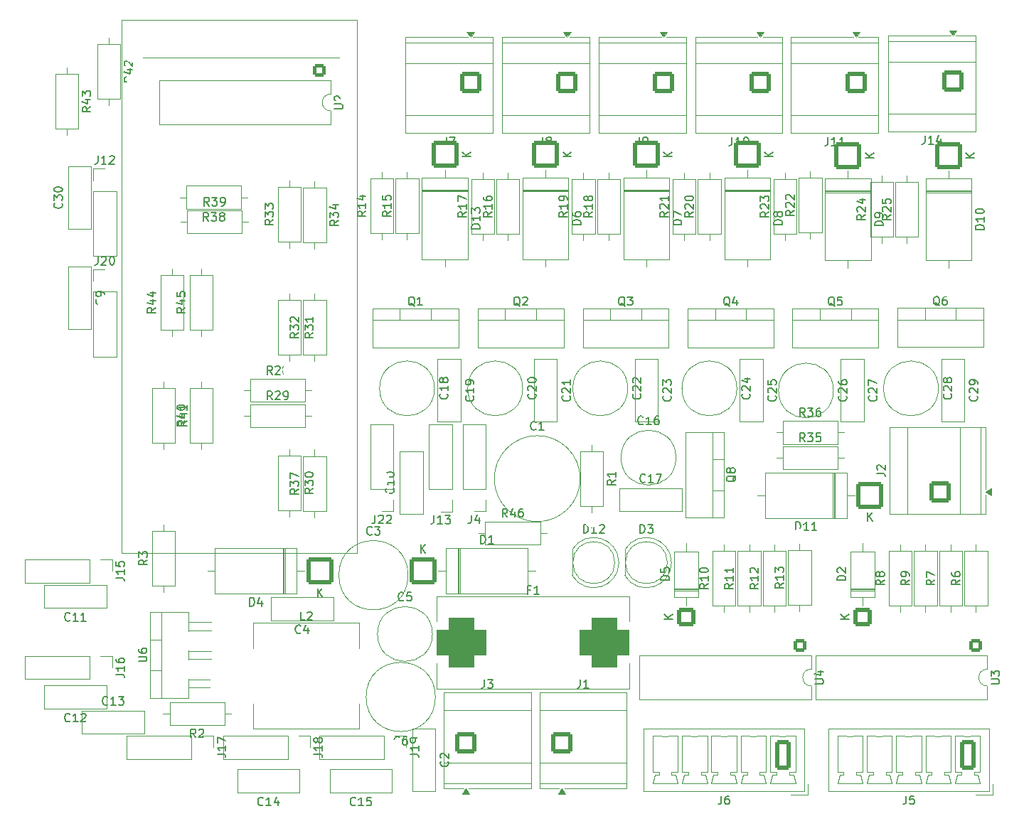
<source format=gto>
G04 #@! TF.GenerationSoftware,KiCad,Pcbnew,9.0.7*
G04 #@! TF.CreationDate,2026-02-01T12:24:03+05:30*
G04 #@! TF.ProjectId,motherboard_sub,6d6f7468-6572-4626-9f61-72645f737562,rev?*
G04 #@! TF.SameCoordinates,Original*
G04 #@! TF.FileFunction,Legend,Top*
G04 #@! TF.FilePolarity,Positive*
%FSLAX46Y46*%
G04 Gerber Fmt 4.6, Leading zero omitted, Abs format (unit mm)*
G04 Created by KiCad (PCBNEW 9.0.7) date 2026-02-01 12:24:03*
%MOMM*%
%LPD*%
G01*
G04 APERTURE LIST*
G04 Aperture macros list*
%AMRoundRect*
0 Rectangle with rounded corners*
0 $1 Rounding radius*
0 $2 $3 $4 $5 $6 $7 $8 $9 X,Y pos of 4 corners*
0 Add a 4 corners polygon primitive as box body*
4,1,4,$2,$3,$4,$5,$6,$7,$8,$9,$2,$3,0*
0 Add four circle primitives for the rounded corners*
1,1,$1+$1,$2,$3*
1,1,$1+$1,$4,$5*
1,1,$1+$1,$6,$7*
1,1,$1+$1,$8,$9*
0 Add four rect primitives between the rounded corners*
20,1,$1+$1,$2,$3,$4,$5,0*
20,1,$1+$1,$4,$5,$6,$7,0*
20,1,$1+$1,$6,$7,$8,$9,0*
20,1,$1+$1,$8,$9,$2,$3,0*%
G04 Aperture macros list end*
%ADD10C,0.150000*%
%ADD11C,0.120000*%
%ADD12C,0.100000*%
%ADD13C,1.600000*%
%ADD14R,1.700000X1.700000*%
%ADD15C,1.700000*%
%ADD16C,1.500000*%
%ADD17O,2.000000X1.200000*%
%ADD18R,1.800000X1.800000*%
%ADD19C,1.800000*%
%ADD20RoundRect,0.250000X-0.550000X0.550000X-0.550000X-0.550000X0.550000X-0.550000X0.550000X0.550000X0*%
%ADD21R,2.900000X5.400000*%
%ADD22R,2.000000X1.905000*%
%ADD23O,2.000000X1.905000*%
%ADD24RoundRect,0.250000X1.050000X-1.050000X1.050000X1.050000X-1.050000X1.050000X-1.050000X-1.050000X0*%
%ADD25C,2.600000*%
%ADD26RoundRect,0.250000X1.350000X1.350000X-1.350000X1.350000X-1.350000X-1.350000X1.350000X-1.350000X0*%
%ADD27C,3.200000*%
%ADD28RoundRect,0.250000X1.050000X1.050000X-1.050000X1.050000X-1.050000X-1.050000X1.050000X-1.050000X0*%
%ADD29RoundRect,0.250000X-1.350000X1.350000X-1.350000X-1.350000X1.350000X-1.350000X1.350000X1.350000X0*%
%ADD30R,1.905000X2.000000*%
%ADD31O,1.905000X2.000000*%
%ADD32RoundRect,0.249999X0.850001X-0.850001X0.850001X0.850001X-0.850001X0.850001X-0.850001X-0.850001X0*%
%ADD33C,2.200000*%
%ADD34RoundRect,0.250000X-1.050000X-1.050000X1.050000X-1.050000X1.050000X1.050000X-1.050000X1.050000X0*%
%ADD35RoundRect,0.250000X-1.350000X-1.350000X1.350000X-1.350000X1.350000X1.350000X-1.350000X1.350000X0*%
%ADD36RoundRect,0.250000X0.650000X1.550000X-0.650000X1.550000X-0.650000X-1.550000X0.650000X-1.550000X0*%
%ADD37O,1.800000X3.600000*%
%ADD38RoundRect,1.500000X-1.500000X-1.500000X1.500000X-1.500000X1.500000X1.500000X-1.500000X1.500000X0*%
G04 APERTURE END LIST*
D10*
X39084819Y-97642857D02*
X38608628Y-97976190D01*
X39084819Y-98214285D02*
X38084819Y-98214285D01*
X38084819Y-98214285D02*
X38084819Y-97833333D01*
X38084819Y-97833333D02*
X38132438Y-97738095D01*
X38132438Y-97738095D02*
X38180057Y-97690476D01*
X38180057Y-97690476D02*
X38275295Y-97642857D01*
X38275295Y-97642857D02*
X38418152Y-97642857D01*
X38418152Y-97642857D02*
X38513390Y-97690476D01*
X38513390Y-97690476D02*
X38561009Y-97738095D01*
X38561009Y-97738095D02*
X38608628Y-97833333D01*
X38608628Y-97833333D02*
X38608628Y-98214285D01*
X38418152Y-96785714D02*
X39084819Y-96785714D01*
X38037200Y-97023809D02*
X38751485Y-97261904D01*
X38751485Y-97261904D02*
X38751485Y-96642857D01*
X38418152Y-95833333D02*
X39084819Y-95833333D01*
X38037200Y-96071428D02*
X38751485Y-96309523D01*
X38751485Y-96309523D02*
X38751485Y-95690476D01*
X34334819Y-129809523D02*
X35049104Y-129809523D01*
X35049104Y-129809523D02*
X35191961Y-129857142D01*
X35191961Y-129857142D02*
X35287200Y-129952380D01*
X35287200Y-129952380D02*
X35334819Y-130095237D01*
X35334819Y-130095237D02*
X35334819Y-130190475D01*
X35334819Y-128809523D02*
X35334819Y-129380951D01*
X35334819Y-129095237D02*
X34334819Y-129095237D01*
X34334819Y-129095237D02*
X34477676Y-129190475D01*
X34477676Y-129190475D02*
X34572914Y-129285713D01*
X34572914Y-129285713D02*
X34620533Y-129380951D01*
X34334819Y-127904761D02*
X34334819Y-128380951D01*
X34334819Y-128380951D02*
X34811009Y-128428570D01*
X34811009Y-128428570D02*
X34763390Y-128380951D01*
X34763390Y-128380951D02*
X34715771Y-128285713D01*
X34715771Y-128285713D02*
X34715771Y-128047618D01*
X34715771Y-128047618D02*
X34763390Y-127952380D01*
X34763390Y-127952380D02*
X34811009Y-127904761D01*
X34811009Y-127904761D02*
X34906247Y-127857142D01*
X34906247Y-127857142D02*
X35144342Y-127857142D01*
X35144342Y-127857142D02*
X35239580Y-127904761D01*
X35239580Y-127904761D02*
X35287200Y-127952380D01*
X35287200Y-127952380D02*
X35334819Y-128047618D01*
X35334819Y-128047618D02*
X35334819Y-128285713D01*
X35334819Y-128285713D02*
X35287200Y-128380951D01*
X35287200Y-128380951D02*
X35239580Y-128428570D01*
X69374819Y-150809523D02*
X70089104Y-150809523D01*
X70089104Y-150809523D02*
X70231961Y-150857142D01*
X70231961Y-150857142D02*
X70327200Y-150952380D01*
X70327200Y-150952380D02*
X70374819Y-151095237D01*
X70374819Y-151095237D02*
X70374819Y-151190475D01*
X70374819Y-149809523D02*
X70374819Y-150380951D01*
X70374819Y-150095237D02*
X69374819Y-150095237D01*
X69374819Y-150095237D02*
X69517676Y-150190475D01*
X69517676Y-150190475D02*
X69612914Y-150285713D01*
X69612914Y-150285713D02*
X69660533Y-150380951D01*
X70374819Y-149333332D02*
X70374819Y-149142856D01*
X70374819Y-149142856D02*
X70327200Y-149047618D01*
X70327200Y-149047618D02*
X70279580Y-148999999D01*
X70279580Y-148999999D02*
X70136723Y-148904761D01*
X70136723Y-148904761D02*
X69946247Y-148857142D01*
X69946247Y-148857142D02*
X69565295Y-148857142D01*
X69565295Y-148857142D02*
X69470057Y-148904761D01*
X69470057Y-148904761D02*
X69422438Y-148952380D01*
X69422438Y-148952380D02*
X69374819Y-149047618D01*
X69374819Y-149047618D02*
X69374819Y-149238094D01*
X69374819Y-149238094D02*
X69422438Y-149333332D01*
X69422438Y-149333332D02*
X69470057Y-149380951D01*
X69470057Y-149380951D02*
X69565295Y-149428570D01*
X69565295Y-149428570D02*
X69803390Y-149428570D01*
X69803390Y-149428570D02*
X69898628Y-149380951D01*
X69898628Y-149380951D02*
X69946247Y-149333332D01*
X69946247Y-149333332D02*
X69993866Y-149238094D01*
X69993866Y-149238094D02*
X69993866Y-149047618D01*
X69993866Y-149047618D02*
X69946247Y-148952380D01*
X69946247Y-148952380D02*
X69898628Y-148904761D01*
X69898628Y-148904761D02*
X69803390Y-148857142D01*
X57914819Y-150809523D02*
X58629104Y-150809523D01*
X58629104Y-150809523D02*
X58771961Y-150857142D01*
X58771961Y-150857142D02*
X58867200Y-150952380D01*
X58867200Y-150952380D02*
X58914819Y-151095237D01*
X58914819Y-151095237D02*
X58914819Y-151190475D01*
X58914819Y-149809523D02*
X58914819Y-150380951D01*
X58914819Y-150095237D02*
X57914819Y-150095237D01*
X57914819Y-150095237D02*
X58057676Y-150190475D01*
X58057676Y-150190475D02*
X58152914Y-150285713D01*
X58152914Y-150285713D02*
X58200533Y-150380951D01*
X58343390Y-149238094D02*
X58295771Y-149333332D01*
X58295771Y-149333332D02*
X58248152Y-149380951D01*
X58248152Y-149380951D02*
X58152914Y-149428570D01*
X58152914Y-149428570D02*
X58105295Y-149428570D01*
X58105295Y-149428570D02*
X58010057Y-149380951D01*
X58010057Y-149380951D02*
X57962438Y-149333332D01*
X57962438Y-149333332D02*
X57914819Y-149238094D01*
X57914819Y-149238094D02*
X57914819Y-149047618D01*
X57914819Y-149047618D02*
X57962438Y-148952380D01*
X57962438Y-148952380D02*
X58010057Y-148904761D01*
X58010057Y-148904761D02*
X58105295Y-148857142D01*
X58105295Y-148857142D02*
X58152914Y-148857142D01*
X58152914Y-148857142D02*
X58248152Y-148904761D01*
X58248152Y-148904761D02*
X58295771Y-148952380D01*
X58295771Y-148952380D02*
X58343390Y-149047618D01*
X58343390Y-149047618D02*
X58343390Y-149238094D01*
X58343390Y-149238094D02*
X58391009Y-149333332D01*
X58391009Y-149333332D02*
X58438628Y-149380951D01*
X58438628Y-149380951D02*
X58533866Y-149428570D01*
X58533866Y-149428570D02*
X58724342Y-149428570D01*
X58724342Y-149428570D02*
X58819580Y-149380951D01*
X58819580Y-149380951D02*
X58867200Y-149333332D01*
X58867200Y-149333332D02*
X58914819Y-149238094D01*
X58914819Y-149238094D02*
X58914819Y-149047618D01*
X58914819Y-149047618D02*
X58867200Y-148952380D01*
X58867200Y-148952380D02*
X58819580Y-148904761D01*
X58819580Y-148904761D02*
X58724342Y-148857142D01*
X58724342Y-148857142D02*
X58533866Y-148857142D01*
X58533866Y-148857142D02*
X58438628Y-148904761D01*
X58438628Y-148904761D02*
X58391009Y-148952380D01*
X58391009Y-148952380D02*
X58343390Y-149047618D01*
X46414819Y-150809523D02*
X47129104Y-150809523D01*
X47129104Y-150809523D02*
X47271961Y-150857142D01*
X47271961Y-150857142D02*
X47367200Y-150952380D01*
X47367200Y-150952380D02*
X47414819Y-151095237D01*
X47414819Y-151095237D02*
X47414819Y-151190475D01*
X47414819Y-149809523D02*
X47414819Y-150380951D01*
X47414819Y-150095237D02*
X46414819Y-150095237D01*
X46414819Y-150095237D02*
X46557676Y-150190475D01*
X46557676Y-150190475D02*
X46652914Y-150285713D01*
X46652914Y-150285713D02*
X46700533Y-150380951D01*
X46414819Y-149476189D02*
X46414819Y-148809523D01*
X46414819Y-148809523D02*
X47414819Y-149238094D01*
X34334819Y-141309523D02*
X35049104Y-141309523D01*
X35049104Y-141309523D02*
X35191961Y-141357142D01*
X35191961Y-141357142D02*
X35287200Y-141452380D01*
X35287200Y-141452380D02*
X35334819Y-141595237D01*
X35334819Y-141595237D02*
X35334819Y-141690475D01*
X35334819Y-140309523D02*
X35334819Y-140880951D01*
X35334819Y-140595237D02*
X34334819Y-140595237D01*
X34334819Y-140595237D02*
X34477676Y-140690475D01*
X34477676Y-140690475D02*
X34572914Y-140785713D01*
X34572914Y-140785713D02*
X34620533Y-140880951D01*
X34334819Y-139452380D02*
X34334819Y-139642856D01*
X34334819Y-139642856D02*
X34382438Y-139738094D01*
X34382438Y-139738094D02*
X34430057Y-139785713D01*
X34430057Y-139785713D02*
X34572914Y-139880951D01*
X34572914Y-139880951D02*
X34763390Y-139928570D01*
X34763390Y-139928570D02*
X35144342Y-139928570D01*
X35144342Y-139928570D02*
X35239580Y-139880951D01*
X35239580Y-139880951D02*
X35287200Y-139833332D01*
X35287200Y-139833332D02*
X35334819Y-139738094D01*
X35334819Y-139738094D02*
X35334819Y-139547618D01*
X35334819Y-139547618D02*
X35287200Y-139452380D01*
X35287200Y-139452380D02*
X35239580Y-139404761D01*
X35239580Y-139404761D02*
X35144342Y-139357142D01*
X35144342Y-139357142D02*
X34906247Y-139357142D01*
X34906247Y-139357142D02*
X34811009Y-139404761D01*
X34811009Y-139404761D02*
X34763390Y-139452380D01*
X34763390Y-139452380D02*
X34715771Y-139547618D01*
X34715771Y-139547618D02*
X34715771Y-139738094D01*
X34715771Y-139738094D02*
X34763390Y-139833332D01*
X34763390Y-139833332D02*
X34811009Y-139880951D01*
X34811009Y-139880951D02*
X34906247Y-139928570D01*
X28857142Y-146859580D02*
X28809523Y-146907200D01*
X28809523Y-146907200D02*
X28666666Y-146954819D01*
X28666666Y-146954819D02*
X28571428Y-146954819D01*
X28571428Y-146954819D02*
X28428571Y-146907200D01*
X28428571Y-146907200D02*
X28333333Y-146811961D01*
X28333333Y-146811961D02*
X28285714Y-146716723D01*
X28285714Y-146716723D02*
X28238095Y-146526247D01*
X28238095Y-146526247D02*
X28238095Y-146383390D01*
X28238095Y-146383390D02*
X28285714Y-146192914D01*
X28285714Y-146192914D02*
X28333333Y-146097676D01*
X28333333Y-146097676D02*
X28428571Y-146002438D01*
X28428571Y-146002438D02*
X28571428Y-145954819D01*
X28571428Y-145954819D02*
X28666666Y-145954819D01*
X28666666Y-145954819D02*
X28809523Y-146002438D01*
X28809523Y-146002438D02*
X28857142Y-146050057D01*
X29809523Y-146954819D02*
X29238095Y-146954819D01*
X29523809Y-146954819D02*
X29523809Y-145954819D01*
X29523809Y-145954819D02*
X29428571Y-146097676D01*
X29428571Y-146097676D02*
X29333333Y-146192914D01*
X29333333Y-146192914D02*
X29238095Y-146240533D01*
X30190476Y-146050057D02*
X30238095Y-146002438D01*
X30238095Y-146002438D02*
X30333333Y-145954819D01*
X30333333Y-145954819D02*
X30571428Y-145954819D01*
X30571428Y-145954819D02*
X30666666Y-146002438D01*
X30666666Y-146002438D02*
X30714285Y-146050057D01*
X30714285Y-146050057D02*
X30761904Y-146145295D01*
X30761904Y-146145295D02*
X30761904Y-146240533D01*
X30761904Y-146240533D02*
X30714285Y-146383390D01*
X30714285Y-146383390D02*
X30142857Y-146954819D01*
X30142857Y-146954819D02*
X30761904Y-146954819D01*
X62857142Y-156859580D02*
X62809523Y-156907200D01*
X62809523Y-156907200D02*
X62666666Y-156954819D01*
X62666666Y-156954819D02*
X62571428Y-156954819D01*
X62571428Y-156954819D02*
X62428571Y-156907200D01*
X62428571Y-156907200D02*
X62333333Y-156811961D01*
X62333333Y-156811961D02*
X62285714Y-156716723D01*
X62285714Y-156716723D02*
X62238095Y-156526247D01*
X62238095Y-156526247D02*
X62238095Y-156383390D01*
X62238095Y-156383390D02*
X62285714Y-156192914D01*
X62285714Y-156192914D02*
X62333333Y-156097676D01*
X62333333Y-156097676D02*
X62428571Y-156002438D01*
X62428571Y-156002438D02*
X62571428Y-155954819D01*
X62571428Y-155954819D02*
X62666666Y-155954819D01*
X62666666Y-155954819D02*
X62809523Y-156002438D01*
X62809523Y-156002438D02*
X62857142Y-156050057D01*
X63809523Y-156954819D02*
X63238095Y-156954819D01*
X63523809Y-156954819D02*
X63523809Y-155954819D01*
X63523809Y-155954819D02*
X63428571Y-156097676D01*
X63428571Y-156097676D02*
X63333333Y-156192914D01*
X63333333Y-156192914D02*
X63238095Y-156240533D01*
X64714285Y-155954819D02*
X64238095Y-155954819D01*
X64238095Y-155954819D02*
X64190476Y-156431009D01*
X64190476Y-156431009D02*
X64238095Y-156383390D01*
X64238095Y-156383390D02*
X64333333Y-156335771D01*
X64333333Y-156335771D02*
X64571428Y-156335771D01*
X64571428Y-156335771D02*
X64666666Y-156383390D01*
X64666666Y-156383390D02*
X64714285Y-156431009D01*
X64714285Y-156431009D02*
X64761904Y-156526247D01*
X64761904Y-156526247D02*
X64761904Y-156764342D01*
X64761904Y-156764342D02*
X64714285Y-156859580D01*
X64714285Y-156859580D02*
X64666666Y-156907200D01*
X64666666Y-156907200D02*
X64571428Y-156954819D01*
X64571428Y-156954819D02*
X64333333Y-156954819D01*
X64333333Y-156954819D02*
X64238095Y-156907200D01*
X64238095Y-156907200D02*
X64190476Y-156859580D01*
X65190476Y-122334819D02*
X65190476Y-123049104D01*
X65190476Y-123049104D02*
X65142857Y-123191961D01*
X65142857Y-123191961D02*
X65047619Y-123287200D01*
X65047619Y-123287200D02*
X64904762Y-123334819D01*
X64904762Y-123334819D02*
X64809524Y-123334819D01*
X65619048Y-122430057D02*
X65666667Y-122382438D01*
X65666667Y-122382438D02*
X65761905Y-122334819D01*
X65761905Y-122334819D02*
X66000000Y-122334819D01*
X66000000Y-122334819D02*
X66095238Y-122382438D01*
X66095238Y-122382438D02*
X66142857Y-122430057D01*
X66142857Y-122430057D02*
X66190476Y-122525295D01*
X66190476Y-122525295D02*
X66190476Y-122620533D01*
X66190476Y-122620533D02*
X66142857Y-122763390D01*
X66142857Y-122763390D02*
X65571429Y-123334819D01*
X65571429Y-123334819D02*
X66190476Y-123334819D01*
X66571429Y-122430057D02*
X66619048Y-122382438D01*
X66619048Y-122382438D02*
X66714286Y-122334819D01*
X66714286Y-122334819D02*
X66952381Y-122334819D01*
X66952381Y-122334819D02*
X67047619Y-122382438D01*
X67047619Y-122382438D02*
X67095238Y-122430057D01*
X67095238Y-122430057D02*
X67142857Y-122525295D01*
X67142857Y-122525295D02*
X67142857Y-122620533D01*
X67142857Y-122620533D02*
X67095238Y-122763390D01*
X67095238Y-122763390D02*
X66523810Y-123334819D01*
X66523810Y-123334819D02*
X67142857Y-123334819D01*
X32190476Y-91534819D02*
X32190476Y-92249104D01*
X32190476Y-92249104D02*
X32142857Y-92391961D01*
X32142857Y-92391961D02*
X32047619Y-92487200D01*
X32047619Y-92487200D02*
X31904762Y-92534819D01*
X31904762Y-92534819D02*
X31809524Y-92534819D01*
X32619048Y-91630057D02*
X32666667Y-91582438D01*
X32666667Y-91582438D02*
X32761905Y-91534819D01*
X32761905Y-91534819D02*
X33000000Y-91534819D01*
X33000000Y-91534819D02*
X33095238Y-91582438D01*
X33095238Y-91582438D02*
X33142857Y-91630057D01*
X33142857Y-91630057D02*
X33190476Y-91725295D01*
X33190476Y-91725295D02*
X33190476Y-91820533D01*
X33190476Y-91820533D02*
X33142857Y-91963390D01*
X33142857Y-91963390D02*
X32571429Y-92534819D01*
X32571429Y-92534819D02*
X33190476Y-92534819D01*
X33809524Y-91534819D02*
X33904762Y-91534819D01*
X33904762Y-91534819D02*
X34000000Y-91582438D01*
X34000000Y-91582438D02*
X34047619Y-91630057D01*
X34047619Y-91630057D02*
X34095238Y-91725295D01*
X34095238Y-91725295D02*
X34142857Y-91915771D01*
X34142857Y-91915771D02*
X34142857Y-92153866D01*
X34142857Y-92153866D02*
X34095238Y-92344342D01*
X34095238Y-92344342D02*
X34047619Y-92439580D01*
X34047619Y-92439580D02*
X34000000Y-92487200D01*
X34000000Y-92487200D02*
X33904762Y-92534819D01*
X33904762Y-92534819D02*
X33809524Y-92534819D01*
X33809524Y-92534819D02*
X33714286Y-92487200D01*
X33714286Y-92487200D02*
X33666667Y-92439580D01*
X33666667Y-92439580D02*
X33619048Y-92344342D01*
X33619048Y-92344342D02*
X33571429Y-92153866D01*
X33571429Y-92153866D02*
X33571429Y-91915771D01*
X33571429Y-91915771D02*
X33619048Y-91725295D01*
X33619048Y-91725295D02*
X33666667Y-91630057D01*
X33666667Y-91630057D02*
X33714286Y-91582438D01*
X33714286Y-91582438D02*
X33809524Y-91534819D01*
X72190476Y-122374819D02*
X72190476Y-123089104D01*
X72190476Y-123089104D02*
X72142857Y-123231961D01*
X72142857Y-123231961D02*
X72047619Y-123327200D01*
X72047619Y-123327200D02*
X71904762Y-123374819D01*
X71904762Y-123374819D02*
X71809524Y-123374819D01*
X73190476Y-123374819D02*
X72619048Y-123374819D01*
X72904762Y-123374819D02*
X72904762Y-122374819D01*
X72904762Y-122374819D02*
X72809524Y-122517676D01*
X72809524Y-122517676D02*
X72714286Y-122612914D01*
X72714286Y-122612914D02*
X72619048Y-122660533D01*
X73523810Y-122374819D02*
X74142857Y-122374819D01*
X74142857Y-122374819D02*
X73809524Y-122755771D01*
X73809524Y-122755771D02*
X73952381Y-122755771D01*
X73952381Y-122755771D02*
X74047619Y-122803390D01*
X74047619Y-122803390D02*
X74095238Y-122851009D01*
X74095238Y-122851009D02*
X74142857Y-122946247D01*
X74142857Y-122946247D02*
X74142857Y-123184342D01*
X74142857Y-123184342D02*
X74095238Y-123279580D01*
X74095238Y-123279580D02*
X74047619Y-123327200D01*
X74047619Y-123327200D02*
X73952381Y-123374819D01*
X73952381Y-123374819D02*
X73666667Y-123374819D01*
X73666667Y-123374819D02*
X73571429Y-123327200D01*
X73571429Y-123327200D02*
X73523810Y-123279580D01*
X32190476Y-79534819D02*
X32190476Y-80249104D01*
X32190476Y-80249104D02*
X32142857Y-80391961D01*
X32142857Y-80391961D02*
X32047619Y-80487200D01*
X32047619Y-80487200D02*
X31904762Y-80534819D01*
X31904762Y-80534819D02*
X31809524Y-80534819D01*
X33190476Y-80534819D02*
X32619048Y-80534819D01*
X32904762Y-80534819D02*
X32904762Y-79534819D01*
X32904762Y-79534819D02*
X32809524Y-79677676D01*
X32809524Y-79677676D02*
X32714286Y-79772914D01*
X32714286Y-79772914D02*
X32619048Y-79820533D01*
X33571429Y-79630057D02*
X33619048Y-79582438D01*
X33619048Y-79582438D02*
X33714286Y-79534819D01*
X33714286Y-79534819D02*
X33952381Y-79534819D01*
X33952381Y-79534819D02*
X34047619Y-79582438D01*
X34047619Y-79582438D02*
X34095238Y-79630057D01*
X34095238Y-79630057D02*
X34142857Y-79725295D01*
X34142857Y-79725295D02*
X34142857Y-79820533D01*
X34142857Y-79820533D02*
X34095238Y-79963390D01*
X34095238Y-79963390D02*
X33523810Y-80534819D01*
X33523810Y-80534819D02*
X34142857Y-80534819D01*
X76666666Y-122334819D02*
X76666666Y-123049104D01*
X76666666Y-123049104D02*
X76619047Y-123191961D01*
X76619047Y-123191961D02*
X76523809Y-123287200D01*
X76523809Y-123287200D02*
X76380952Y-123334819D01*
X76380952Y-123334819D02*
X76285714Y-123334819D01*
X77571428Y-122668152D02*
X77571428Y-123334819D01*
X77333333Y-122287200D02*
X77095238Y-123001485D01*
X77095238Y-123001485D02*
X77714285Y-123001485D01*
X80937142Y-122584819D02*
X80603809Y-122108628D01*
X80365714Y-122584819D02*
X80365714Y-121584819D01*
X80365714Y-121584819D02*
X80746666Y-121584819D01*
X80746666Y-121584819D02*
X80841904Y-121632438D01*
X80841904Y-121632438D02*
X80889523Y-121680057D01*
X80889523Y-121680057D02*
X80937142Y-121775295D01*
X80937142Y-121775295D02*
X80937142Y-121918152D01*
X80937142Y-121918152D02*
X80889523Y-122013390D01*
X80889523Y-122013390D02*
X80841904Y-122061009D01*
X80841904Y-122061009D02*
X80746666Y-122108628D01*
X80746666Y-122108628D02*
X80365714Y-122108628D01*
X81794285Y-121918152D02*
X81794285Y-122584819D01*
X81556190Y-121537200D02*
X81318095Y-122251485D01*
X81318095Y-122251485D02*
X81937142Y-122251485D01*
X82746666Y-121584819D02*
X82556190Y-121584819D01*
X82556190Y-121584819D02*
X82460952Y-121632438D01*
X82460952Y-121632438D02*
X82413333Y-121680057D01*
X82413333Y-121680057D02*
X82318095Y-121822914D01*
X82318095Y-121822914D02*
X82270476Y-122013390D01*
X82270476Y-122013390D02*
X82270476Y-122394342D01*
X82270476Y-122394342D02*
X82318095Y-122489580D01*
X82318095Y-122489580D02*
X82365714Y-122537200D01*
X82365714Y-122537200D02*
X82460952Y-122584819D01*
X82460952Y-122584819D02*
X82651428Y-122584819D01*
X82651428Y-122584819D02*
X82746666Y-122537200D01*
X82746666Y-122537200D02*
X82794285Y-122489580D01*
X82794285Y-122489580D02*
X82841904Y-122394342D01*
X82841904Y-122394342D02*
X82841904Y-122156247D01*
X82841904Y-122156247D02*
X82794285Y-122061009D01*
X82794285Y-122061009D02*
X82746666Y-122013390D01*
X82746666Y-122013390D02*
X82651428Y-121965771D01*
X82651428Y-121965771D02*
X82460952Y-121965771D01*
X82460952Y-121965771D02*
X82365714Y-122013390D01*
X82365714Y-122013390D02*
X82318095Y-122061009D01*
X82318095Y-122061009D02*
X82270476Y-122156247D01*
X90015714Y-124494819D02*
X90015714Y-123494819D01*
X90015714Y-123494819D02*
X90253809Y-123494819D01*
X90253809Y-123494819D02*
X90396666Y-123542438D01*
X90396666Y-123542438D02*
X90491904Y-123637676D01*
X90491904Y-123637676D02*
X90539523Y-123732914D01*
X90539523Y-123732914D02*
X90587142Y-123923390D01*
X90587142Y-123923390D02*
X90587142Y-124066247D01*
X90587142Y-124066247D02*
X90539523Y-124256723D01*
X90539523Y-124256723D02*
X90491904Y-124351961D01*
X90491904Y-124351961D02*
X90396666Y-124447200D01*
X90396666Y-124447200D02*
X90253809Y-124494819D01*
X90253809Y-124494819D02*
X90015714Y-124494819D01*
X91539523Y-124494819D02*
X90968095Y-124494819D01*
X91253809Y-124494819D02*
X91253809Y-123494819D01*
X91253809Y-123494819D02*
X91158571Y-123637676D01*
X91158571Y-123637676D02*
X91063333Y-123732914D01*
X91063333Y-123732914D02*
X90968095Y-123780533D01*
X91920476Y-123590057D02*
X91968095Y-123542438D01*
X91968095Y-123542438D02*
X92063333Y-123494819D01*
X92063333Y-123494819D02*
X92301428Y-123494819D01*
X92301428Y-123494819D02*
X92396666Y-123542438D01*
X92396666Y-123542438D02*
X92444285Y-123590057D01*
X92444285Y-123590057D02*
X92491904Y-123685295D01*
X92491904Y-123685295D02*
X92491904Y-123780533D01*
X92491904Y-123780533D02*
X92444285Y-123923390D01*
X92444285Y-123923390D02*
X91872857Y-124494819D01*
X91872857Y-124494819D02*
X92491904Y-124494819D01*
X37004819Y-139761904D02*
X37814342Y-139761904D01*
X37814342Y-139761904D02*
X37909580Y-139714285D01*
X37909580Y-139714285D02*
X37957200Y-139666666D01*
X37957200Y-139666666D02*
X38004819Y-139571428D01*
X38004819Y-139571428D02*
X38004819Y-139380952D01*
X38004819Y-139380952D02*
X37957200Y-139285714D01*
X37957200Y-139285714D02*
X37909580Y-139238095D01*
X37909580Y-139238095D02*
X37814342Y-139190476D01*
X37814342Y-139190476D02*
X37004819Y-139190476D01*
X37004819Y-138285714D02*
X37004819Y-138476190D01*
X37004819Y-138476190D02*
X37052438Y-138571428D01*
X37052438Y-138571428D02*
X37100057Y-138619047D01*
X37100057Y-138619047D02*
X37242914Y-138714285D01*
X37242914Y-138714285D02*
X37433390Y-138761904D01*
X37433390Y-138761904D02*
X37814342Y-138761904D01*
X37814342Y-138761904D02*
X37909580Y-138714285D01*
X37909580Y-138714285D02*
X37957200Y-138666666D01*
X37957200Y-138666666D02*
X38004819Y-138571428D01*
X38004819Y-138571428D02*
X38004819Y-138380952D01*
X38004819Y-138380952D02*
X37957200Y-138285714D01*
X37957200Y-138285714D02*
X37909580Y-138238095D01*
X37909580Y-138238095D02*
X37814342Y-138190476D01*
X37814342Y-138190476D02*
X37576247Y-138190476D01*
X37576247Y-138190476D02*
X37481009Y-138238095D01*
X37481009Y-138238095D02*
X37433390Y-138285714D01*
X37433390Y-138285714D02*
X37385771Y-138380952D01*
X37385771Y-138380952D02*
X37385771Y-138571428D01*
X37385771Y-138571428D02*
X37433390Y-138666666D01*
X37433390Y-138666666D02*
X37481009Y-138714285D01*
X37481009Y-138714285D02*
X37576247Y-138761904D01*
X60364819Y-73951904D02*
X61174342Y-73951904D01*
X61174342Y-73951904D02*
X61269580Y-73904285D01*
X61269580Y-73904285D02*
X61317200Y-73856666D01*
X61317200Y-73856666D02*
X61364819Y-73761428D01*
X61364819Y-73761428D02*
X61364819Y-73570952D01*
X61364819Y-73570952D02*
X61317200Y-73475714D01*
X61317200Y-73475714D02*
X61269580Y-73428095D01*
X61269580Y-73428095D02*
X61174342Y-73380476D01*
X61174342Y-73380476D02*
X60364819Y-73380476D01*
X60460057Y-72951904D02*
X60412438Y-72904285D01*
X60412438Y-72904285D02*
X60364819Y-72809047D01*
X60364819Y-72809047D02*
X60364819Y-72570952D01*
X60364819Y-72570952D02*
X60412438Y-72475714D01*
X60412438Y-72475714D02*
X60460057Y-72428095D01*
X60460057Y-72428095D02*
X60555295Y-72380476D01*
X60555295Y-72380476D02*
X60650533Y-72380476D01*
X60650533Y-72380476D02*
X60793390Y-72428095D01*
X60793390Y-72428095D02*
X61364819Y-72999523D01*
X61364819Y-72999523D02*
X61364819Y-72380476D01*
X42584819Y-97642857D02*
X42108628Y-97976190D01*
X42584819Y-98214285D02*
X41584819Y-98214285D01*
X41584819Y-98214285D02*
X41584819Y-97833333D01*
X41584819Y-97833333D02*
X41632438Y-97738095D01*
X41632438Y-97738095D02*
X41680057Y-97690476D01*
X41680057Y-97690476D02*
X41775295Y-97642857D01*
X41775295Y-97642857D02*
X41918152Y-97642857D01*
X41918152Y-97642857D02*
X42013390Y-97690476D01*
X42013390Y-97690476D02*
X42061009Y-97738095D01*
X42061009Y-97738095D02*
X42108628Y-97833333D01*
X42108628Y-97833333D02*
X42108628Y-98214285D01*
X41918152Y-96785714D02*
X42584819Y-96785714D01*
X41537200Y-97023809D02*
X42251485Y-97261904D01*
X42251485Y-97261904D02*
X42251485Y-96642857D01*
X41584819Y-95785714D02*
X41584819Y-96261904D01*
X41584819Y-96261904D02*
X42061009Y-96309523D01*
X42061009Y-96309523D02*
X42013390Y-96261904D01*
X42013390Y-96261904D02*
X41965771Y-96166666D01*
X41965771Y-96166666D02*
X41965771Y-95928571D01*
X41965771Y-95928571D02*
X42013390Y-95833333D01*
X42013390Y-95833333D02*
X42061009Y-95785714D01*
X42061009Y-95785714D02*
X42156247Y-95738095D01*
X42156247Y-95738095D02*
X42394342Y-95738095D01*
X42394342Y-95738095D02*
X42489580Y-95785714D01*
X42489580Y-95785714D02*
X42537200Y-95833333D01*
X42537200Y-95833333D02*
X42584819Y-95928571D01*
X42584819Y-95928571D02*
X42584819Y-96166666D01*
X42584819Y-96166666D02*
X42537200Y-96261904D01*
X42537200Y-96261904D02*
X42489580Y-96309523D01*
X31324819Y-73722857D02*
X30848628Y-74056190D01*
X31324819Y-74294285D02*
X30324819Y-74294285D01*
X30324819Y-74294285D02*
X30324819Y-73913333D01*
X30324819Y-73913333D02*
X30372438Y-73818095D01*
X30372438Y-73818095D02*
X30420057Y-73770476D01*
X30420057Y-73770476D02*
X30515295Y-73722857D01*
X30515295Y-73722857D02*
X30658152Y-73722857D01*
X30658152Y-73722857D02*
X30753390Y-73770476D01*
X30753390Y-73770476D02*
X30801009Y-73818095D01*
X30801009Y-73818095D02*
X30848628Y-73913333D01*
X30848628Y-73913333D02*
X30848628Y-74294285D01*
X30658152Y-72865714D02*
X31324819Y-72865714D01*
X30277200Y-73103809D02*
X30991485Y-73341904D01*
X30991485Y-73341904D02*
X30991485Y-72722857D01*
X30324819Y-72437142D02*
X30324819Y-71818095D01*
X30324819Y-71818095D02*
X30705771Y-72151428D01*
X30705771Y-72151428D02*
X30705771Y-72008571D01*
X30705771Y-72008571D02*
X30753390Y-71913333D01*
X30753390Y-71913333D02*
X30801009Y-71865714D01*
X30801009Y-71865714D02*
X30896247Y-71818095D01*
X30896247Y-71818095D02*
X31134342Y-71818095D01*
X31134342Y-71818095D02*
X31229580Y-71865714D01*
X31229580Y-71865714D02*
X31277200Y-71913333D01*
X31277200Y-71913333D02*
X31324819Y-72008571D01*
X31324819Y-72008571D02*
X31324819Y-72294285D01*
X31324819Y-72294285D02*
X31277200Y-72389523D01*
X31277200Y-72389523D02*
X31229580Y-72437142D01*
X36324819Y-70142857D02*
X35848628Y-70476190D01*
X36324819Y-70714285D02*
X35324819Y-70714285D01*
X35324819Y-70714285D02*
X35324819Y-70333333D01*
X35324819Y-70333333D02*
X35372438Y-70238095D01*
X35372438Y-70238095D02*
X35420057Y-70190476D01*
X35420057Y-70190476D02*
X35515295Y-70142857D01*
X35515295Y-70142857D02*
X35658152Y-70142857D01*
X35658152Y-70142857D02*
X35753390Y-70190476D01*
X35753390Y-70190476D02*
X35801009Y-70238095D01*
X35801009Y-70238095D02*
X35848628Y-70333333D01*
X35848628Y-70333333D02*
X35848628Y-70714285D01*
X35658152Y-69285714D02*
X36324819Y-69285714D01*
X35277200Y-69523809D02*
X35991485Y-69761904D01*
X35991485Y-69761904D02*
X35991485Y-69142857D01*
X35420057Y-68809523D02*
X35372438Y-68761904D01*
X35372438Y-68761904D02*
X35324819Y-68666666D01*
X35324819Y-68666666D02*
X35324819Y-68428571D01*
X35324819Y-68428571D02*
X35372438Y-68333333D01*
X35372438Y-68333333D02*
X35420057Y-68285714D01*
X35420057Y-68285714D02*
X35515295Y-68238095D01*
X35515295Y-68238095D02*
X35610533Y-68238095D01*
X35610533Y-68238095D02*
X35753390Y-68285714D01*
X35753390Y-68285714D02*
X36324819Y-68857142D01*
X36324819Y-68857142D02*
X36324819Y-68238095D01*
X56833333Y-134854819D02*
X56357143Y-134854819D01*
X56357143Y-134854819D02*
X56357143Y-133854819D01*
X57119048Y-133950057D02*
X57166667Y-133902438D01*
X57166667Y-133902438D02*
X57261905Y-133854819D01*
X57261905Y-133854819D02*
X57500000Y-133854819D01*
X57500000Y-133854819D02*
X57595238Y-133902438D01*
X57595238Y-133902438D02*
X57642857Y-133950057D01*
X57642857Y-133950057D02*
X57690476Y-134045295D01*
X57690476Y-134045295D02*
X57690476Y-134140533D01*
X57690476Y-134140533D02*
X57642857Y-134283390D01*
X57642857Y-134283390D02*
X57071429Y-134854819D01*
X57071429Y-134854819D02*
X57690476Y-134854819D01*
X27859580Y-85182857D02*
X27907200Y-85230476D01*
X27907200Y-85230476D02*
X27954819Y-85373333D01*
X27954819Y-85373333D02*
X27954819Y-85468571D01*
X27954819Y-85468571D02*
X27907200Y-85611428D01*
X27907200Y-85611428D02*
X27811961Y-85706666D01*
X27811961Y-85706666D02*
X27716723Y-85754285D01*
X27716723Y-85754285D02*
X27526247Y-85801904D01*
X27526247Y-85801904D02*
X27383390Y-85801904D01*
X27383390Y-85801904D02*
X27192914Y-85754285D01*
X27192914Y-85754285D02*
X27097676Y-85706666D01*
X27097676Y-85706666D02*
X27002438Y-85611428D01*
X27002438Y-85611428D02*
X26954819Y-85468571D01*
X26954819Y-85468571D02*
X26954819Y-85373333D01*
X26954819Y-85373333D02*
X27002438Y-85230476D01*
X27002438Y-85230476D02*
X27050057Y-85182857D01*
X26954819Y-84849523D02*
X26954819Y-84230476D01*
X26954819Y-84230476D02*
X27335771Y-84563809D01*
X27335771Y-84563809D02*
X27335771Y-84420952D01*
X27335771Y-84420952D02*
X27383390Y-84325714D01*
X27383390Y-84325714D02*
X27431009Y-84278095D01*
X27431009Y-84278095D02*
X27526247Y-84230476D01*
X27526247Y-84230476D02*
X27764342Y-84230476D01*
X27764342Y-84230476D02*
X27859580Y-84278095D01*
X27859580Y-84278095D02*
X27907200Y-84325714D01*
X27907200Y-84325714D02*
X27954819Y-84420952D01*
X27954819Y-84420952D02*
X27954819Y-84706666D01*
X27954819Y-84706666D02*
X27907200Y-84801904D01*
X27907200Y-84801904D02*
X27859580Y-84849523D01*
X26954819Y-83611428D02*
X26954819Y-83516190D01*
X26954819Y-83516190D02*
X27002438Y-83420952D01*
X27002438Y-83420952D02*
X27050057Y-83373333D01*
X27050057Y-83373333D02*
X27145295Y-83325714D01*
X27145295Y-83325714D02*
X27335771Y-83278095D01*
X27335771Y-83278095D02*
X27573866Y-83278095D01*
X27573866Y-83278095D02*
X27764342Y-83325714D01*
X27764342Y-83325714D02*
X27859580Y-83373333D01*
X27859580Y-83373333D02*
X27907200Y-83420952D01*
X27907200Y-83420952D02*
X27954819Y-83516190D01*
X27954819Y-83516190D02*
X27954819Y-83611428D01*
X27954819Y-83611428D02*
X27907200Y-83706666D01*
X27907200Y-83706666D02*
X27859580Y-83754285D01*
X27859580Y-83754285D02*
X27764342Y-83801904D01*
X27764342Y-83801904D02*
X27573866Y-83849523D01*
X27573866Y-83849523D02*
X27335771Y-83849523D01*
X27335771Y-83849523D02*
X27145295Y-83801904D01*
X27145295Y-83801904D02*
X27050057Y-83754285D01*
X27050057Y-83754285D02*
X27002438Y-83706666D01*
X27002438Y-83706666D02*
X26954819Y-83611428D01*
X108150057Y-117635238D02*
X108102438Y-117730476D01*
X108102438Y-117730476D02*
X108007200Y-117825714D01*
X108007200Y-117825714D02*
X107864342Y-117968571D01*
X107864342Y-117968571D02*
X107816723Y-118063809D01*
X107816723Y-118063809D02*
X107816723Y-118159047D01*
X108054819Y-118111428D02*
X108007200Y-118206666D01*
X108007200Y-118206666D02*
X107911961Y-118301904D01*
X107911961Y-118301904D02*
X107721485Y-118349523D01*
X107721485Y-118349523D02*
X107388152Y-118349523D01*
X107388152Y-118349523D02*
X107197676Y-118301904D01*
X107197676Y-118301904D02*
X107102438Y-118206666D01*
X107102438Y-118206666D02*
X107054819Y-118111428D01*
X107054819Y-118111428D02*
X107054819Y-117920952D01*
X107054819Y-117920952D02*
X107102438Y-117825714D01*
X107102438Y-117825714D02*
X107197676Y-117730476D01*
X107197676Y-117730476D02*
X107388152Y-117682857D01*
X107388152Y-117682857D02*
X107721485Y-117682857D01*
X107721485Y-117682857D02*
X107911961Y-117730476D01*
X107911961Y-117730476D02*
X108007200Y-117825714D01*
X108007200Y-117825714D02*
X108054819Y-117920952D01*
X108054819Y-117920952D02*
X108054819Y-118111428D01*
X107483390Y-117111428D02*
X107435771Y-117206666D01*
X107435771Y-117206666D02*
X107388152Y-117254285D01*
X107388152Y-117254285D02*
X107292914Y-117301904D01*
X107292914Y-117301904D02*
X107245295Y-117301904D01*
X107245295Y-117301904D02*
X107150057Y-117254285D01*
X107150057Y-117254285D02*
X107102438Y-117206666D01*
X107102438Y-117206666D02*
X107054819Y-117111428D01*
X107054819Y-117111428D02*
X107054819Y-116920952D01*
X107054819Y-116920952D02*
X107102438Y-116825714D01*
X107102438Y-116825714D02*
X107150057Y-116778095D01*
X107150057Y-116778095D02*
X107245295Y-116730476D01*
X107245295Y-116730476D02*
X107292914Y-116730476D01*
X107292914Y-116730476D02*
X107388152Y-116778095D01*
X107388152Y-116778095D02*
X107435771Y-116825714D01*
X107435771Y-116825714D02*
X107483390Y-116920952D01*
X107483390Y-116920952D02*
X107483390Y-117111428D01*
X107483390Y-117111428D02*
X107531009Y-117206666D01*
X107531009Y-117206666D02*
X107578628Y-117254285D01*
X107578628Y-117254285D02*
X107673866Y-117301904D01*
X107673866Y-117301904D02*
X107864342Y-117301904D01*
X107864342Y-117301904D02*
X107959580Y-117254285D01*
X107959580Y-117254285D02*
X108007200Y-117206666D01*
X108007200Y-117206666D02*
X108054819Y-117111428D01*
X108054819Y-117111428D02*
X108054819Y-116920952D01*
X108054819Y-116920952D02*
X108007200Y-116825714D01*
X108007200Y-116825714D02*
X107959580Y-116778095D01*
X107959580Y-116778095D02*
X107864342Y-116730476D01*
X107864342Y-116730476D02*
X107673866Y-116730476D01*
X107673866Y-116730476D02*
X107578628Y-116778095D01*
X107578628Y-116778095D02*
X107531009Y-116825714D01*
X107531009Y-116825714D02*
X107483390Y-116920952D01*
X97107142Y-111459580D02*
X97059523Y-111507200D01*
X97059523Y-111507200D02*
X96916666Y-111554819D01*
X96916666Y-111554819D02*
X96821428Y-111554819D01*
X96821428Y-111554819D02*
X96678571Y-111507200D01*
X96678571Y-111507200D02*
X96583333Y-111411961D01*
X96583333Y-111411961D02*
X96535714Y-111316723D01*
X96535714Y-111316723D02*
X96488095Y-111126247D01*
X96488095Y-111126247D02*
X96488095Y-110983390D01*
X96488095Y-110983390D02*
X96535714Y-110792914D01*
X96535714Y-110792914D02*
X96583333Y-110697676D01*
X96583333Y-110697676D02*
X96678571Y-110602438D01*
X96678571Y-110602438D02*
X96821428Y-110554819D01*
X96821428Y-110554819D02*
X96916666Y-110554819D01*
X96916666Y-110554819D02*
X97059523Y-110602438D01*
X97059523Y-110602438D02*
X97107142Y-110650057D01*
X98059523Y-111554819D02*
X97488095Y-111554819D01*
X97773809Y-111554819D02*
X97773809Y-110554819D01*
X97773809Y-110554819D02*
X97678571Y-110697676D01*
X97678571Y-110697676D02*
X97583333Y-110792914D01*
X97583333Y-110792914D02*
X97488095Y-110840533D01*
X98916666Y-110554819D02*
X98726190Y-110554819D01*
X98726190Y-110554819D02*
X98630952Y-110602438D01*
X98630952Y-110602438D02*
X98583333Y-110650057D01*
X98583333Y-110650057D02*
X98488095Y-110792914D01*
X98488095Y-110792914D02*
X98440476Y-110983390D01*
X98440476Y-110983390D02*
X98440476Y-111364342D01*
X98440476Y-111364342D02*
X98488095Y-111459580D01*
X98488095Y-111459580D02*
X98535714Y-111507200D01*
X98535714Y-111507200D02*
X98630952Y-111554819D01*
X98630952Y-111554819D02*
X98821428Y-111554819D01*
X98821428Y-111554819D02*
X98916666Y-111507200D01*
X98916666Y-111507200D02*
X98964285Y-111459580D01*
X98964285Y-111459580D02*
X99011904Y-111364342D01*
X99011904Y-111364342D02*
X99011904Y-111126247D01*
X99011904Y-111126247D02*
X98964285Y-111031009D01*
X98964285Y-111031009D02*
X98916666Y-110983390D01*
X98916666Y-110983390D02*
X98821428Y-110935771D01*
X98821428Y-110935771D02*
X98630952Y-110935771D01*
X98630952Y-110935771D02*
X98535714Y-110983390D01*
X98535714Y-110983390D02*
X98488095Y-111031009D01*
X98488095Y-111031009D02*
X98440476Y-111126247D01*
X124934819Y-117373333D02*
X125649104Y-117373333D01*
X125649104Y-117373333D02*
X125791961Y-117420952D01*
X125791961Y-117420952D02*
X125887200Y-117516190D01*
X125887200Y-117516190D02*
X125934819Y-117659047D01*
X125934819Y-117659047D02*
X125934819Y-117754285D01*
X125030057Y-116944761D02*
X124982438Y-116897142D01*
X124982438Y-116897142D02*
X124934819Y-116801904D01*
X124934819Y-116801904D02*
X124934819Y-116563809D01*
X124934819Y-116563809D02*
X124982438Y-116468571D01*
X124982438Y-116468571D02*
X125030057Y-116420952D01*
X125030057Y-116420952D02*
X125125295Y-116373333D01*
X125125295Y-116373333D02*
X125220533Y-116373333D01*
X125220533Y-116373333D02*
X125363390Y-116420952D01*
X125363390Y-116420952D02*
X125934819Y-116992380D01*
X125934819Y-116992380D02*
X125934819Y-116373333D01*
X116357142Y-110584819D02*
X116023809Y-110108628D01*
X115785714Y-110584819D02*
X115785714Y-109584819D01*
X115785714Y-109584819D02*
X116166666Y-109584819D01*
X116166666Y-109584819D02*
X116261904Y-109632438D01*
X116261904Y-109632438D02*
X116309523Y-109680057D01*
X116309523Y-109680057D02*
X116357142Y-109775295D01*
X116357142Y-109775295D02*
X116357142Y-109918152D01*
X116357142Y-109918152D02*
X116309523Y-110013390D01*
X116309523Y-110013390D02*
X116261904Y-110061009D01*
X116261904Y-110061009D02*
X116166666Y-110108628D01*
X116166666Y-110108628D02*
X115785714Y-110108628D01*
X116690476Y-109584819D02*
X117309523Y-109584819D01*
X117309523Y-109584819D02*
X116976190Y-109965771D01*
X116976190Y-109965771D02*
X117119047Y-109965771D01*
X117119047Y-109965771D02*
X117214285Y-110013390D01*
X117214285Y-110013390D02*
X117261904Y-110061009D01*
X117261904Y-110061009D02*
X117309523Y-110156247D01*
X117309523Y-110156247D02*
X117309523Y-110394342D01*
X117309523Y-110394342D02*
X117261904Y-110489580D01*
X117261904Y-110489580D02*
X117214285Y-110537200D01*
X117214285Y-110537200D02*
X117119047Y-110584819D01*
X117119047Y-110584819D02*
X116833333Y-110584819D01*
X116833333Y-110584819D02*
X116738095Y-110537200D01*
X116738095Y-110537200D02*
X116690476Y-110489580D01*
X118166666Y-109584819D02*
X117976190Y-109584819D01*
X117976190Y-109584819D02*
X117880952Y-109632438D01*
X117880952Y-109632438D02*
X117833333Y-109680057D01*
X117833333Y-109680057D02*
X117738095Y-109822914D01*
X117738095Y-109822914D02*
X117690476Y-110013390D01*
X117690476Y-110013390D02*
X117690476Y-110394342D01*
X117690476Y-110394342D02*
X117738095Y-110489580D01*
X117738095Y-110489580D02*
X117785714Y-110537200D01*
X117785714Y-110537200D02*
X117880952Y-110584819D01*
X117880952Y-110584819D02*
X118071428Y-110584819D01*
X118071428Y-110584819D02*
X118166666Y-110537200D01*
X118166666Y-110537200D02*
X118214285Y-110489580D01*
X118214285Y-110489580D02*
X118261904Y-110394342D01*
X118261904Y-110394342D02*
X118261904Y-110156247D01*
X118261904Y-110156247D02*
X118214285Y-110061009D01*
X118214285Y-110061009D02*
X118166666Y-110013390D01*
X118166666Y-110013390D02*
X118071428Y-109965771D01*
X118071428Y-109965771D02*
X117880952Y-109965771D01*
X117880952Y-109965771D02*
X117785714Y-110013390D01*
X117785714Y-110013390D02*
X117738095Y-110061009D01*
X117738095Y-110061009D02*
X117690476Y-110156247D01*
X116357142Y-113584819D02*
X116023809Y-113108628D01*
X115785714Y-113584819D02*
X115785714Y-112584819D01*
X115785714Y-112584819D02*
X116166666Y-112584819D01*
X116166666Y-112584819D02*
X116261904Y-112632438D01*
X116261904Y-112632438D02*
X116309523Y-112680057D01*
X116309523Y-112680057D02*
X116357142Y-112775295D01*
X116357142Y-112775295D02*
X116357142Y-112918152D01*
X116357142Y-112918152D02*
X116309523Y-113013390D01*
X116309523Y-113013390D02*
X116261904Y-113061009D01*
X116261904Y-113061009D02*
X116166666Y-113108628D01*
X116166666Y-113108628D02*
X115785714Y-113108628D01*
X116690476Y-112584819D02*
X117309523Y-112584819D01*
X117309523Y-112584819D02*
X116976190Y-112965771D01*
X116976190Y-112965771D02*
X117119047Y-112965771D01*
X117119047Y-112965771D02*
X117214285Y-113013390D01*
X117214285Y-113013390D02*
X117261904Y-113061009D01*
X117261904Y-113061009D02*
X117309523Y-113156247D01*
X117309523Y-113156247D02*
X117309523Y-113394342D01*
X117309523Y-113394342D02*
X117261904Y-113489580D01*
X117261904Y-113489580D02*
X117214285Y-113537200D01*
X117214285Y-113537200D02*
X117119047Y-113584819D01*
X117119047Y-113584819D02*
X116833333Y-113584819D01*
X116833333Y-113584819D02*
X116738095Y-113537200D01*
X116738095Y-113537200D02*
X116690476Y-113489580D01*
X118214285Y-112584819D02*
X117738095Y-112584819D01*
X117738095Y-112584819D02*
X117690476Y-113061009D01*
X117690476Y-113061009D02*
X117738095Y-113013390D01*
X117738095Y-113013390D02*
X117833333Y-112965771D01*
X117833333Y-112965771D02*
X118071428Y-112965771D01*
X118071428Y-112965771D02*
X118166666Y-113013390D01*
X118166666Y-113013390D02*
X118214285Y-113061009D01*
X118214285Y-113061009D02*
X118261904Y-113156247D01*
X118261904Y-113156247D02*
X118261904Y-113394342D01*
X118261904Y-113394342D02*
X118214285Y-113489580D01*
X118214285Y-113489580D02*
X118166666Y-113537200D01*
X118166666Y-113537200D02*
X118071428Y-113584819D01*
X118071428Y-113584819D02*
X117833333Y-113584819D01*
X117833333Y-113584819D02*
X117738095Y-113537200D01*
X117738095Y-113537200D02*
X117690476Y-113489580D01*
X115285714Y-124174819D02*
X115285714Y-123174819D01*
X115285714Y-123174819D02*
X115523809Y-123174819D01*
X115523809Y-123174819D02*
X115666666Y-123222438D01*
X115666666Y-123222438D02*
X115761904Y-123317676D01*
X115761904Y-123317676D02*
X115809523Y-123412914D01*
X115809523Y-123412914D02*
X115857142Y-123603390D01*
X115857142Y-123603390D02*
X115857142Y-123746247D01*
X115857142Y-123746247D02*
X115809523Y-123936723D01*
X115809523Y-123936723D02*
X115761904Y-124031961D01*
X115761904Y-124031961D02*
X115666666Y-124127200D01*
X115666666Y-124127200D02*
X115523809Y-124174819D01*
X115523809Y-124174819D02*
X115285714Y-124174819D01*
X116809523Y-124174819D02*
X116238095Y-124174819D01*
X116523809Y-124174819D02*
X116523809Y-123174819D01*
X116523809Y-123174819D02*
X116428571Y-123317676D01*
X116428571Y-123317676D02*
X116333333Y-123412914D01*
X116333333Y-123412914D02*
X116238095Y-123460533D01*
X117761904Y-124174819D02*
X117190476Y-124174819D01*
X117476190Y-124174819D02*
X117476190Y-123174819D01*
X117476190Y-123174819D02*
X117380952Y-123317676D01*
X117380952Y-123317676D02*
X117285714Y-123412914D01*
X117285714Y-123412914D02*
X117190476Y-123460533D01*
X123858095Y-123054819D02*
X123858095Y-122054819D01*
X124429523Y-123054819D02*
X124000952Y-122483390D01*
X124429523Y-122054819D02*
X123858095Y-122626247D01*
X97357142Y-118359580D02*
X97309523Y-118407200D01*
X97309523Y-118407200D02*
X97166666Y-118454819D01*
X97166666Y-118454819D02*
X97071428Y-118454819D01*
X97071428Y-118454819D02*
X96928571Y-118407200D01*
X96928571Y-118407200D02*
X96833333Y-118311961D01*
X96833333Y-118311961D02*
X96785714Y-118216723D01*
X96785714Y-118216723D02*
X96738095Y-118026247D01*
X96738095Y-118026247D02*
X96738095Y-117883390D01*
X96738095Y-117883390D02*
X96785714Y-117692914D01*
X96785714Y-117692914D02*
X96833333Y-117597676D01*
X96833333Y-117597676D02*
X96928571Y-117502438D01*
X96928571Y-117502438D02*
X97071428Y-117454819D01*
X97071428Y-117454819D02*
X97166666Y-117454819D01*
X97166666Y-117454819D02*
X97309523Y-117502438D01*
X97309523Y-117502438D02*
X97357142Y-117550057D01*
X98309523Y-118454819D02*
X97738095Y-118454819D01*
X98023809Y-118454819D02*
X98023809Y-117454819D01*
X98023809Y-117454819D02*
X97928571Y-117597676D01*
X97928571Y-117597676D02*
X97833333Y-117692914D01*
X97833333Y-117692914D02*
X97738095Y-117740533D01*
X98642857Y-117454819D02*
X99309523Y-117454819D01*
X99309523Y-117454819D02*
X98880952Y-118454819D01*
X64084819Y-86142857D02*
X63608628Y-86476190D01*
X64084819Y-86714285D02*
X63084819Y-86714285D01*
X63084819Y-86714285D02*
X63084819Y-86333333D01*
X63084819Y-86333333D02*
X63132438Y-86238095D01*
X63132438Y-86238095D02*
X63180057Y-86190476D01*
X63180057Y-86190476D02*
X63275295Y-86142857D01*
X63275295Y-86142857D02*
X63418152Y-86142857D01*
X63418152Y-86142857D02*
X63513390Y-86190476D01*
X63513390Y-86190476D02*
X63561009Y-86238095D01*
X63561009Y-86238095D02*
X63608628Y-86333333D01*
X63608628Y-86333333D02*
X63608628Y-86714285D01*
X64084819Y-85190476D02*
X64084819Y-85761904D01*
X64084819Y-85476190D02*
X63084819Y-85476190D01*
X63084819Y-85476190D02*
X63227676Y-85571428D01*
X63227676Y-85571428D02*
X63322914Y-85666666D01*
X63322914Y-85666666D02*
X63370533Y-85761904D01*
X63418152Y-84333333D02*
X64084819Y-84333333D01*
X63037200Y-84571428D02*
X63751485Y-84809523D01*
X63751485Y-84809523D02*
X63751485Y-84190476D01*
X107695476Y-77307319D02*
X107695476Y-78021604D01*
X107695476Y-78021604D02*
X107647857Y-78164461D01*
X107647857Y-78164461D02*
X107552619Y-78259700D01*
X107552619Y-78259700D02*
X107409762Y-78307319D01*
X107409762Y-78307319D02*
X107314524Y-78307319D01*
X108695476Y-78307319D02*
X108124048Y-78307319D01*
X108409762Y-78307319D02*
X108409762Y-77307319D01*
X108409762Y-77307319D02*
X108314524Y-77450176D01*
X108314524Y-77450176D02*
X108219286Y-77545414D01*
X108219286Y-77545414D02*
X108124048Y-77593033D01*
X109314524Y-77307319D02*
X109409762Y-77307319D01*
X109409762Y-77307319D02*
X109505000Y-77354938D01*
X109505000Y-77354938D02*
X109552619Y-77402557D01*
X109552619Y-77402557D02*
X109600238Y-77497795D01*
X109600238Y-77497795D02*
X109647857Y-77688271D01*
X109647857Y-77688271D02*
X109647857Y-77926366D01*
X109647857Y-77926366D02*
X109600238Y-78116842D01*
X109600238Y-78116842D02*
X109552619Y-78212080D01*
X109552619Y-78212080D02*
X109505000Y-78259700D01*
X109505000Y-78259700D02*
X109409762Y-78307319D01*
X109409762Y-78307319D02*
X109314524Y-78307319D01*
X109314524Y-78307319D02*
X109219286Y-78259700D01*
X109219286Y-78259700D02*
X109171667Y-78212080D01*
X109171667Y-78212080D02*
X109124048Y-78116842D01*
X109124048Y-78116842D02*
X109076429Y-77926366D01*
X109076429Y-77926366D02*
X109076429Y-77688271D01*
X109076429Y-77688271D02*
X109124048Y-77497795D01*
X109124048Y-77497795D02*
X109171667Y-77402557D01*
X109171667Y-77402557D02*
X109219286Y-77354938D01*
X109219286Y-77354938D02*
X109314524Y-77307319D01*
X130660476Y-77139819D02*
X130660476Y-77854104D01*
X130660476Y-77854104D02*
X130612857Y-77996961D01*
X130612857Y-77996961D02*
X130517619Y-78092200D01*
X130517619Y-78092200D02*
X130374762Y-78139819D01*
X130374762Y-78139819D02*
X130279524Y-78139819D01*
X131660476Y-78139819D02*
X131089048Y-78139819D01*
X131374762Y-78139819D02*
X131374762Y-77139819D01*
X131374762Y-77139819D02*
X131279524Y-77282676D01*
X131279524Y-77282676D02*
X131184286Y-77377914D01*
X131184286Y-77377914D02*
X131089048Y-77425533D01*
X132517619Y-77473152D02*
X132517619Y-78139819D01*
X132279524Y-77092200D02*
X132041429Y-77806485D01*
X132041429Y-77806485D02*
X132660476Y-77806485D01*
X103084819Y-86222857D02*
X102608628Y-86556190D01*
X103084819Y-86794285D02*
X102084819Y-86794285D01*
X102084819Y-86794285D02*
X102084819Y-86413333D01*
X102084819Y-86413333D02*
X102132438Y-86318095D01*
X102132438Y-86318095D02*
X102180057Y-86270476D01*
X102180057Y-86270476D02*
X102275295Y-86222857D01*
X102275295Y-86222857D02*
X102418152Y-86222857D01*
X102418152Y-86222857D02*
X102513390Y-86270476D01*
X102513390Y-86270476D02*
X102561009Y-86318095D01*
X102561009Y-86318095D02*
X102608628Y-86413333D01*
X102608628Y-86413333D02*
X102608628Y-86794285D01*
X102180057Y-85841904D02*
X102132438Y-85794285D01*
X102132438Y-85794285D02*
X102084819Y-85699047D01*
X102084819Y-85699047D02*
X102084819Y-85460952D01*
X102084819Y-85460952D02*
X102132438Y-85365714D01*
X102132438Y-85365714D02*
X102180057Y-85318095D01*
X102180057Y-85318095D02*
X102275295Y-85270476D01*
X102275295Y-85270476D02*
X102370533Y-85270476D01*
X102370533Y-85270476D02*
X102513390Y-85318095D01*
X102513390Y-85318095D02*
X103084819Y-85889523D01*
X103084819Y-85889523D02*
X103084819Y-85270476D01*
X102084819Y-84651428D02*
X102084819Y-84556190D01*
X102084819Y-84556190D02*
X102132438Y-84460952D01*
X102132438Y-84460952D02*
X102180057Y-84413333D01*
X102180057Y-84413333D02*
X102275295Y-84365714D01*
X102275295Y-84365714D02*
X102465771Y-84318095D01*
X102465771Y-84318095D02*
X102703866Y-84318095D01*
X102703866Y-84318095D02*
X102894342Y-84365714D01*
X102894342Y-84365714D02*
X102989580Y-84413333D01*
X102989580Y-84413333D02*
X103037200Y-84460952D01*
X103037200Y-84460952D02*
X103084819Y-84556190D01*
X103084819Y-84556190D02*
X103084819Y-84651428D01*
X103084819Y-84651428D02*
X103037200Y-84746666D01*
X103037200Y-84746666D02*
X102989580Y-84794285D01*
X102989580Y-84794285D02*
X102894342Y-84841904D01*
X102894342Y-84841904D02*
X102703866Y-84889523D01*
X102703866Y-84889523D02*
X102465771Y-84889523D01*
X102465771Y-84889523D02*
X102275295Y-84841904D01*
X102275295Y-84841904D02*
X102180057Y-84794285D01*
X102180057Y-84794285D02*
X102132438Y-84746666D01*
X102132438Y-84746666D02*
X102084819Y-84651428D01*
X77674819Y-88214285D02*
X76674819Y-88214285D01*
X76674819Y-88214285D02*
X76674819Y-87976190D01*
X76674819Y-87976190D02*
X76722438Y-87833333D01*
X76722438Y-87833333D02*
X76817676Y-87738095D01*
X76817676Y-87738095D02*
X76912914Y-87690476D01*
X76912914Y-87690476D02*
X77103390Y-87642857D01*
X77103390Y-87642857D02*
X77246247Y-87642857D01*
X77246247Y-87642857D02*
X77436723Y-87690476D01*
X77436723Y-87690476D02*
X77531961Y-87738095D01*
X77531961Y-87738095D02*
X77627200Y-87833333D01*
X77627200Y-87833333D02*
X77674819Y-87976190D01*
X77674819Y-87976190D02*
X77674819Y-88214285D01*
X77674819Y-86690476D02*
X77674819Y-87261904D01*
X77674819Y-86976190D02*
X76674819Y-86976190D01*
X76674819Y-86976190D02*
X76817676Y-87071428D01*
X76817676Y-87071428D02*
X76912914Y-87166666D01*
X76912914Y-87166666D02*
X76960533Y-87261904D01*
X76674819Y-86357142D02*
X76674819Y-85738095D01*
X76674819Y-85738095D02*
X77055771Y-86071428D01*
X77055771Y-86071428D02*
X77055771Y-85928571D01*
X77055771Y-85928571D02*
X77103390Y-85833333D01*
X77103390Y-85833333D02*
X77151009Y-85785714D01*
X77151009Y-85785714D02*
X77246247Y-85738095D01*
X77246247Y-85738095D02*
X77484342Y-85738095D01*
X77484342Y-85738095D02*
X77579580Y-85785714D01*
X77579580Y-85785714D02*
X77627200Y-85833333D01*
X77627200Y-85833333D02*
X77674819Y-85928571D01*
X77674819Y-85928571D02*
X77674819Y-86214285D01*
X77674819Y-86214285D02*
X77627200Y-86309523D01*
X77627200Y-86309523D02*
X77579580Y-86357142D01*
X76554819Y-79641904D02*
X75554819Y-79641904D01*
X76554819Y-79070476D02*
X75983390Y-79499047D01*
X75554819Y-79070476D02*
X76126247Y-79641904D01*
X119904761Y-97450057D02*
X119809523Y-97402438D01*
X119809523Y-97402438D02*
X119714285Y-97307200D01*
X119714285Y-97307200D02*
X119571428Y-97164342D01*
X119571428Y-97164342D02*
X119476190Y-97116723D01*
X119476190Y-97116723D02*
X119380952Y-97116723D01*
X119428571Y-97354819D02*
X119333333Y-97307200D01*
X119333333Y-97307200D02*
X119238095Y-97211961D01*
X119238095Y-97211961D02*
X119190476Y-97021485D01*
X119190476Y-97021485D02*
X119190476Y-96688152D01*
X119190476Y-96688152D02*
X119238095Y-96497676D01*
X119238095Y-96497676D02*
X119333333Y-96402438D01*
X119333333Y-96402438D02*
X119428571Y-96354819D01*
X119428571Y-96354819D02*
X119619047Y-96354819D01*
X119619047Y-96354819D02*
X119714285Y-96402438D01*
X119714285Y-96402438D02*
X119809523Y-96497676D01*
X119809523Y-96497676D02*
X119857142Y-96688152D01*
X119857142Y-96688152D02*
X119857142Y-97021485D01*
X119857142Y-97021485D02*
X119809523Y-97211961D01*
X119809523Y-97211961D02*
X119714285Y-97307200D01*
X119714285Y-97307200D02*
X119619047Y-97354819D01*
X119619047Y-97354819D02*
X119428571Y-97354819D01*
X120761904Y-96354819D02*
X120285714Y-96354819D01*
X120285714Y-96354819D02*
X120238095Y-96831009D01*
X120238095Y-96831009D02*
X120285714Y-96783390D01*
X120285714Y-96783390D02*
X120380952Y-96735771D01*
X120380952Y-96735771D02*
X120619047Y-96735771D01*
X120619047Y-96735771D02*
X120714285Y-96783390D01*
X120714285Y-96783390D02*
X120761904Y-96831009D01*
X120761904Y-96831009D02*
X120809523Y-96926247D01*
X120809523Y-96926247D02*
X120809523Y-97164342D01*
X120809523Y-97164342D02*
X120761904Y-97259580D01*
X120761904Y-97259580D02*
X120714285Y-97307200D01*
X120714285Y-97307200D02*
X120619047Y-97354819D01*
X120619047Y-97354819D02*
X120380952Y-97354819D01*
X120380952Y-97354819D02*
X120285714Y-97307200D01*
X120285714Y-97307200D02*
X120238095Y-97259580D01*
X68083333Y-149609580D02*
X68035714Y-149657200D01*
X68035714Y-149657200D02*
X67892857Y-149704819D01*
X67892857Y-149704819D02*
X67797619Y-149704819D01*
X67797619Y-149704819D02*
X67654762Y-149657200D01*
X67654762Y-149657200D02*
X67559524Y-149561961D01*
X67559524Y-149561961D02*
X67511905Y-149466723D01*
X67511905Y-149466723D02*
X67464286Y-149276247D01*
X67464286Y-149276247D02*
X67464286Y-149133390D01*
X67464286Y-149133390D02*
X67511905Y-148942914D01*
X67511905Y-148942914D02*
X67559524Y-148847676D01*
X67559524Y-148847676D02*
X67654762Y-148752438D01*
X67654762Y-148752438D02*
X67797619Y-148704819D01*
X67797619Y-148704819D02*
X67892857Y-148704819D01*
X67892857Y-148704819D02*
X68035714Y-148752438D01*
X68035714Y-148752438D02*
X68083333Y-148800057D01*
X68940476Y-148704819D02*
X68750000Y-148704819D01*
X68750000Y-148704819D02*
X68654762Y-148752438D01*
X68654762Y-148752438D02*
X68607143Y-148800057D01*
X68607143Y-148800057D02*
X68511905Y-148942914D01*
X68511905Y-148942914D02*
X68464286Y-149133390D01*
X68464286Y-149133390D02*
X68464286Y-149514342D01*
X68464286Y-149514342D02*
X68511905Y-149609580D01*
X68511905Y-149609580D02*
X68559524Y-149657200D01*
X68559524Y-149657200D02*
X68654762Y-149704819D01*
X68654762Y-149704819D02*
X68845238Y-149704819D01*
X68845238Y-149704819D02*
X68940476Y-149657200D01*
X68940476Y-149657200D02*
X68988095Y-149609580D01*
X68988095Y-149609580D02*
X69035714Y-149514342D01*
X69035714Y-149514342D02*
X69035714Y-149276247D01*
X69035714Y-149276247D02*
X68988095Y-149181009D01*
X68988095Y-149181009D02*
X68940476Y-149133390D01*
X68940476Y-149133390D02*
X68845238Y-149085771D01*
X68845238Y-149085771D02*
X68654762Y-149085771D01*
X68654762Y-149085771D02*
X68559524Y-149133390D01*
X68559524Y-149133390D02*
X68511905Y-149181009D01*
X68511905Y-149181009D02*
X68464286Y-149276247D01*
X68583333Y-132459580D02*
X68535714Y-132507200D01*
X68535714Y-132507200D02*
X68392857Y-132554819D01*
X68392857Y-132554819D02*
X68297619Y-132554819D01*
X68297619Y-132554819D02*
X68154762Y-132507200D01*
X68154762Y-132507200D02*
X68059524Y-132411961D01*
X68059524Y-132411961D02*
X68011905Y-132316723D01*
X68011905Y-132316723D02*
X67964286Y-132126247D01*
X67964286Y-132126247D02*
X67964286Y-131983390D01*
X67964286Y-131983390D02*
X68011905Y-131792914D01*
X68011905Y-131792914D02*
X68059524Y-131697676D01*
X68059524Y-131697676D02*
X68154762Y-131602438D01*
X68154762Y-131602438D02*
X68297619Y-131554819D01*
X68297619Y-131554819D02*
X68392857Y-131554819D01*
X68392857Y-131554819D02*
X68535714Y-131602438D01*
X68535714Y-131602438D02*
X68583333Y-131650057D01*
X69488095Y-131554819D02*
X69011905Y-131554819D01*
X69011905Y-131554819D02*
X68964286Y-132031009D01*
X68964286Y-132031009D02*
X69011905Y-131983390D01*
X69011905Y-131983390D02*
X69107143Y-131935771D01*
X69107143Y-131935771D02*
X69345238Y-131935771D01*
X69345238Y-131935771D02*
X69440476Y-131983390D01*
X69440476Y-131983390D02*
X69488095Y-132031009D01*
X69488095Y-132031009D02*
X69535714Y-132126247D01*
X69535714Y-132126247D02*
X69535714Y-132364342D01*
X69535714Y-132364342D02*
X69488095Y-132459580D01*
X69488095Y-132459580D02*
X69440476Y-132507200D01*
X69440476Y-132507200D02*
X69345238Y-132554819D01*
X69345238Y-132554819D02*
X69107143Y-132554819D01*
X69107143Y-132554819D02*
X69011905Y-132507200D01*
X69011905Y-132507200D02*
X68964286Y-132459580D01*
X73859580Y-151666666D02*
X73907200Y-151714285D01*
X73907200Y-151714285D02*
X73954819Y-151857142D01*
X73954819Y-151857142D02*
X73954819Y-151952380D01*
X73954819Y-151952380D02*
X73907200Y-152095237D01*
X73907200Y-152095237D02*
X73811961Y-152190475D01*
X73811961Y-152190475D02*
X73716723Y-152238094D01*
X73716723Y-152238094D02*
X73526247Y-152285713D01*
X73526247Y-152285713D02*
X73383390Y-152285713D01*
X73383390Y-152285713D02*
X73192914Y-152238094D01*
X73192914Y-152238094D02*
X73097676Y-152190475D01*
X73097676Y-152190475D02*
X73002438Y-152095237D01*
X73002438Y-152095237D02*
X72954819Y-151952380D01*
X72954819Y-151952380D02*
X72954819Y-151857142D01*
X72954819Y-151857142D02*
X73002438Y-151714285D01*
X73002438Y-151714285D02*
X73050057Y-151666666D01*
X73050057Y-151285713D02*
X73002438Y-151238094D01*
X73002438Y-151238094D02*
X72954819Y-151142856D01*
X72954819Y-151142856D02*
X72954819Y-150904761D01*
X72954819Y-150904761D02*
X73002438Y-150809523D01*
X73002438Y-150809523D02*
X73050057Y-150761904D01*
X73050057Y-150761904D02*
X73145295Y-150714285D01*
X73145295Y-150714285D02*
X73240533Y-150714285D01*
X73240533Y-150714285D02*
X73383390Y-150761904D01*
X73383390Y-150761904D02*
X73954819Y-151333332D01*
X73954819Y-151333332D02*
X73954819Y-150714285D01*
X60824819Y-87222857D02*
X60348628Y-87556190D01*
X60824819Y-87794285D02*
X59824819Y-87794285D01*
X59824819Y-87794285D02*
X59824819Y-87413333D01*
X59824819Y-87413333D02*
X59872438Y-87318095D01*
X59872438Y-87318095D02*
X59920057Y-87270476D01*
X59920057Y-87270476D02*
X60015295Y-87222857D01*
X60015295Y-87222857D02*
X60158152Y-87222857D01*
X60158152Y-87222857D02*
X60253390Y-87270476D01*
X60253390Y-87270476D02*
X60301009Y-87318095D01*
X60301009Y-87318095D02*
X60348628Y-87413333D01*
X60348628Y-87413333D02*
X60348628Y-87794285D01*
X59824819Y-86889523D02*
X59824819Y-86270476D01*
X59824819Y-86270476D02*
X60205771Y-86603809D01*
X60205771Y-86603809D02*
X60205771Y-86460952D01*
X60205771Y-86460952D02*
X60253390Y-86365714D01*
X60253390Y-86365714D02*
X60301009Y-86318095D01*
X60301009Y-86318095D02*
X60396247Y-86270476D01*
X60396247Y-86270476D02*
X60634342Y-86270476D01*
X60634342Y-86270476D02*
X60729580Y-86318095D01*
X60729580Y-86318095D02*
X60777200Y-86365714D01*
X60777200Y-86365714D02*
X60824819Y-86460952D01*
X60824819Y-86460952D02*
X60824819Y-86746666D01*
X60824819Y-86746666D02*
X60777200Y-86841904D01*
X60777200Y-86841904D02*
X60729580Y-86889523D01*
X60158152Y-85413333D02*
X60824819Y-85413333D01*
X59777200Y-85651428D02*
X60491485Y-85889523D01*
X60491485Y-85889523D02*
X60491485Y-85270476D01*
X121224819Y-130118094D02*
X120224819Y-130118094D01*
X120224819Y-130118094D02*
X120224819Y-129879999D01*
X120224819Y-129879999D02*
X120272438Y-129737142D01*
X120272438Y-129737142D02*
X120367676Y-129641904D01*
X120367676Y-129641904D02*
X120462914Y-129594285D01*
X120462914Y-129594285D02*
X120653390Y-129546666D01*
X120653390Y-129546666D02*
X120796247Y-129546666D01*
X120796247Y-129546666D02*
X120986723Y-129594285D01*
X120986723Y-129594285D02*
X121081961Y-129641904D01*
X121081961Y-129641904D02*
X121177200Y-129737142D01*
X121177200Y-129737142D02*
X121224819Y-129879999D01*
X121224819Y-129879999D02*
X121224819Y-130118094D01*
X120320057Y-129165713D02*
X120272438Y-129118094D01*
X120272438Y-129118094D02*
X120224819Y-129022856D01*
X120224819Y-129022856D02*
X120224819Y-128784761D01*
X120224819Y-128784761D02*
X120272438Y-128689523D01*
X120272438Y-128689523D02*
X120320057Y-128641904D01*
X120320057Y-128641904D02*
X120415295Y-128594285D01*
X120415295Y-128594285D02*
X120510533Y-128594285D01*
X120510533Y-128594285D02*
X120653390Y-128641904D01*
X120653390Y-128641904D02*
X121224819Y-129213332D01*
X121224819Y-129213332D02*
X121224819Y-128594285D01*
X121594819Y-134721904D02*
X120594819Y-134721904D01*
X121594819Y-134150476D02*
X121023390Y-134579047D01*
X120594819Y-134150476D02*
X121166247Y-134721904D01*
X124859580Y-108142857D02*
X124907200Y-108190476D01*
X124907200Y-108190476D02*
X124954819Y-108333333D01*
X124954819Y-108333333D02*
X124954819Y-108428571D01*
X124954819Y-108428571D02*
X124907200Y-108571428D01*
X124907200Y-108571428D02*
X124811961Y-108666666D01*
X124811961Y-108666666D02*
X124716723Y-108714285D01*
X124716723Y-108714285D02*
X124526247Y-108761904D01*
X124526247Y-108761904D02*
X124383390Y-108761904D01*
X124383390Y-108761904D02*
X124192914Y-108714285D01*
X124192914Y-108714285D02*
X124097676Y-108666666D01*
X124097676Y-108666666D02*
X124002438Y-108571428D01*
X124002438Y-108571428D02*
X123954819Y-108428571D01*
X123954819Y-108428571D02*
X123954819Y-108333333D01*
X123954819Y-108333333D02*
X124002438Y-108190476D01*
X124002438Y-108190476D02*
X124050057Y-108142857D01*
X124050057Y-107761904D02*
X124002438Y-107714285D01*
X124002438Y-107714285D02*
X123954819Y-107619047D01*
X123954819Y-107619047D02*
X123954819Y-107380952D01*
X123954819Y-107380952D02*
X124002438Y-107285714D01*
X124002438Y-107285714D02*
X124050057Y-107238095D01*
X124050057Y-107238095D02*
X124145295Y-107190476D01*
X124145295Y-107190476D02*
X124240533Y-107190476D01*
X124240533Y-107190476D02*
X124383390Y-107238095D01*
X124383390Y-107238095D02*
X124954819Y-107809523D01*
X124954819Y-107809523D02*
X124954819Y-107190476D01*
X123954819Y-106857142D02*
X123954819Y-106190476D01*
X123954819Y-106190476D02*
X124954819Y-106619047D01*
X45437142Y-85504819D02*
X45103809Y-85028628D01*
X44865714Y-85504819D02*
X44865714Y-84504819D01*
X44865714Y-84504819D02*
X45246666Y-84504819D01*
X45246666Y-84504819D02*
X45341904Y-84552438D01*
X45341904Y-84552438D02*
X45389523Y-84600057D01*
X45389523Y-84600057D02*
X45437142Y-84695295D01*
X45437142Y-84695295D02*
X45437142Y-84838152D01*
X45437142Y-84838152D02*
X45389523Y-84933390D01*
X45389523Y-84933390D02*
X45341904Y-84981009D01*
X45341904Y-84981009D02*
X45246666Y-85028628D01*
X45246666Y-85028628D02*
X44865714Y-85028628D01*
X45770476Y-84504819D02*
X46389523Y-84504819D01*
X46389523Y-84504819D02*
X46056190Y-84885771D01*
X46056190Y-84885771D02*
X46199047Y-84885771D01*
X46199047Y-84885771D02*
X46294285Y-84933390D01*
X46294285Y-84933390D02*
X46341904Y-84981009D01*
X46341904Y-84981009D02*
X46389523Y-85076247D01*
X46389523Y-85076247D02*
X46389523Y-85314342D01*
X46389523Y-85314342D02*
X46341904Y-85409580D01*
X46341904Y-85409580D02*
X46294285Y-85457200D01*
X46294285Y-85457200D02*
X46199047Y-85504819D01*
X46199047Y-85504819D02*
X45913333Y-85504819D01*
X45913333Y-85504819D02*
X45818095Y-85457200D01*
X45818095Y-85457200D02*
X45770476Y-85409580D01*
X46865714Y-85504819D02*
X47056190Y-85504819D01*
X47056190Y-85504819D02*
X47151428Y-85457200D01*
X47151428Y-85457200D02*
X47199047Y-85409580D01*
X47199047Y-85409580D02*
X47294285Y-85266723D01*
X47294285Y-85266723D02*
X47341904Y-85076247D01*
X47341904Y-85076247D02*
X47341904Y-84695295D01*
X47341904Y-84695295D02*
X47294285Y-84600057D01*
X47294285Y-84600057D02*
X47246666Y-84552438D01*
X47246666Y-84552438D02*
X47151428Y-84504819D01*
X47151428Y-84504819D02*
X46960952Y-84504819D01*
X46960952Y-84504819D02*
X46865714Y-84552438D01*
X46865714Y-84552438D02*
X46818095Y-84600057D01*
X46818095Y-84600057D02*
X46770476Y-84695295D01*
X46770476Y-84695295D02*
X46770476Y-84933390D01*
X46770476Y-84933390D02*
X46818095Y-85028628D01*
X46818095Y-85028628D02*
X46865714Y-85076247D01*
X46865714Y-85076247D02*
X46960952Y-85123866D01*
X46960952Y-85123866D02*
X47151428Y-85123866D01*
X47151428Y-85123866D02*
X47246666Y-85076247D01*
X47246666Y-85076247D02*
X47294285Y-85028628D01*
X47294285Y-85028628D02*
X47341904Y-84933390D01*
X132404761Y-97400057D02*
X132309523Y-97352438D01*
X132309523Y-97352438D02*
X132214285Y-97257200D01*
X132214285Y-97257200D02*
X132071428Y-97114342D01*
X132071428Y-97114342D02*
X131976190Y-97066723D01*
X131976190Y-97066723D02*
X131880952Y-97066723D01*
X131928571Y-97304819D02*
X131833333Y-97257200D01*
X131833333Y-97257200D02*
X131738095Y-97161961D01*
X131738095Y-97161961D02*
X131690476Y-96971485D01*
X131690476Y-96971485D02*
X131690476Y-96638152D01*
X131690476Y-96638152D02*
X131738095Y-96447676D01*
X131738095Y-96447676D02*
X131833333Y-96352438D01*
X131833333Y-96352438D02*
X131928571Y-96304819D01*
X131928571Y-96304819D02*
X132119047Y-96304819D01*
X132119047Y-96304819D02*
X132214285Y-96352438D01*
X132214285Y-96352438D02*
X132309523Y-96447676D01*
X132309523Y-96447676D02*
X132357142Y-96638152D01*
X132357142Y-96638152D02*
X132357142Y-96971485D01*
X132357142Y-96971485D02*
X132309523Y-97161961D01*
X132309523Y-97161961D02*
X132214285Y-97257200D01*
X132214285Y-97257200D02*
X132119047Y-97304819D01*
X132119047Y-97304819D02*
X131928571Y-97304819D01*
X133214285Y-96304819D02*
X133023809Y-96304819D01*
X133023809Y-96304819D02*
X132928571Y-96352438D01*
X132928571Y-96352438D02*
X132880952Y-96400057D01*
X132880952Y-96400057D02*
X132785714Y-96542914D01*
X132785714Y-96542914D02*
X132738095Y-96733390D01*
X132738095Y-96733390D02*
X132738095Y-97114342D01*
X132738095Y-97114342D02*
X132785714Y-97209580D01*
X132785714Y-97209580D02*
X132833333Y-97257200D01*
X132833333Y-97257200D02*
X132928571Y-97304819D01*
X132928571Y-97304819D02*
X133119047Y-97304819D01*
X133119047Y-97304819D02*
X133214285Y-97257200D01*
X133214285Y-97257200D02*
X133261904Y-97209580D01*
X133261904Y-97209580D02*
X133309523Y-97114342D01*
X133309523Y-97114342D02*
X133309523Y-96876247D01*
X133309523Y-96876247D02*
X133261904Y-96781009D01*
X133261904Y-96781009D02*
X133214285Y-96733390D01*
X133214285Y-96733390D02*
X133119047Y-96685771D01*
X133119047Y-96685771D02*
X132928571Y-96685771D01*
X132928571Y-96685771D02*
X132833333Y-96733390D01*
X132833333Y-96733390D02*
X132785714Y-96781009D01*
X132785714Y-96781009D02*
X132738095Y-96876247D01*
X56084819Y-119222857D02*
X55608628Y-119556190D01*
X56084819Y-119794285D02*
X55084819Y-119794285D01*
X55084819Y-119794285D02*
X55084819Y-119413333D01*
X55084819Y-119413333D02*
X55132438Y-119318095D01*
X55132438Y-119318095D02*
X55180057Y-119270476D01*
X55180057Y-119270476D02*
X55275295Y-119222857D01*
X55275295Y-119222857D02*
X55418152Y-119222857D01*
X55418152Y-119222857D02*
X55513390Y-119270476D01*
X55513390Y-119270476D02*
X55561009Y-119318095D01*
X55561009Y-119318095D02*
X55608628Y-119413333D01*
X55608628Y-119413333D02*
X55608628Y-119794285D01*
X55084819Y-118889523D02*
X55084819Y-118270476D01*
X55084819Y-118270476D02*
X55465771Y-118603809D01*
X55465771Y-118603809D02*
X55465771Y-118460952D01*
X55465771Y-118460952D02*
X55513390Y-118365714D01*
X55513390Y-118365714D02*
X55561009Y-118318095D01*
X55561009Y-118318095D02*
X55656247Y-118270476D01*
X55656247Y-118270476D02*
X55894342Y-118270476D01*
X55894342Y-118270476D02*
X55989580Y-118318095D01*
X55989580Y-118318095D02*
X56037200Y-118365714D01*
X56037200Y-118365714D02*
X56084819Y-118460952D01*
X56084819Y-118460952D02*
X56084819Y-118746666D01*
X56084819Y-118746666D02*
X56037200Y-118841904D01*
X56037200Y-118841904D02*
X55989580Y-118889523D01*
X55084819Y-117937142D02*
X55084819Y-117270476D01*
X55084819Y-117270476D02*
X56084819Y-117699047D01*
X85171666Y-77307319D02*
X85171666Y-78021604D01*
X85171666Y-78021604D02*
X85124047Y-78164461D01*
X85124047Y-78164461D02*
X85028809Y-78259700D01*
X85028809Y-78259700D02*
X84885952Y-78307319D01*
X84885952Y-78307319D02*
X84790714Y-78307319D01*
X85790714Y-77735890D02*
X85695476Y-77688271D01*
X85695476Y-77688271D02*
X85647857Y-77640652D01*
X85647857Y-77640652D02*
X85600238Y-77545414D01*
X85600238Y-77545414D02*
X85600238Y-77497795D01*
X85600238Y-77497795D02*
X85647857Y-77402557D01*
X85647857Y-77402557D02*
X85695476Y-77354938D01*
X85695476Y-77354938D02*
X85790714Y-77307319D01*
X85790714Y-77307319D02*
X85981190Y-77307319D01*
X85981190Y-77307319D02*
X86076428Y-77354938D01*
X86076428Y-77354938D02*
X86124047Y-77402557D01*
X86124047Y-77402557D02*
X86171666Y-77497795D01*
X86171666Y-77497795D02*
X86171666Y-77545414D01*
X86171666Y-77545414D02*
X86124047Y-77640652D01*
X86124047Y-77640652D02*
X86076428Y-77688271D01*
X86076428Y-77688271D02*
X85981190Y-77735890D01*
X85981190Y-77735890D02*
X85790714Y-77735890D01*
X85790714Y-77735890D02*
X85695476Y-77783509D01*
X85695476Y-77783509D02*
X85647857Y-77831128D01*
X85647857Y-77831128D02*
X85600238Y-77926366D01*
X85600238Y-77926366D02*
X85600238Y-78116842D01*
X85600238Y-78116842D02*
X85647857Y-78212080D01*
X85647857Y-78212080D02*
X85695476Y-78259700D01*
X85695476Y-78259700D02*
X85790714Y-78307319D01*
X85790714Y-78307319D02*
X85981190Y-78307319D01*
X85981190Y-78307319D02*
X86076428Y-78259700D01*
X86076428Y-78259700D02*
X86124047Y-78212080D01*
X86124047Y-78212080D02*
X86171666Y-78116842D01*
X86171666Y-78116842D02*
X86171666Y-77926366D01*
X86171666Y-77926366D02*
X86124047Y-77831128D01*
X86124047Y-77831128D02*
X86076428Y-77783509D01*
X86076428Y-77783509D02*
X85981190Y-77735890D01*
X96756905Y-124494819D02*
X96756905Y-123494819D01*
X96756905Y-123494819D02*
X96995000Y-123494819D01*
X96995000Y-123494819D02*
X97137857Y-123542438D01*
X97137857Y-123542438D02*
X97233095Y-123637676D01*
X97233095Y-123637676D02*
X97280714Y-123732914D01*
X97280714Y-123732914D02*
X97328333Y-123923390D01*
X97328333Y-123923390D02*
X97328333Y-124066247D01*
X97328333Y-124066247D02*
X97280714Y-124256723D01*
X97280714Y-124256723D02*
X97233095Y-124351961D01*
X97233095Y-124351961D02*
X97137857Y-124447200D01*
X97137857Y-124447200D02*
X96995000Y-124494819D01*
X96995000Y-124494819D02*
X96756905Y-124494819D01*
X97661667Y-123494819D02*
X98280714Y-123494819D01*
X98280714Y-123494819D02*
X97947381Y-123875771D01*
X97947381Y-123875771D02*
X98090238Y-123875771D01*
X98090238Y-123875771D02*
X98185476Y-123923390D01*
X98185476Y-123923390D02*
X98233095Y-123971009D01*
X98233095Y-123971009D02*
X98280714Y-124066247D01*
X98280714Y-124066247D02*
X98280714Y-124304342D01*
X98280714Y-124304342D02*
X98233095Y-124399580D01*
X98233095Y-124399580D02*
X98185476Y-124447200D01*
X98185476Y-124447200D02*
X98090238Y-124494819D01*
X98090238Y-124494819D02*
X97804524Y-124494819D01*
X97804524Y-124494819D02*
X97709286Y-124447200D01*
X97709286Y-124447200D02*
X97661667Y-124399580D01*
X42584819Y-111142857D02*
X42108628Y-111476190D01*
X42584819Y-111714285D02*
X41584819Y-111714285D01*
X41584819Y-111714285D02*
X41584819Y-111333333D01*
X41584819Y-111333333D02*
X41632438Y-111238095D01*
X41632438Y-111238095D02*
X41680057Y-111190476D01*
X41680057Y-111190476D02*
X41775295Y-111142857D01*
X41775295Y-111142857D02*
X41918152Y-111142857D01*
X41918152Y-111142857D02*
X42013390Y-111190476D01*
X42013390Y-111190476D02*
X42061009Y-111238095D01*
X42061009Y-111238095D02*
X42108628Y-111333333D01*
X42108628Y-111333333D02*
X42108628Y-111714285D01*
X41918152Y-110285714D02*
X42584819Y-110285714D01*
X41537200Y-110523809D02*
X42251485Y-110761904D01*
X42251485Y-110761904D02*
X42251485Y-110142857D01*
X41584819Y-109571428D02*
X41584819Y-109476190D01*
X41584819Y-109476190D02*
X41632438Y-109380952D01*
X41632438Y-109380952D02*
X41680057Y-109333333D01*
X41680057Y-109333333D02*
X41775295Y-109285714D01*
X41775295Y-109285714D02*
X41965771Y-109238095D01*
X41965771Y-109238095D02*
X42203866Y-109238095D01*
X42203866Y-109238095D02*
X42394342Y-109285714D01*
X42394342Y-109285714D02*
X42489580Y-109333333D01*
X42489580Y-109333333D02*
X42537200Y-109380952D01*
X42537200Y-109380952D02*
X42584819Y-109476190D01*
X42584819Y-109476190D02*
X42584819Y-109571428D01*
X42584819Y-109571428D02*
X42537200Y-109666666D01*
X42537200Y-109666666D02*
X42489580Y-109714285D01*
X42489580Y-109714285D02*
X42394342Y-109761904D01*
X42394342Y-109761904D02*
X42203866Y-109809523D01*
X42203866Y-109809523D02*
X41965771Y-109809523D01*
X41965771Y-109809523D02*
X41775295Y-109761904D01*
X41775295Y-109761904D02*
X41680057Y-109714285D01*
X41680057Y-109714285D02*
X41632438Y-109666666D01*
X41632438Y-109666666D02*
X41584819Y-109571428D01*
X43833333Y-148824819D02*
X43500000Y-148348628D01*
X43261905Y-148824819D02*
X43261905Y-147824819D01*
X43261905Y-147824819D02*
X43642857Y-147824819D01*
X43642857Y-147824819D02*
X43738095Y-147872438D01*
X43738095Y-147872438D02*
X43785714Y-147920057D01*
X43785714Y-147920057D02*
X43833333Y-148015295D01*
X43833333Y-148015295D02*
X43833333Y-148158152D01*
X43833333Y-148158152D02*
X43785714Y-148253390D01*
X43785714Y-148253390D02*
X43738095Y-148301009D01*
X43738095Y-148301009D02*
X43642857Y-148348628D01*
X43642857Y-148348628D02*
X43261905Y-148348628D01*
X44214286Y-147920057D02*
X44261905Y-147872438D01*
X44261905Y-147872438D02*
X44357143Y-147824819D01*
X44357143Y-147824819D02*
X44595238Y-147824819D01*
X44595238Y-147824819D02*
X44690476Y-147872438D01*
X44690476Y-147872438D02*
X44738095Y-147920057D01*
X44738095Y-147920057D02*
X44785714Y-148015295D01*
X44785714Y-148015295D02*
X44785714Y-148110533D01*
X44785714Y-148110533D02*
X44738095Y-148253390D01*
X44738095Y-148253390D02*
X44166667Y-148824819D01*
X44166667Y-148824819D02*
X44785714Y-148824819D01*
X45357142Y-87324819D02*
X45023809Y-86848628D01*
X44785714Y-87324819D02*
X44785714Y-86324819D01*
X44785714Y-86324819D02*
X45166666Y-86324819D01*
X45166666Y-86324819D02*
X45261904Y-86372438D01*
X45261904Y-86372438D02*
X45309523Y-86420057D01*
X45309523Y-86420057D02*
X45357142Y-86515295D01*
X45357142Y-86515295D02*
X45357142Y-86658152D01*
X45357142Y-86658152D02*
X45309523Y-86753390D01*
X45309523Y-86753390D02*
X45261904Y-86801009D01*
X45261904Y-86801009D02*
X45166666Y-86848628D01*
X45166666Y-86848628D02*
X44785714Y-86848628D01*
X45690476Y-86324819D02*
X46309523Y-86324819D01*
X46309523Y-86324819D02*
X45976190Y-86705771D01*
X45976190Y-86705771D02*
X46119047Y-86705771D01*
X46119047Y-86705771D02*
X46214285Y-86753390D01*
X46214285Y-86753390D02*
X46261904Y-86801009D01*
X46261904Y-86801009D02*
X46309523Y-86896247D01*
X46309523Y-86896247D02*
X46309523Y-87134342D01*
X46309523Y-87134342D02*
X46261904Y-87229580D01*
X46261904Y-87229580D02*
X46214285Y-87277200D01*
X46214285Y-87277200D02*
X46119047Y-87324819D01*
X46119047Y-87324819D02*
X45833333Y-87324819D01*
X45833333Y-87324819D02*
X45738095Y-87277200D01*
X45738095Y-87277200D02*
X45690476Y-87229580D01*
X46880952Y-86753390D02*
X46785714Y-86705771D01*
X46785714Y-86705771D02*
X46738095Y-86658152D01*
X46738095Y-86658152D02*
X46690476Y-86562914D01*
X46690476Y-86562914D02*
X46690476Y-86515295D01*
X46690476Y-86515295D02*
X46738095Y-86420057D01*
X46738095Y-86420057D02*
X46785714Y-86372438D01*
X46785714Y-86372438D02*
X46880952Y-86324819D01*
X46880952Y-86324819D02*
X47071428Y-86324819D01*
X47071428Y-86324819D02*
X47166666Y-86372438D01*
X47166666Y-86372438D02*
X47214285Y-86420057D01*
X47214285Y-86420057D02*
X47261904Y-86515295D01*
X47261904Y-86515295D02*
X47261904Y-86562914D01*
X47261904Y-86562914D02*
X47214285Y-86658152D01*
X47214285Y-86658152D02*
X47166666Y-86705771D01*
X47166666Y-86705771D02*
X47071428Y-86753390D01*
X47071428Y-86753390D02*
X46880952Y-86753390D01*
X46880952Y-86753390D02*
X46785714Y-86801009D01*
X46785714Y-86801009D02*
X46738095Y-86848628D01*
X46738095Y-86848628D02*
X46690476Y-86943866D01*
X46690476Y-86943866D02*
X46690476Y-87134342D01*
X46690476Y-87134342D02*
X46738095Y-87229580D01*
X46738095Y-87229580D02*
X46785714Y-87277200D01*
X46785714Y-87277200D02*
X46880952Y-87324819D01*
X46880952Y-87324819D02*
X47071428Y-87324819D01*
X47071428Y-87324819D02*
X47166666Y-87277200D01*
X47166666Y-87277200D02*
X47214285Y-87229580D01*
X47214285Y-87229580D02*
X47261904Y-87134342D01*
X47261904Y-87134342D02*
X47261904Y-86943866D01*
X47261904Y-86943866D02*
X47214285Y-86848628D01*
X47214285Y-86848628D02*
X47166666Y-86801009D01*
X47166666Y-86801009D02*
X47071428Y-86753390D01*
X100359580Y-108142857D02*
X100407200Y-108190476D01*
X100407200Y-108190476D02*
X100454819Y-108333333D01*
X100454819Y-108333333D02*
X100454819Y-108428571D01*
X100454819Y-108428571D02*
X100407200Y-108571428D01*
X100407200Y-108571428D02*
X100311961Y-108666666D01*
X100311961Y-108666666D02*
X100216723Y-108714285D01*
X100216723Y-108714285D02*
X100026247Y-108761904D01*
X100026247Y-108761904D02*
X99883390Y-108761904D01*
X99883390Y-108761904D02*
X99692914Y-108714285D01*
X99692914Y-108714285D02*
X99597676Y-108666666D01*
X99597676Y-108666666D02*
X99502438Y-108571428D01*
X99502438Y-108571428D02*
X99454819Y-108428571D01*
X99454819Y-108428571D02*
X99454819Y-108333333D01*
X99454819Y-108333333D02*
X99502438Y-108190476D01*
X99502438Y-108190476D02*
X99550057Y-108142857D01*
X99550057Y-107761904D02*
X99502438Y-107714285D01*
X99502438Y-107714285D02*
X99454819Y-107619047D01*
X99454819Y-107619047D02*
X99454819Y-107380952D01*
X99454819Y-107380952D02*
X99502438Y-107285714D01*
X99502438Y-107285714D02*
X99550057Y-107238095D01*
X99550057Y-107238095D02*
X99645295Y-107190476D01*
X99645295Y-107190476D02*
X99740533Y-107190476D01*
X99740533Y-107190476D02*
X99883390Y-107238095D01*
X99883390Y-107238095D02*
X100454819Y-107809523D01*
X100454819Y-107809523D02*
X100454819Y-107190476D01*
X99454819Y-106857142D02*
X99454819Y-106238095D01*
X99454819Y-106238095D02*
X99835771Y-106571428D01*
X99835771Y-106571428D02*
X99835771Y-106428571D01*
X99835771Y-106428571D02*
X99883390Y-106333333D01*
X99883390Y-106333333D02*
X99931009Y-106285714D01*
X99931009Y-106285714D02*
X100026247Y-106238095D01*
X100026247Y-106238095D02*
X100264342Y-106238095D01*
X100264342Y-106238095D02*
X100359580Y-106285714D01*
X100359580Y-106285714D02*
X100407200Y-106333333D01*
X100407200Y-106333333D02*
X100454819Y-106428571D01*
X100454819Y-106428571D02*
X100454819Y-106714285D01*
X100454819Y-106714285D02*
X100407200Y-106809523D01*
X100407200Y-106809523D02*
X100359580Y-106857142D01*
X33357142Y-144859580D02*
X33309523Y-144907200D01*
X33309523Y-144907200D02*
X33166666Y-144954819D01*
X33166666Y-144954819D02*
X33071428Y-144954819D01*
X33071428Y-144954819D02*
X32928571Y-144907200D01*
X32928571Y-144907200D02*
X32833333Y-144811961D01*
X32833333Y-144811961D02*
X32785714Y-144716723D01*
X32785714Y-144716723D02*
X32738095Y-144526247D01*
X32738095Y-144526247D02*
X32738095Y-144383390D01*
X32738095Y-144383390D02*
X32785714Y-144192914D01*
X32785714Y-144192914D02*
X32833333Y-144097676D01*
X32833333Y-144097676D02*
X32928571Y-144002438D01*
X32928571Y-144002438D02*
X33071428Y-143954819D01*
X33071428Y-143954819D02*
X33166666Y-143954819D01*
X33166666Y-143954819D02*
X33309523Y-144002438D01*
X33309523Y-144002438D02*
X33357142Y-144050057D01*
X34309523Y-144954819D02*
X33738095Y-144954819D01*
X34023809Y-144954819D02*
X34023809Y-143954819D01*
X34023809Y-143954819D02*
X33928571Y-144097676D01*
X33928571Y-144097676D02*
X33833333Y-144192914D01*
X33833333Y-144192914D02*
X33738095Y-144240533D01*
X34642857Y-143954819D02*
X35261904Y-143954819D01*
X35261904Y-143954819D02*
X34928571Y-144335771D01*
X34928571Y-144335771D02*
X35071428Y-144335771D01*
X35071428Y-144335771D02*
X35166666Y-144383390D01*
X35166666Y-144383390D02*
X35214285Y-144431009D01*
X35214285Y-144431009D02*
X35261904Y-144526247D01*
X35261904Y-144526247D02*
X35261904Y-144764342D01*
X35261904Y-144764342D02*
X35214285Y-144859580D01*
X35214285Y-144859580D02*
X35166666Y-144907200D01*
X35166666Y-144907200D02*
X35071428Y-144954819D01*
X35071428Y-144954819D02*
X34785714Y-144954819D01*
X34785714Y-144954819D02*
X34690476Y-144907200D01*
X34690476Y-144907200D02*
X34642857Y-144859580D01*
X119115476Y-77307319D02*
X119115476Y-78021604D01*
X119115476Y-78021604D02*
X119067857Y-78164461D01*
X119067857Y-78164461D02*
X118972619Y-78259700D01*
X118972619Y-78259700D02*
X118829762Y-78307319D01*
X118829762Y-78307319D02*
X118734524Y-78307319D01*
X120115476Y-78307319D02*
X119544048Y-78307319D01*
X119829762Y-78307319D02*
X119829762Y-77307319D01*
X119829762Y-77307319D02*
X119734524Y-77450176D01*
X119734524Y-77450176D02*
X119639286Y-77545414D01*
X119639286Y-77545414D02*
X119544048Y-77593033D01*
X121067857Y-78307319D02*
X120496429Y-78307319D01*
X120782143Y-78307319D02*
X120782143Y-77307319D01*
X120782143Y-77307319D02*
X120686905Y-77450176D01*
X120686905Y-77450176D02*
X120591667Y-77545414D01*
X120591667Y-77545414D02*
X120496429Y-77593033D01*
X133759580Y-107892857D02*
X133807200Y-107940476D01*
X133807200Y-107940476D02*
X133854819Y-108083333D01*
X133854819Y-108083333D02*
X133854819Y-108178571D01*
X133854819Y-108178571D02*
X133807200Y-108321428D01*
X133807200Y-108321428D02*
X133711961Y-108416666D01*
X133711961Y-108416666D02*
X133616723Y-108464285D01*
X133616723Y-108464285D02*
X133426247Y-108511904D01*
X133426247Y-108511904D02*
X133283390Y-108511904D01*
X133283390Y-108511904D02*
X133092914Y-108464285D01*
X133092914Y-108464285D02*
X132997676Y-108416666D01*
X132997676Y-108416666D02*
X132902438Y-108321428D01*
X132902438Y-108321428D02*
X132854819Y-108178571D01*
X132854819Y-108178571D02*
X132854819Y-108083333D01*
X132854819Y-108083333D02*
X132902438Y-107940476D01*
X132902438Y-107940476D02*
X132950057Y-107892857D01*
X132950057Y-107511904D02*
X132902438Y-107464285D01*
X132902438Y-107464285D02*
X132854819Y-107369047D01*
X132854819Y-107369047D02*
X132854819Y-107130952D01*
X132854819Y-107130952D02*
X132902438Y-107035714D01*
X132902438Y-107035714D02*
X132950057Y-106988095D01*
X132950057Y-106988095D02*
X133045295Y-106940476D01*
X133045295Y-106940476D02*
X133140533Y-106940476D01*
X133140533Y-106940476D02*
X133283390Y-106988095D01*
X133283390Y-106988095D02*
X133854819Y-107559523D01*
X133854819Y-107559523D02*
X133854819Y-106940476D01*
X133283390Y-106369047D02*
X133235771Y-106464285D01*
X133235771Y-106464285D02*
X133188152Y-106511904D01*
X133188152Y-106511904D02*
X133092914Y-106559523D01*
X133092914Y-106559523D02*
X133045295Y-106559523D01*
X133045295Y-106559523D02*
X132950057Y-106511904D01*
X132950057Y-106511904D02*
X132902438Y-106464285D01*
X132902438Y-106464285D02*
X132854819Y-106369047D01*
X132854819Y-106369047D02*
X132854819Y-106178571D01*
X132854819Y-106178571D02*
X132902438Y-106083333D01*
X132902438Y-106083333D02*
X132950057Y-106035714D01*
X132950057Y-106035714D02*
X133045295Y-105988095D01*
X133045295Y-105988095D02*
X133092914Y-105988095D01*
X133092914Y-105988095D02*
X133188152Y-106035714D01*
X133188152Y-106035714D02*
X133235771Y-106083333D01*
X133235771Y-106083333D02*
X133283390Y-106178571D01*
X133283390Y-106178571D02*
X133283390Y-106369047D01*
X133283390Y-106369047D02*
X133331009Y-106464285D01*
X133331009Y-106464285D02*
X133378628Y-106511904D01*
X133378628Y-106511904D02*
X133473866Y-106559523D01*
X133473866Y-106559523D02*
X133664342Y-106559523D01*
X133664342Y-106559523D02*
X133759580Y-106511904D01*
X133759580Y-106511904D02*
X133807200Y-106464285D01*
X133807200Y-106464285D02*
X133854819Y-106369047D01*
X133854819Y-106369047D02*
X133854819Y-106178571D01*
X133854819Y-106178571D02*
X133807200Y-106083333D01*
X133807200Y-106083333D02*
X133759580Y-106035714D01*
X133759580Y-106035714D02*
X133664342Y-105988095D01*
X133664342Y-105988095D02*
X133473866Y-105988095D01*
X133473866Y-105988095D02*
X133378628Y-106035714D01*
X133378628Y-106035714D02*
X133331009Y-106083333D01*
X133331009Y-106083333D02*
X133283390Y-106178571D01*
X94944761Y-97450057D02*
X94849523Y-97402438D01*
X94849523Y-97402438D02*
X94754285Y-97307200D01*
X94754285Y-97307200D02*
X94611428Y-97164342D01*
X94611428Y-97164342D02*
X94516190Y-97116723D01*
X94516190Y-97116723D02*
X94420952Y-97116723D01*
X94468571Y-97354819D02*
X94373333Y-97307200D01*
X94373333Y-97307200D02*
X94278095Y-97211961D01*
X94278095Y-97211961D02*
X94230476Y-97021485D01*
X94230476Y-97021485D02*
X94230476Y-96688152D01*
X94230476Y-96688152D02*
X94278095Y-96497676D01*
X94278095Y-96497676D02*
X94373333Y-96402438D01*
X94373333Y-96402438D02*
X94468571Y-96354819D01*
X94468571Y-96354819D02*
X94659047Y-96354819D01*
X94659047Y-96354819D02*
X94754285Y-96402438D01*
X94754285Y-96402438D02*
X94849523Y-96497676D01*
X94849523Y-96497676D02*
X94897142Y-96688152D01*
X94897142Y-96688152D02*
X94897142Y-97021485D01*
X94897142Y-97021485D02*
X94849523Y-97211961D01*
X94849523Y-97211961D02*
X94754285Y-97307200D01*
X94754285Y-97307200D02*
X94659047Y-97354819D01*
X94659047Y-97354819D02*
X94468571Y-97354819D01*
X95230476Y-96354819D02*
X95849523Y-96354819D01*
X95849523Y-96354819D02*
X95516190Y-96735771D01*
X95516190Y-96735771D02*
X95659047Y-96735771D01*
X95659047Y-96735771D02*
X95754285Y-96783390D01*
X95754285Y-96783390D02*
X95801904Y-96831009D01*
X95801904Y-96831009D02*
X95849523Y-96926247D01*
X95849523Y-96926247D02*
X95849523Y-97164342D01*
X95849523Y-97164342D02*
X95801904Y-97259580D01*
X95801904Y-97259580D02*
X95754285Y-97307200D01*
X95754285Y-97307200D02*
X95659047Y-97354819D01*
X95659047Y-97354819D02*
X95373333Y-97354819D01*
X95373333Y-97354819D02*
X95278095Y-97307200D01*
X95278095Y-97307200D02*
X95230476Y-97259580D01*
X89626666Y-141934819D02*
X89626666Y-142649104D01*
X89626666Y-142649104D02*
X89579047Y-142791961D01*
X89579047Y-142791961D02*
X89483809Y-142887200D01*
X89483809Y-142887200D02*
X89340952Y-142934819D01*
X89340952Y-142934819D02*
X89245714Y-142934819D01*
X90626666Y-142934819D02*
X90055238Y-142934819D01*
X90340952Y-142934819D02*
X90340952Y-141934819D01*
X90340952Y-141934819D02*
X90245714Y-142077676D01*
X90245714Y-142077676D02*
X90150476Y-142172914D01*
X90150476Y-142172914D02*
X90055238Y-142220533D01*
X117564819Y-142451904D02*
X118374342Y-142451904D01*
X118374342Y-142451904D02*
X118469580Y-142404285D01*
X118469580Y-142404285D02*
X118517200Y-142356666D01*
X118517200Y-142356666D02*
X118564819Y-142261428D01*
X118564819Y-142261428D02*
X118564819Y-142070952D01*
X118564819Y-142070952D02*
X118517200Y-141975714D01*
X118517200Y-141975714D02*
X118469580Y-141928095D01*
X118469580Y-141928095D02*
X118374342Y-141880476D01*
X118374342Y-141880476D02*
X117564819Y-141880476D01*
X117898152Y-140975714D02*
X118564819Y-140975714D01*
X117517200Y-141213809D02*
X118231485Y-141451904D01*
X118231485Y-141451904D02*
X118231485Y-140832857D01*
X57824819Y-100642857D02*
X57348628Y-100976190D01*
X57824819Y-101214285D02*
X56824819Y-101214285D01*
X56824819Y-101214285D02*
X56824819Y-100833333D01*
X56824819Y-100833333D02*
X56872438Y-100738095D01*
X56872438Y-100738095D02*
X56920057Y-100690476D01*
X56920057Y-100690476D02*
X57015295Y-100642857D01*
X57015295Y-100642857D02*
X57158152Y-100642857D01*
X57158152Y-100642857D02*
X57253390Y-100690476D01*
X57253390Y-100690476D02*
X57301009Y-100738095D01*
X57301009Y-100738095D02*
X57348628Y-100833333D01*
X57348628Y-100833333D02*
X57348628Y-101214285D01*
X56824819Y-100309523D02*
X56824819Y-99690476D01*
X56824819Y-99690476D02*
X57205771Y-100023809D01*
X57205771Y-100023809D02*
X57205771Y-99880952D01*
X57205771Y-99880952D02*
X57253390Y-99785714D01*
X57253390Y-99785714D02*
X57301009Y-99738095D01*
X57301009Y-99738095D02*
X57396247Y-99690476D01*
X57396247Y-99690476D02*
X57634342Y-99690476D01*
X57634342Y-99690476D02*
X57729580Y-99738095D01*
X57729580Y-99738095D02*
X57777200Y-99785714D01*
X57777200Y-99785714D02*
X57824819Y-99880952D01*
X57824819Y-99880952D02*
X57824819Y-100166666D01*
X57824819Y-100166666D02*
X57777200Y-100261904D01*
X57777200Y-100261904D02*
X57729580Y-100309523D01*
X57824819Y-98738095D02*
X57824819Y-99309523D01*
X57824819Y-99023809D02*
X56824819Y-99023809D01*
X56824819Y-99023809D02*
X56967676Y-99119047D01*
X56967676Y-99119047D02*
X57062914Y-99214285D01*
X57062914Y-99214285D02*
X57110533Y-99309523D01*
X131824819Y-130046666D02*
X131348628Y-130379999D01*
X131824819Y-130618094D02*
X130824819Y-130618094D01*
X130824819Y-130618094D02*
X130824819Y-130237142D01*
X130824819Y-130237142D02*
X130872438Y-130141904D01*
X130872438Y-130141904D02*
X130920057Y-130094285D01*
X130920057Y-130094285D02*
X131015295Y-130046666D01*
X131015295Y-130046666D02*
X131158152Y-130046666D01*
X131158152Y-130046666D02*
X131253390Y-130094285D01*
X131253390Y-130094285D02*
X131301009Y-130141904D01*
X131301009Y-130141904D02*
X131348628Y-130237142D01*
X131348628Y-130237142D02*
X131348628Y-130618094D01*
X130824819Y-129713332D02*
X130824819Y-129046666D01*
X130824819Y-129046666D02*
X131824819Y-129475237D01*
X57824819Y-119142857D02*
X57348628Y-119476190D01*
X57824819Y-119714285D02*
X56824819Y-119714285D01*
X56824819Y-119714285D02*
X56824819Y-119333333D01*
X56824819Y-119333333D02*
X56872438Y-119238095D01*
X56872438Y-119238095D02*
X56920057Y-119190476D01*
X56920057Y-119190476D02*
X57015295Y-119142857D01*
X57015295Y-119142857D02*
X57158152Y-119142857D01*
X57158152Y-119142857D02*
X57253390Y-119190476D01*
X57253390Y-119190476D02*
X57301009Y-119238095D01*
X57301009Y-119238095D02*
X57348628Y-119333333D01*
X57348628Y-119333333D02*
X57348628Y-119714285D01*
X56824819Y-118809523D02*
X56824819Y-118190476D01*
X56824819Y-118190476D02*
X57205771Y-118523809D01*
X57205771Y-118523809D02*
X57205771Y-118380952D01*
X57205771Y-118380952D02*
X57253390Y-118285714D01*
X57253390Y-118285714D02*
X57301009Y-118238095D01*
X57301009Y-118238095D02*
X57396247Y-118190476D01*
X57396247Y-118190476D02*
X57634342Y-118190476D01*
X57634342Y-118190476D02*
X57729580Y-118238095D01*
X57729580Y-118238095D02*
X57777200Y-118285714D01*
X57777200Y-118285714D02*
X57824819Y-118380952D01*
X57824819Y-118380952D02*
X57824819Y-118666666D01*
X57824819Y-118666666D02*
X57777200Y-118761904D01*
X57777200Y-118761904D02*
X57729580Y-118809523D01*
X56824819Y-117571428D02*
X56824819Y-117476190D01*
X56824819Y-117476190D02*
X56872438Y-117380952D01*
X56872438Y-117380952D02*
X56920057Y-117333333D01*
X56920057Y-117333333D02*
X57015295Y-117285714D01*
X57015295Y-117285714D02*
X57205771Y-117238095D01*
X57205771Y-117238095D02*
X57443866Y-117238095D01*
X57443866Y-117238095D02*
X57634342Y-117285714D01*
X57634342Y-117285714D02*
X57729580Y-117333333D01*
X57729580Y-117333333D02*
X57777200Y-117380952D01*
X57777200Y-117380952D02*
X57824819Y-117476190D01*
X57824819Y-117476190D02*
X57824819Y-117571428D01*
X57824819Y-117571428D02*
X57777200Y-117666666D01*
X57777200Y-117666666D02*
X57729580Y-117714285D01*
X57729580Y-117714285D02*
X57634342Y-117761904D01*
X57634342Y-117761904D02*
X57443866Y-117809523D01*
X57443866Y-117809523D02*
X57205771Y-117809523D01*
X57205771Y-117809523D02*
X57015295Y-117761904D01*
X57015295Y-117761904D02*
X56920057Y-117714285D01*
X56920057Y-117714285D02*
X56872438Y-117666666D01*
X56872438Y-117666666D02*
X56824819Y-117571428D01*
X136859580Y-108142857D02*
X136907200Y-108190476D01*
X136907200Y-108190476D02*
X136954819Y-108333333D01*
X136954819Y-108333333D02*
X136954819Y-108428571D01*
X136954819Y-108428571D02*
X136907200Y-108571428D01*
X136907200Y-108571428D02*
X136811961Y-108666666D01*
X136811961Y-108666666D02*
X136716723Y-108714285D01*
X136716723Y-108714285D02*
X136526247Y-108761904D01*
X136526247Y-108761904D02*
X136383390Y-108761904D01*
X136383390Y-108761904D02*
X136192914Y-108714285D01*
X136192914Y-108714285D02*
X136097676Y-108666666D01*
X136097676Y-108666666D02*
X136002438Y-108571428D01*
X136002438Y-108571428D02*
X135954819Y-108428571D01*
X135954819Y-108428571D02*
X135954819Y-108333333D01*
X135954819Y-108333333D02*
X136002438Y-108190476D01*
X136002438Y-108190476D02*
X136050057Y-108142857D01*
X136050057Y-107761904D02*
X136002438Y-107714285D01*
X136002438Y-107714285D02*
X135954819Y-107619047D01*
X135954819Y-107619047D02*
X135954819Y-107380952D01*
X135954819Y-107380952D02*
X136002438Y-107285714D01*
X136002438Y-107285714D02*
X136050057Y-107238095D01*
X136050057Y-107238095D02*
X136145295Y-107190476D01*
X136145295Y-107190476D02*
X136240533Y-107190476D01*
X136240533Y-107190476D02*
X136383390Y-107238095D01*
X136383390Y-107238095D02*
X136954819Y-107809523D01*
X136954819Y-107809523D02*
X136954819Y-107190476D01*
X136954819Y-106714285D02*
X136954819Y-106523809D01*
X136954819Y-106523809D02*
X136907200Y-106428571D01*
X136907200Y-106428571D02*
X136859580Y-106380952D01*
X136859580Y-106380952D02*
X136716723Y-106285714D01*
X136716723Y-106285714D02*
X136526247Y-106238095D01*
X136526247Y-106238095D02*
X136145295Y-106238095D01*
X136145295Y-106238095D02*
X136050057Y-106285714D01*
X136050057Y-106285714D02*
X136002438Y-106333333D01*
X136002438Y-106333333D02*
X135954819Y-106428571D01*
X135954819Y-106428571D02*
X135954819Y-106619047D01*
X135954819Y-106619047D02*
X136002438Y-106714285D01*
X136002438Y-106714285D02*
X136050057Y-106761904D01*
X136050057Y-106761904D02*
X136145295Y-106809523D01*
X136145295Y-106809523D02*
X136383390Y-106809523D01*
X136383390Y-106809523D02*
X136478628Y-106761904D01*
X136478628Y-106761904D02*
X136526247Y-106714285D01*
X136526247Y-106714285D02*
X136573866Y-106619047D01*
X136573866Y-106619047D02*
X136573866Y-106428571D01*
X136573866Y-106428571D02*
X136526247Y-106333333D01*
X136526247Y-106333333D02*
X136478628Y-106285714D01*
X136478628Y-106285714D02*
X136383390Y-106238095D01*
X73671666Y-77307319D02*
X73671666Y-78021604D01*
X73671666Y-78021604D02*
X73624047Y-78164461D01*
X73624047Y-78164461D02*
X73528809Y-78259700D01*
X73528809Y-78259700D02*
X73385952Y-78307319D01*
X73385952Y-78307319D02*
X73290714Y-78307319D01*
X74052619Y-77307319D02*
X74719285Y-77307319D01*
X74719285Y-77307319D02*
X74290714Y-78307319D01*
X56084819Y-100642857D02*
X55608628Y-100976190D01*
X56084819Y-101214285D02*
X55084819Y-101214285D01*
X55084819Y-101214285D02*
X55084819Y-100833333D01*
X55084819Y-100833333D02*
X55132438Y-100738095D01*
X55132438Y-100738095D02*
X55180057Y-100690476D01*
X55180057Y-100690476D02*
X55275295Y-100642857D01*
X55275295Y-100642857D02*
X55418152Y-100642857D01*
X55418152Y-100642857D02*
X55513390Y-100690476D01*
X55513390Y-100690476D02*
X55561009Y-100738095D01*
X55561009Y-100738095D02*
X55608628Y-100833333D01*
X55608628Y-100833333D02*
X55608628Y-101214285D01*
X55084819Y-100309523D02*
X55084819Y-99690476D01*
X55084819Y-99690476D02*
X55465771Y-100023809D01*
X55465771Y-100023809D02*
X55465771Y-99880952D01*
X55465771Y-99880952D02*
X55513390Y-99785714D01*
X55513390Y-99785714D02*
X55561009Y-99738095D01*
X55561009Y-99738095D02*
X55656247Y-99690476D01*
X55656247Y-99690476D02*
X55894342Y-99690476D01*
X55894342Y-99690476D02*
X55989580Y-99738095D01*
X55989580Y-99738095D02*
X56037200Y-99785714D01*
X56037200Y-99785714D02*
X56084819Y-99880952D01*
X56084819Y-99880952D02*
X56084819Y-100166666D01*
X56084819Y-100166666D02*
X56037200Y-100261904D01*
X56037200Y-100261904D02*
X55989580Y-100309523D01*
X55180057Y-99309523D02*
X55132438Y-99261904D01*
X55132438Y-99261904D02*
X55084819Y-99166666D01*
X55084819Y-99166666D02*
X55084819Y-98928571D01*
X55084819Y-98928571D02*
X55132438Y-98833333D01*
X55132438Y-98833333D02*
X55180057Y-98785714D01*
X55180057Y-98785714D02*
X55275295Y-98738095D01*
X55275295Y-98738095D02*
X55370533Y-98738095D01*
X55370533Y-98738095D02*
X55513390Y-98785714D01*
X55513390Y-98785714D02*
X56084819Y-99357142D01*
X56084819Y-99357142D02*
X56084819Y-98738095D01*
X121259580Y-108142857D02*
X121307200Y-108190476D01*
X121307200Y-108190476D02*
X121354819Y-108333333D01*
X121354819Y-108333333D02*
X121354819Y-108428571D01*
X121354819Y-108428571D02*
X121307200Y-108571428D01*
X121307200Y-108571428D02*
X121211961Y-108666666D01*
X121211961Y-108666666D02*
X121116723Y-108714285D01*
X121116723Y-108714285D02*
X120926247Y-108761904D01*
X120926247Y-108761904D02*
X120783390Y-108761904D01*
X120783390Y-108761904D02*
X120592914Y-108714285D01*
X120592914Y-108714285D02*
X120497676Y-108666666D01*
X120497676Y-108666666D02*
X120402438Y-108571428D01*
X120402438Y-108571428D02*
X120354819Y-108428571D01*
X120354819Y-108428571D02*
X120354819Y-108333333D01*
X120354819Y-108333333D02*
X120402438Y-108190476D01*
X120402438Y-108190476D02*
X120450057Y-108142857D01*
X120450057Y-107761904D02*
X120402438Y-107714285D01*
X120402438Y-107714285D02*
X120354819Y-107619047D01*
X120354819Y-107619047D02*
X120354819Y-107380952D01*
X120354819Y-107380952D02*
X120402438Y-107285714D01*
X120402438Y-107285714D02*
X120450057Y-107238095D01*
X120450057Y-107238095D02*
X120545295Y-107190476D01*
X120545295Y-107190476D02*
X120640533Y-107190476D01*
X120640533Y-107190476D02*
X120783390Y-107238095D01*
X120783390Y-107238095D02*
X121354819Y-107809523D01*
X121354819Y-107809523D02*
X121354819Y-107190476D01*
X120354819Y-106333333D02*
X120354819Y-106523809D01*
X120354819Y-106523809D02*
X120402438Y-106619047D01*
X120402438Y-106619047D02*
X120450057Y-106666666D01*
X120450057Y-106666666D02*
X120592914Y-106761904D01*
X120592914Y-106761904D02*
X120783390Y-106809523D01*
X120783390Y-106809523D02*
X121164342Y-106809523D01*
X121164342Y-106809523D02*
X121259580Y-106761904D01*
X121259580Y-106761904D02*
X121307200Y-106714285D01*
X121307200Y-106714285D02*
X121354819Y-106619047D01*
X121354819Y-106619047D02*
X121354819Y-106428571D01*
X121354819Y-106428571D02*
X121307200Y-106333333D01*
X121307200Y-106333333D02*
X121259580Y-106285714D01*
X121259580Y-106285714D02*
X121164342Y-106238095D01*
X121164342Y-106238095D02*
X120926247Y-106238095D01*
X120926247Y-106238095D02*
X120831009Y-106285714D01*
X120831009Y-106285714D02*
X120783390Y-106333333D01*
X120783390Y-106333333D02*
X120735771Y-106428571D01*
X120735771Y-106428571D02*
X120735771Y-106619047D01*
X120735771Y-106619047D02*
X120783390Y-106714285D01*
X120783390Y-106714285D02*
X120831009Y-106761904D01*
X120831009Y-106761904D02*
X120926247Y-106809523D01*
X79084819Y-86222857D02*
X78608628Y-86556190D01*
X79084819Y-86794285D02*
X78084819Y-86794285D01*
X78084819Y-86794285D02*
X78084819Y-86413333D01*
X78084819Y-86413333D02*
X78132438Y-86318095D01*
X78132438Y-86318095D02*
X78180057Y-86270476D01*
X78180057Y-86270476D02*
X78275295Y-86222857D01*
X78275295Y-86222857D02*
X78418152Y-86222857D01*
X78418152Y-86222857D02*
X78513390Y-86270476D01*
X78513390Y-86270476D02*
X78561009Y-86318095D01*
X78561009Y-86318095D02*
X78608628Y-86413333D01*
X78608628Y-86413333D02*
X78608628Y-86794285D01*
X79084819Y-85270476D02*
X79084819Y-85841904D01*
X79084819Y-85556190D02*
X78084819Y-85556190D01*
X78084819Y-85556190D02*
X78227676Y-85651428D01*
X78227676Y-85651428D02*
X78322914Y-85746666D01*
X78322914Y-85746666D02*
X78370533Y-85841904D01*
X78084819Y-84413333D02*
X78084819Y-84603809D01*
X78084819Y-84603809D02*
X78132438Y-84699047D01*
X78132438Y-84699047D02*
X78180057Y-84746666D01*
X78180057Y-84746666D02*
X78322914Y-84841904D01*
X78322914Y-84841904D02*
X78513390Y-84889523D01*
X78513390Y-84889523D02*
X78894342Y-84889523D01*
X78894342Y-84889523D02*
X78989580Y-84841904D01*
X78989580Y-84841904D02*
X79037200Y-84794285D01*
X79037200Y-84794285D02*
X79084819Y-84699047D01*
X79084819Y-84699047D02*
X79084819Y-84508571D01*
X79084819Y-84508571D02*
X79037200Y-84413333D01*
X79037200Y-84413333D02*
X78989580Y-84365714D01*
X78989580Y-84365714D02*
X78894342Y-84318095D01*
X78894342Y-84318095D02*
X78656247Y-84318095D01*
X78656247Y-84318095D02*
X78561009Y-84365714D01*
X78561009Y-84365714D02*
X78513390Y-84413333D01*
X78513390Y-84413333D02*
X78465771Y-84508571D01*
X78465771Y-84508571D02*
X78465771Y-84699047D01*
X78465771Y-84699047D02*
X78513390Y-84794285D01*
X78513390Y-84794285D02*
X78561009Y-84841904D01*
X78561009Y-84841904D02*
X78656247Y-84889523D01*
X67084819Y-86142857D02*
X66608628Y-86476190D01*
X67084819Y-86714285D02*
X66084819Y-86714285D01*
X66084819Y-86714285D02*
X66084819Y-86333333D01*
X66084819Y-86333333D02*
X66132438Y-86238095D01*
X66132438Y-86238095D02*
X66180057Y-86190476D01*
X66180057Y-86190476D02*
X66275295Y-86142857D01*
X66275295Y-86142857D02*
X66418152Y-86142857D01*
X66418152Y-86142857D02*
X66513390Y-86190476D01*
X66513390Y-86190476D02*
X66561009Y-86238095D01*
X66561009Y-86238095D02*
X66608628Y-86333333D01*
X66608628Y-86333333D02*
X66608628Y-86714285D01*
X67084819Y-85190476D02*
X67084819Y-85761904D01*
X67084819Y-85476190D02*
X66084819Y-85476190D01*
X66084819Y-85476190D02*
X66227676Y-85571428D01*
X66227676Y-85571428D02*
X66322914Y-85666666D01*
X66322914Y-85666666D02*
X66370533Y-85761904D01*
X66084819Y-84285714D02*
X66084819Y-84761904D01*
X66084819Y-84761904D02*
X66561009Y-84809523D01*
X66561009Y-84809523D02*
X66513390Y-84761904D01*
X66513390Y-84761904D02*
X66465771Y-84666666D01*
X66465771Y-84666666D02*
X66465771Y-84428571D01*
X66465771Y-84428571D02*
X66513390Y-84333333D01*
X66513390Y-84333333D02*
X66561009Y-84285714D01*
X66561009Y-84285714D02*
X66656247Y-84238095D01*
X66656247Y-84238095D02*
X66894342Y-84238095D01*
X66894342Y-84238095D02*
X66989580Y-84285714D01*
X66989580Y-84285714D02*
X67037200Y-84333333D01*
X67037200Y-84333333D02*
X67084819Y-84428571D01*
X67084819Y-84428571D02*
X67084819Y-84666666D01*
X67084819Y-84666666D02*
X67037200Y-84761904D01*
X67037200Y-84761904D02*
X66989580Y-84809523D01*
X38084819Y-127666666D02*
X37608628Y-127999999D01*
X38084819Y-128238094D02*
X37084819Y-128238094D01*
X37084819Y-128238094D02*
X37084819Y-127857142D01*
X37084819Y-127857142D02*
X37132438Y-127761904D01*
X37132438Y-127761904D02*
X37180057Y-127714285D01*
X37180057Y-127714285D02*
X37275295Y-127666666D01*
X37275295Y-127666666D02*
X37418152Y-127666666D01*
X37418152Y-127666666D02*
X37513390Y-127714285D01*
X37513390Y-127714285D02*
X37561009Y-127761904D01*
X37561009Y-127761904D02*
X37608628Y-127857142D01*
X37608628Y-127857142D02*
X37608628Y-128238094D01*
X37084819Y-127333332D02*
X37084819Y-126714285D01*
X37084819Y-126714285D02*
X37465771Y-127047618D01*
X37465771Y-127047618D02*
X37465771Y-126904761D01*
X37465771Y-126904761D02*
X37513390Y-126809523D01*
X37513390Y-126809523D02*
X37561009Y-126761904D01*
X37561009Y-126761904D02*
X37656247Y-126714285D01*
X37656247Y-126714285D02*
X37894342Y-126714285D01*
X37894342Y-126714285D02*
X37989580Y-126761904D01*
X37989580Y-126761904D02*
X38037200Y-126809523D01*
X38037200Y-126809523D02*
X38084819Y-126904761D01*
X38084819Y-126904761D02*
X38084819Y-127190475D01*
X38084819Y-127190475D02*
X38037200Y-127285713D01*
X38037200Y-127285713D02*
X37989580Y-127333332D01*
X78206666Y-141934819D02*
X78206666Y-142649104D01*
X78206666Y-142649104D02*
X78159047Y-142791961D01*
X78159047Y-142791961D02*
X78063809Y-142887200D01*
X78063809Y-142887200D02*
X77920952Y-142934819D01*
X77920952Y-142934819D02*
X77825714Y-142934819D01*
X78587619Y-141934819D02*
X79206666Y-141934819D01*
X79206666Y-141934819D02*
X78873333Y-142315771D01*
X78873333Y-142315771D02*
X79016190Y-142315771D01*
X79016190Y-142315771D02*
X79111428Y-142363390D01*
X79111428Y-142363390D02*
X79159047Y-142411009D01*
X79159047Y-142411009D02*
X79206666Y-142506247D01*
X79206666Y-142506247D02*
X79206666Y-142744342D01*
X79206666Y-142744342D02*
X79159047Y-142839580D01*
X79159047Y-142839580D02*
X79111428Y-142887200D01*
X79111428Y-142887200D02*
X79016190Y-142934819D01*
X79016190Y-142934819D02*
X78730476Y-142934819D01*
X78730476Y-142934819D02*
X78635238Y-142887200D01*
X78635238Y-142887200D02*
X78587619Y-142839580D01*
X93824819Y-118166666D02*
X93348628Y-118499999D01*
X93824819Y-118738094D02*
X92824819Y-118738094D01*
X92824819Y-118738094D02*
X92824819Y-118357142D01*
X92824819Y-118357142D02*
X92872438Y-118261904D01*
X92872438Y-118261904D02*
X92920057Y-118214285D01*
X92920057Y-118214285D02*
X93015295Y-118166666D01*
X93015295Y-118166666D02*
X93158152Y-118166666D01*
X93158152Y-118166666D02*
X93253390Y-118214285D01*
X93253390Y-118214285D02*
X93301009Y-118261904D01*
X93301009Y-118261904D02*
X93348628Y-118357142D01*
X93348628Y-118357142D02*
X93348628Y-118738094D01*
X93824819Y-117214285D02*
X93824819Y-117785713D01*
X93824819Y-117499999D02*
X92824819Y-117499999D01*
X92824819Y-117499999D02*
X92967676Y-117595237D01*
X92967676Y-117595237D02*
X93062914Y-117690475D01*
X93062914Y-117690475D02*
X93110533Y-117785713D01*
X52937142Y-105584819D02*
X52603809Y-105108628D01*
X52365714Y-105584819D02*
X52365714Y-104584819D01*
X52365714Y-104584819D02*
X52746666Y-104584819D01*
X52746666Y-104584819D02*
X52841904Y-104632438D01*
X52841904Y-104632438D02*
X52889523Y-104680057D01*
X52889523Y-104680057D02*
X52937142Y-104775295D01*
X52937142Y-104775295D02*
X52937142Y-104918152D01*
X52937142Y-104918152D02*
X52889523Y-105013390D01*
X52889523Y-105013390D02*
X52841904Y-105061009D01*
X52841904Y-105061009D02*
X52746666Y-105108628D01*
X52746666Y-105108628D02*
X52365714Y-105108628D01*
X53318095Y-104680057D02*
X53365714Y-104632438D01*
X53365714Y-104632438D02*
X53460952Y-104584819D01*
X53460952Y-104584819D02*
X53699047Y-104584819D01*
X53699047Y-104584819D02*
X53794285Y-104632438D01*
X53794285Y-104632438D02*
X53841904Y-104680057D01*
X53841904Y-104680057D02*
X53889523Y-104775295D01*
X53889523Y-104775295D02*
X53889523Y-104870533D01*
X53889523Y-104870533D02*
X53841904Y-105013390D01*
X53841904Y-105013390D02*
X53270476Y-105584819D01*
X53270476Y-105584819D02*
X53889523Y-105584819D01*
X54460952Y-105013390D02*
X54365714Y-104965771D01*
X54365714Y-104965771D02*
X54318095Y-104918152D01*
X54318095Y-104918152D02*
X54270476Y-104822914D01*
X54270476Y-104822914D02*
X54270476Y-104775295D01*
X54270476Y-104775295D02*
X54318095Y-104680057D01*
X54318095Y-104680057D02*
X54365714Y-104632438D01*
X54365714Y-104632438D02*
X54460952Y-104584819D01*
X54460952Y-104584819D02*
X54651428Y-104584819D01*
X54651428Y-104584819D02*
X54746666Y-104632438D01*
X54746666Y-104632438D02*
X54794285Y-104680057D01*
X54794285Y-104680057D02*
X54841904Y-104775295D01*
X54841904Y-104775295D02*
X54841904Y-104822914D01*
X54841904Y-104822914D02*
X54794285Y-104918152D01*
X54794285Y-104918152D02*
X54746666Y-104965771D01*
X54746666Y-104965771D02*
X54651428Y-105013390D01*
X54651428Y-105013390D02*
X54460952Y-105013390D01*
X54460952Y-105013390D02*
X54365714Y-105061009D01*
X54365714Y-105061009D02*
X54318095Y-105108628D01*
X54318095Y-105108628D02*
X54270476Y-105203866D01*
X54270476Y-105203866D02*
X54270476Y-105394342D01*
X54270476Y-105394342D02*
X54318095Y-105489580D01*
X54318095Y-105489580D02*
X54365714Y-105537200D01*
X54365714Y-105537200D02*
X54460952Y-105584819D01*
X54460952Y-105584819D02*
X54651428Y-105584819D01*
X54651428Y-105584819D02*
X54746666Y-105537200D01*
X54746666Y-105537200D02*
X54794285Y-105489580D01*
X54794285Y-105489580D02*
X54841904Y-105394342D01*
X54841904Y-105394342D02*
X54841904Y-105203866D01*
X54841904Y-105203866D02*
X54794285Y-105108628D01*
X54794285Y-105108628D02*
X54746666Y-105061009D01*
X54746666Y-105061009D02*
X54651428Y-105013390D01*
X77761905Y-125734819D02*
X77761905Y-124734819D01*
X77761905Y-124734819D02*
X78000000Y-124734819D01*
X78000000Y-124734819D02*
X78142857Y-124782438D01*
X78142857Y-124782438D02*
X78238095Y-124877676D01*
X78238095Y-124877676D02*
X78285714Y-124972914D01*
X78285714Y-124972914D02*
X78333333Y-125163390D01*
X78333333Y-125163390D02*
X78333333Y-125306247D01*
X78333333Y-125306247D02*
X78285714Y-125496723D01*
X78285714Y-125496723D02*
X78238095Y-125591961D01*
X78238095Y-125591961D02*
X78142857Y-125687200D01*
X78142857Y-125687200D02*
X78000000Y-125734819D01*
X78000000Y-125734819D02*
X77761905Y-125734819D01*
X79285714Y-125734819D02*
X78714286Y-125734819D01*
X79000000Y-125734819D02*
X79000000Y-124734819D01*
X79000000Y-124734819D02*
X78904762Y-124877676D01*
X78904762Y-124877676D02*
X78809524Y-124972914D01*
X78809524Y-124972914D02*
X78714286Y-125020533D01*
X70618095Y-126854819D02*
X70618095Y-125854819D01*
X71189523Y-126854819D02*
X70760952Y-126283390D01*
X71189523Y-125854819D02*
X70618095Y-126426247D01*
X113674819Y-87738094D02*
X112674819Y-87738094D01*
X112674819Y-87738094D02*
X112674819Y-87499999D01*
X112674819Y-87499999D02*
X112722438Y-87357142D01*
X112722438Y-87357142D02*
X112817676Y-87261904D01*
X112817676Y-87261904D02*
X112912914Y-87214285D01*
X112912914Y-87214285D02*
X113103390Y-87166666D01*
X113103390Y-87166666D02*
X113246247Y-87166666D01*
X113246247Y-87166666D02*
X113436723Y-87214285D01*
X113436723Y-87214285D02*
X113531961Y-87261904D01*
X113531961Y-87261904D02*
X113627200Y-87357142D01*
X113627200Y-87357142D02*
X113674819Y-87499999D01*
X113674819Y-87499999D02*
X113674819Y-87738094D01*
X113103390Y-86595237D02*
X113055771Y-86690475D01*
X113055771Y-86690475D02*
X113008152Y-86738094D01*
X113008152Y-86738094D02*
X112912914Y-86785713D01*
X112912914Y-86785713D02*
X112865295Y-86785713D01*
X112865295Y-86785713D02*
X112770057Y-86738094D01*
X112770057Y-86738094D02*
X112722438Y-86690475D01*
X112722438Y-86690475D02*
X112674819Y-86595237D01*
X112674819Y-86595237D02*
X112674819Y-86404761D01*
X112674819Y-86404761D02*
X112722438Y-86309523D01*
X112722438Y-86309523D02*
X112770057Y-86261904D01*
X112770057Y-86261904D02*
X112865295Y-86214285D01*
X112865295Y-86214285D02*
X112912914Y-86214285D01*
X112912914Y-86214285D02*
X113008152Y-86261904D01*
X113008152Y-86261904D02*
X113055771Y-86309523D01*
X113055771Y-86309523D02*
X113103390Y-86404761D01*
X113103390Y-86404761D02*
X113103390Y-86595237D01*
X113103390Y-86595237D02*
X113151009Y-86690475D01*
X113151009Y-86690475D02*
X113198628Y-86738094D01*
X113198628Y-86738094D02*
X113293866Y-86785713D01*
X113293866Y-86785713D02*
X113484342Y-86785713D01*
X113484342Y-86785713D02*
X113579580Y-86738094D01*
X113579580Y-86738094D02*
X113627200Y-86690475D01*
X113627200Y-86690475D02*
X113674819Y-86595237D01*
X113674819Y-86595237D02*
X113674819Y-86404761D01*
X113674819Y-86404761D02*
X113627200Y-86309523D01*
X113627200Y-86309523D02*
X113579580Y-86261904D01*
X113579580Y-86261904D02*
X113484342Y-86214285D01*
X113484342Y-86214285D02*
X113293866Y-86214285D01*
X113293866Y-86214285D02*
X113198628Y-86261904D01*
X113198628Y-86261904D02*
X113151009Y-86309523D01*
X113151009Y-86309523D02*
X113103390Y-86404761D01*
X112554819Y-79641904D02*
X111554819Y-79641904D01*
X112554819Y-79070476D02*
X111983390Y-79499047D01*
X111554819Y-79070476D02*
X112126247Y-79641904D01*
X113824819Y-130442857D02*
X113348628Y-130776190D01*
X113824819Y-131014285D02*
X112824819Y-131014285D01*
X112824819Y-131014285D02*
X112824819Y-130633333D01*
X112824819Y-130633333D02*
X112872438Y-130538095D01*
X112872438Y-130538095D02*
X112920057Y-130490476D01*
X112920057Y-130490476D02*
X113015295Y-130442857D01*
X113015295Y-130442857D02*
X113158152Y-130442857D01*
X113158152Y-130442857D02*
X113253390Y-130490476D01*
X113253390Y-130490476D02*
X113301009Y-130538095D01*
X113301009Y-130538095D02*
X113348628Y-130633333D01*
X113348628Y-130633333D02*
X113348628Y-131014285D01*
X113824819Y-129490476D02*
X113824819Y-130061904D01*
X113824819Y-129776190D02*
X112824819Y-129776190D01*
X112824819Y-129776190D02*
X112967676Y-129871428D01*
X112967676Y-129871428D02*
X113062914Y-129966666D01*
X113062914Y-129966666D02*
X113110533Y-130061904D01*
X112824819Y-129157142D02*
X112824819Y-128538095D01*
X112824819Y-128538095D02*
X113205771Y-128871428D01*
X113205771Y-128871428D02*
X113205771Y-128728571D01*
X113205771Y-128728571D02*
X113253390Y-128633333D01*
X113253390Y-128633333D02*
X113301009Y-128585714D01*
X113301009Y-128585714D02*
X113396247Y-128538095D01*
X113396247Y-128538095D02*
X113634342Y-128538095D01*
X113634342Y-128538095D02*
X113729580Y-128585714D01*
X113729580Y-128585714D02*
X113777200Y-128633333D01*
X113777200Y-128633333D02*
X113824819Y-128728571D01*
X113824819Y-128728571D02*
X113824819Y-129014285D01*
X113824819Y-129014285D02*
X113777200Y-129109523D01*
X113777200Y-129109523D02*
X113729580Y-129157142D01*
X52937142Y-108584819D02*
X52603809Y-108108628D01*
X52365714Y-108584819D02*
X52365714Y-107584819D01*
X52365714Y-107584819D02*
X52746666Y-107584819D01*
X52746666Y-107584819D02*
X52841904Y-107632438D01*
X52841904Y-107632438D02*
X52889523Y-107680057D01*
X52889523Y-107680057D02*
X52937142Y-107775295D01*
X52937142Y-107775295D02*
X52937142Y-107918152D01*
X52937142Y-107918152D02*
X52889523Y-108013390D01*
X52889523Y-108013390D02*
X52841904Y-108061009D01*
X52841904Y-108061009D02*
X52746666Y-108108628D01*
X52746666Y-108108628D02*
X52365714Y-108108628D01*
X53318095Y-107680057D02*
X53365714Y-107632438D01*
X53365714Y-107632438D02*
X53460952Y-107584819D01*
X53460952Y-107584819D02*
X53699047Y-107584819D01*
X53699047Y-107584819D02*
X53794285Y-107632438D01*
X53794285Y-107632438D02*
X53841904Y-107680057D01*
X53841904Y-107680057D02*
X53889523Y-107775295D01*
X53889523Y-107775295D02*
X53889523Y-107870533D01*
X53889523Y-107870533D02*
X53841904Y-108013390D01*
X53841904Y-108013390D02*
X53270476Y-108584819D01*
X53270476Y-108584819D02*
X53889523Y-108584819D01*
X54365714Y-108584819D02*
X54556190Y-108584819D01*
X54556190Y-108584819D02*
X54651428Y-108537200D01*
X54651428Y-108537200D02*
X54699047Y-108489580D01*
X54699047Y-108489580D02*
X54794285Y-108346723D01*
X54794285Y-108346723D02*
X54841904Y-108156247D01*
X54841904Y-108156247D02*
X54841904Y-107775295D01*
X54841904Y-107775295D02*
X54794285Y-107680057D01*
X54794285Y-107680057D02*
X54746666Y-107632438D01*
X54746666Y-107632438D02*
X54651428Y-107584819D01*
X54651428Y-107584819D02*
X54460952Y-107584819D01*
X54460952Y-107584819D02*
X54365714Y-107632438D01*
X54365714Y-107632438D02*
X54318095Y-107680057D01*
X54318095Y-107680057D02*
X54270476Y-107775295D01*
X54270476Y-107775295D02*
X54270476Y-108013390D01*
X54270476Y-108013390D02*
X54318095Y-108108628D01*
X54318095Y-108108628D02*
X54365714Y-108156247D01*
X54365714Y-108156247D02*
X54460952Y-108203866D01*
X54460952Y-108203866D02*
X54651428Y-108203866D01*
X54651428Y-108203866D02*
X54746666Y-108156247D01*
X54746666Y-108156247D02*
X54794285Y-108108628D01*
X54794285Y-108108628D02*
X54841904Y-108013390D01*
X109759580Y-107892857D02*
X109807200Y-107940476D01*
X109807200Y-107940476D02*
X109854819Y-108083333D01*
X109854819Y-108083333D02*
X109854819Y-108178571D01*
X109854819Y-108178571D02*
X109807200Y-108321428D01*
X109807200Y-108321428D02*
X109711961Y-108416666D01*
X109711961Y-108416666D02*
X109616723Y-108464285D01*
X109616723Y-108464285D02*
X109426247Y-108511904D01*
X109426247Y-108511904D02*
X109283390Y-108511904D01*
X109283390Y-108511904D02*
X109092914Y-108464285D01*
X109092914Y-108464285D02*
X108997676Y-108416666D01*
X108997676Y-108416666D02*
X108902438Y-108321428D01*
X108902438Y-108321428D02*
X108854819Y-108178571D01*
X108854819Y-108178571D02*
X108854819Y-108083333D01*
X108854819Y-108083333D02*
X108902438Y-107940476D01*
X108902438Y-107940476D02*
X108950057Y-107892857D01*
X108950057Y-107511904D02*
X108902438Y-107464285D01*
X108902438Y-107464285D02*
X108854819Y-107369047D01*
X108854819Y-107369047D02*
X108854819Y-107130952D01*
X108854819Y-107130952D02*
X108902438Y-107035714D01*
X108902438Y-107035714D02*
X108950057Y-106988095D01*
X108950057Y-106988095D02*
X109045295Y-106940476D01*
X109045295Y-106940476D02*
X109140533Y-106940476D01*
X109140533Y-106940476D02*
X109283390Y-106988095D01*
X109283390Y-106988095D02*
X109854819Y-107559523D01*
X109854819Y-107559523D02*
X109854819Y-106940476D01*
X109188152Y-106083333D02*
X109854819Y-106083333D01*
X108807200Y-106321428D02*
X109521485Y-106559523D01*
X109521485Y-106559523D02*
X109521485Y-105940476D01*
X106406666Y-155784819D02*
X106406666Y-156499104D01*
X106406666Y-156499104D02*
X106359047Y-156641961D01*
X106359047Y-156641961D02*
X106263809Y-156737200D01*
X106263809Y-156737200D02*
X106120952Y-156784819D01*
X106120952Y-156784819D02*
X106025714Y-156784819D01*
X107311428Y-155784819D02*
X107120952Y-155784819D01*
X107120952Y-155784819D02*
X107025714Y-155832438D01*
X107025714Y-155832438D02*
X106978095Y-155880057D01*
X106978095Y-155880057D02*
X106882857Y-156022914D01*
X106882857Y-156022914D02*
X106835238Y-156213390D01*
X106835238Y-156213390D02*
X106835238Y-156594342D01*
X106835238Y-156594342D02*
X106882857Y-156689580D01*
X106882857Y-156689580D02*
X106930476Y-156737200D01*
X106930476Y-156737200D02*
X107025714Y-156784819D01*
X107025714Y-156784819D02*
X107216190Y-156784819D01*
X107216190Y-156784819D02*
X107311428Y-156737200D01*
X107311428Y-156737200D02*
X107359047Y-156689580D01*
X107359047Y-156689580D02*
X107406666Y-156594342D01*
X107406666Y-156594342D02*
X107406666Y-156356247D01*
X107406666Y-156356247D02*
X107359047Y-156261009D01*
X107359047Y-156261009D02*
X107311428Y-156213390D01*
X107311428Y-156213390D02*
X107216190Y-156165771D01*
X107216190Y-156165771D02*
X107025714Y-156165771D01*
X107025714Y-156165771D02*
X106930476Y-156213390D01*
X106930476Y-156213390D02*
X106882857Y-156261009D01*
X106882857Y-156261009D02*
X106835238Y-156356247D01*
X104824819Y-130522857D02*
X104348628Y-130856190D01*
X104824819Y-131094285D02*
X103824819Y-131094285D01*
X103824819Y-131094285D02*
X103824819Y-130713333D01*
X103824819Y-130713333D02*
X103872438Y-130618095D01*
X103872438Y-130618095D02*
X103920057Y-130570476D01*
X103920057Y-130570476D02*
X104015295Y-130522857D01*
X104015295Y-130522857D02*
X104158152Y-130522857D01*
X104158152Y-130522857D02*
X104253390Y-130570476D01*
X104253390Y-130570476D02*
X104301009Y-130618095D01*
X104301009Y-130618095D02*
X104348628Y-130713333D01*
X104348628Y-130713333D02*
X104348628Y-131094285D01*
X104824819Y-129570476D02*
X104824819Y-130141904D01*
X104824819Y-129856190D02*
X103824819Y-129856190D01*
X103824819Y-129856190D02*
X103967676Y-129951428D01*
X103967676Y-129951428D02*
X104062914Y-130046666D01*
X104062914Y-130046666D02*
X104110533Y-130141904D01*
X103824819Y-128951428D02*
X103824819Y-128856190D01*
X103824819Y-128856190D02*
X103872438Y-128760952D01*
X103872438Y-128760952D02*
X103920057Y-128713333D01*
X103920057Y-128713333D02*
X104015295Y-128665714D01*
X104015295Y-128665714D02*
X104205771Y-128618095D01*
X104205771Y-128618095D02*
X104443866Y-128618095D01*
X104443866Y-128618095D02*
X104634342Y-128665714D01*
X104634342Y-128665714D02*
X104729580Y-128713333D01*
X104729580Y-128713333D02*
X104777200Y-128760952D01*
X104777200Y-128760952D02*
X104824819Y-128856190D01*
X104824819Y-128856190D02*
X104824819Y-128951428D01*
X104824819Y-128951428D02*
X104777200Y-129046666D01*
X104777200Y-129046666D02*
X104729580Y-129094285D01*
X104729580Y-129094285D02*
X104634342Y-129141904D01*
X104634342Y-129141904D02*
X104443866Y-129189523D01*
X104443866Y-129189523D02*
X104205771Y-129189523D01*
X104205771Y-129189523D02*
X104015295Y-129141904D01*
X104015295Y-129141904D02*
X103920057Y-129094285D01*
X103920057Y-129094285D02*
X103872438Y-129046666D01*
X103872438Y-129046666D02*
X103824819Y-128951428D01*
X101674819Y-87738094D02*
X100674819Y-87738094D01*
X100674819Y-87738094D02*
X100674819Y-87499999D01*
X100674819Y-87499999D02*
X100722438Y-87357142D01*
X100722438Y-87357142D02*
X100817676Y-87261904D01*
X100817676Y-87261904D02*
X100912914Y-87214285D01*
X100912914Y-87214285D02*
X101103390Y-87166666D01*
X101103390Y-87166666D02*
X101246247Y-87166666D01*
X101246247Y-87166666D02*
X101436723Y-87214285D01*
X101436723Y-87214285D02*
X101531961Y-87261904D01*
X101531961Y-87261904D02*
X101627200Y-87357142D01*
X101627200Y-87357142D02*
X101674819Y-87499999D01*
X101674819Y-87499999D02*
X101674819Y-87738094D01*
X100674819Y-86833332D02*
X100674819Y-86166666D01*
X100674819Y-86166666D02*
X101674819Y-86595237D01*
X100554819Y-79641904D02*
X99554819Y-79641904D01*
X100554819Y-79070476D02*
X99983390Y-79499047D01*
X99554819Y-79070476D02*
X100126247Y-79641904D01*
X128406666Y-155784819D02*
X128406666Y-156499104D01*
X128406666Y-156499104D02*
X128359047Y-156641961D01*
X128359047Y-156641961D02*
X128263809Y-156737200D01*
X128263809Y-156737200D02*
X128120952Y-156784819D01*
X128120952Y-156784819D02*
X128025714Y-156784819D01*
X129359047Y-155784819D02*
X128882857Y-155784819D01*
X128882857Y-155784819D02*
X128835238Y-156261009D01*
X128835238Y-156261009D02*
X128882857Y-156213390D01*
X128882857Y-156213390D02*
X128978095Y-156165771D01*
X128978095Y-156165771D02*
X129216190Y-156165771D01*
X129216190Y-156165771D02*
X129311428Y-156213390D01*
X129311428Y-156213390D02*
X129359047Y-156261009D01*
X129359047Y-156261009D02*
X129406666Y-156356247D01*
X129406666Y-156356247D02*
X129406666Y-156594342D01*
X129406666Y-156594342D02*
X129359047Y-156689580D01*
X129359047Y-156689580D02*
X129311428Y-156737200D01*
X129311428Y-156737200D02*
X129216190Y-156784819D01*
X129216190Y-156784819D02*
X128978095Y-156784819D01*
X128978095Y-156784819D02*
X128882857Y-156737200D01*
X128882857Y-156737200D02*
X128835238Y-156689580D01*
X115084819Y-86062857D02*
X114608628Y-86396190D01*
X115084819Y-86634285D02*
X114084819Y-86634285D01*
X114084819Y-86634285D02*
X114084819Y-86253333D01*
X114084819Y-86253333D02*
X114132438Y-86158095D01*
X114132438Y-86158095D02*
X114180057Y-86110476D01*
X114180057Y-86110476D02*
X114275295Y-86062857D01*
X114275295Y-86062857D02*
X114418152Y-86062857D01*
X114418152Y-86062857D02*
X114513390Y-86110476D01*
X114513390Y-86110476D02*
X114561009Y-86158095D01*
X114561009Y-86158095D02*
X114608628Y-86253333D01*
X114608628Y-86253333D02*
X114608628Y-86634285D01*
X114180057Y-85681904D02*
X114132438Y-85634285D01*
X114132438Y-85634285D02*
X114084819Y-85539047D01*
X114084819Y-85539047D02*
X114084819Y-85300952D01*
X114084819Y-85300952D02*
X114132438Y-85205714D01*
X114132438Y-85205714D02*
X114180057Y-85158095D01*
X114180057Y-85158095D02*
X114275295Y-85110476D01*
X114275295Y-85110476D02*
X114370533Y-85110476D01*
X114370533Y-85110476D02*
X114513390Y-85158095D01*
X114513390Y-85158095D02*
X115084819Y-85729523D01*
X115084819Y-85729523D02*
X115084819Y-85110476D01*
X114180057Y-84729523D02*
X114132438Y-84681904D01*
X114132438Y-84681904D02*
X114084819Y-84586666D01*
X114084819Y-84586666D02*
X114084819Y-84348571D01*
X114084819Y-84348571D02*
X114132438Y-84253333D01*
X114132438Y-84253333D02*
X114180057Y-84205714D01*
X114180057Y-84205714D02*
X114275295Y-84158095D01*
X114275295Y-84158095D02*
X114370533Y-84158095D01*
X114370533Y-84158095D02*
X114513390Y-84205714D01*
X114513390Y-84205714D02*
X115084819Y-84777142D01*
X115084819Y-84777142D02*
X115084819Y-84158095D01*
X89674819Y-87738094D02*
X88674819Y-87738094D01*
X88674819Y-87738094D02*
X88674819Y-87499999D01*
X88674819Y-87499999D02*
X88722438Y-87357142D01*
X88722438Y-87357142D02*
X88817676Y-87261904D01*
X88817676Y-87261904D02*
X88912914Y-87214285D01*
X88912914Y-87214285D02*
X89103390Y-87166666D01*
X89103390Y-87166666D02*
X89246247Y-87166666D01*
X89246247Y-87166666D02*
X89436723Y-87214285D01*
X89436723Y-87214285D02*
X89531961Y-87261904D01*
X89531961Y-87261904D02*
X89627200Y-87357142D01*
X89627200Y-87357142D02*
X89674819Y-87499999D01*
X89674819Y-87499999D02*
X89674819Y-87738094D01*
X88674819Y-86309523D02*
X88674819Y-86499999D01*
X88674819Y-86499999D02*
X88722438Y-86595237D01*
X88722438Y-86595237D02*
X88770057Y-86642856D01*
X88770057Y-86642856D02*
X88912914Y-86738094D01*
X88912914Y-86738094D02*
X89103390Y-86785713D01*
X89103390Y-86785713D02*
X89484342Y-86785713D01*
X89484342Y-86785713D02*
X89579580Y-86738094D01*
X89579580Y-86738094D02*
X89627200Y-86690475D01*
X89627200Y-86690475D02*
X89674819Y-86595237D01*
X89674819Y-86595237D02*
X89674819Y-86404761D01*
X89674819Y-86404761D02*
X89627200Y-86309523D01*
X89627200Y-86309523D02*
X89579580Y-86261904D01*
X89579580Y-86261904D02*
X89484342Y-86214285D01*
X89484342Y-86214285D02*
X89246247Y-86214285D01*
X89246247Y-86214285D02*
X89151009Y-86261904D01*
X89151009Y-86261904D02*
X89103390Y-86309523D01*
X89103390Y-86309523D02*
X89055771Y-86404761D01*
X89055771Y-86404761D02*
X89055771Y-86595237D01*
X89055771Y-86595237D02*
X89103390Y-86690475D01*
X89103390Y-86690475D02*
X89151009Y-86738094D01*
X89151009Y-86738094D02*
X89246247Y-86785713D01*
X88554819Y-79641904D02*
X87554819Y-79641904D01*
X88554819Y-79070476D02*
X87983390Y-79499047D01*
X87554819Y-79070476D02*
X88126247Y-79641904D01*
X64833333Y-124609580D02*
X64785714Y-124657200D01*
X64785714Y-124657200D02*
X64642857Y-124704819D01*
X64642857Y-124704819D02*
X64547619Y-124704819D01*
X64547619Y-124704819D02*
X64404762Y-124657200D01*
X64404762Y-124657200D02*
X64309524Y-124561961D01*
X64309524Y-124561961D02*
X64261905Y-124466723D01*
X64261905Y-124466723D02*
X64214286Y-124276247D01*
X64214286Y-124276247D02*
X64214286Y-124133390D01*
X64214286Y-124133390D02*
X64261905Y-123942914D01*
X64261905Y-123942914D02*
X64309524Y-123847676D01*
X64309524Y-123847676D02*
X64404762Y-123752438D01*
X64404762Y-123752438D02*
X64547619Y-123704819D01*
X64547619Y-123704819D02*
X64642857Y-123704819D01*
X64642857Y-123704819D02*
X64785714Y-123752438D01*
X64785714Y-123752438D02*
X64833333Y-123800057D01*
X65166667Y-123704819D02*
X65785714Y-123704819D01*
X65785714Y-123704819D02*
X65452381Y-124085771D01*
X65452381Y-124085771D02*
X65595238Y-124085771D01*
X65595238Y-124085771D02*
X65690476Y-124133390D01*
X65690476Y-124133390D02*
X65738095Y-124181009D01*
X65738095Y-124181009D02*
X65785714Y-124276247D01*
X65785714Y-124276247D02*
X65785714Y-124514342D01*
X65785714Y-124514342D02*
X65738095Y-124609580D01*
X65738095Y-124609580D02*
X65690476Y-124657200D01*
X65690476Y-124657200D02*
X65595238Y-124704819D01*
X65595238Y-124704819D02*
X65309524Y-124704819D01*
X65309524Y-124704819D02*
X65214286Y-124657200D01*
X65214286Y-124657200D02*
X65166667Y-124609580D01*
X53084819Y-87142857D02*
X52608628Y-87476190D01*
X53084819Y-87714285D02*
X52084819Y-87714285D01*
X52084819Y-87714285D02*
X52084819Y-87333333D01*
X52084819Y-87333333D02*
X52132438Y-87238095D01*
X52132438Y-87238095D02*
X52180057Y-87190476D01*
X52180057Y-87190476D02*
X52275295Y-87142857D01*
X52275295Y-87142857D02*
X52418152Y-87142857D01*
X52418152Y-87142857D02*
X52513390Y-87190476D01*
X52513390Y-87190476D02*
X52561009Y-87238095D01*
X52561009Y-87238095D02*
X52608628Y-87333333D01*
X52608628Y-87333333D02*
X52608628Y-87714285D01*
X52084819Y-86809523D02*
X52084819Y-86190476D01*
X52084819Y-86190476D02*
X52465771Y-86523809D01*
X52465771Y-86523809D02*
X52465771Y-86380952D01*
X52465771Y-86380952D02*
X52513390Y-86285714D01*
X52513390Y-86285714D02*
X52561009Y-86238095D01*
X52561009Y-86238095D02*
X52656247Y-86190476D01*
X52656247Y-86190476D02*
X52894342Y-86190476D01*
X52894342Y-86190476D02*
X52989580Y-86238095D01*
X52989580Y-86238095D02*
X53037200Y-86285714D01*
X53037200Y-86285714D02*
X53084819Y-86380952D01*
X53084819Y-86380952D02*
X53084819Y-86666666D01*
X53084819Y-86666666D02*
X53037200Y-86761904D01*
X53037200Y-86761904D02*
X52989580Y-86809523D01*
X52084819Y-85857142D02*
X52084819Y-85238095D01*
X52084819Y-85238095D02*
X52465771Y-85571428D01*
X52465771Y-85571428D02*
X52465771Y-85428571D01*
X52465771Y-85428571D02*
X52513390Y-85333333D01*
X52513390Y-85333333D02*
X52561009Y-85285714D01*
X52561009Y-85285714D02*
X52656247Y-85238095D01*
X52656247Y-85238095D02*
X52894342Y-85238095D01*
X52894342Y-85238095D02*
X52989580Y-85285714D01*
X52989580Y-85285714D02*
X53037200Y-85333333D01*
X53037200Y-85333333D02*
X53084819Y-85428571D01*
X53084819Y-85428571D02*
X53084819Y-85714285D01*
X53084819Y-85714285D02*
X53037200Y-85809523D01*
X53037200Y-85809523D02*
X52989580Y-85857142D01*
X76084819Y-86222857D02*
X75608628Y-86556190D01*
X76084819Y-86794285D02*
X75084819Y-86794285D01*
X75084819Y-86794285D02*
X75084819Y-86413333D01*
X75084819Y-86413333D02*
X75132438Y-86318095D01*
X75132438Y-86318095D02*
X75180057Y-86270476D01*
X75180057Y-86270476D02*
X75275295Y-86222857D01*
X75275295Y-86222857D02*
X75418152Y-86222857D01*
X75418152Y-86222857D02*
X75513390Y-86270476D01*
X75513390Y-86270476D02*
X75561009Y-86318095D01*
X75561009Y-86318095D02*
X75608628Y-86413333D01*
X75608628Y-86413333D02*
X75608628Y-86794285D01*
X76084819Y-85270476D02*
X76084819Y-85841904D01*
X76084819Y-85556190D02*
X75084819Y-85556190D01*
X75084819Y-85556190D02*
X75227676Y-85651428D01*
X75227676Y-85651428D02*
X75322914Y-85746666D01*
X75322914Y-85746666D02*
X75370533Y-85841904D01*
X75084819Y-84937142D02*
X75084819Y-84270476D01*
X75084819Y-84270476D02*
X76084819Y-84699047D01*
X126584819Y-86562857D02*
X126108628Y-86896190D01*
X126584819Y-87134285D02*
X125584819Y-87134285D01*
X125584819Y-87134285D02*
X125584819Y-86753333D01*
X125584819Y-86753333D02*
X125632438Y-86658095D01*
X125632438Y-86658095D02*
X125680057Y-86610476D01*
X125680057Y-86610476D02*
X125775295Y-86562857D01*
X125775295Y-86562857D02*
X125918152Y-86562857D01*
X125918152Y-86562857D02*
X126013390Y-86610476D01*
X126013390Y-86610476D02*
X126061009Y-86658095D01*
X126061009Y-86658095D02*
X126108628Y-86753333D01*
X126108628Y-86753333D02*
X126108628Y-87134285D01*
X125680057Y-86181904D02*
X125632438Y-86134285D01*
X125632438Y-86134285D02*
X125584819Y-86039047D01*
X125584819Y-86039047D02*
X125584819Y-85800952D01*
X125584819Y-85800952D02*
X125632438Y-85705714D01*
X125632438Y-85705714D02*
X125680057Y-85658095D01*
X125680057Y-85658095D02*
X125775295Y-85610476D01*
X125775295Y-85610476D02*
X125870533Y-85610476D01*
X125870533Y-85610476D02*
X126013390Y-85658095D01*
X126013390Y-85658095D02*
X126584819Y-86229523D01*
X126584819Y-86229523D02*
X126584819Y-85610476D01*
X125584819Y-84705714D02*
X125584819Y-85181904D01*
X125584819Y-85181904D02*
X126061009Y-85229523D01*
X126061009Y-85229523D02*
X126013390Y-85181904D01*
X126013390Y-85181904D02*
X125965771Y-85086666D01*
X125965771Y-85086666D02*
X125965771Y-84848571D01*
X125965771Y-84848571D02*
X126013390Y-84753333D01*
X126013390Y-84753333D02*
X126061009Y-84705714D01*
X126061009Y-84705714D02*
X126156247Y-84658095D01*
X126156247Y-84658095D02*
X126394342Y-84658095D01*
X126394342Y-84658095D02*
X126489580Y-84705714D01*
X126489580Y-84705714D02*
X126537200Y-84753333D01*
X126537200Y-84753333D02*
X126584819Y-84848571D01*
X126584819Y-84848571D02*
X126584819Y-85086666D01*
X126584819Y-85086666D02*
X126537200Y-85181904D01*
X126537200Y-85181904D02*
X126489580Y-85229523D01*
X112859580Y-108142857D02*
X112907200Y-108190476D01*
X112907200Y-108190476D02*
X112954819Y-108333333D01*
X112954819Y-108333333D02*
X112954819Y-108428571D01*
X112954819Y-108428571D02*
X112907200Y-108571428D01*
X112907200Y-108571428D02*
X112811961Y-108666666D01*
X112811961Y-108666666D02*
X112716723Y-108714285D01*
X112716723Y-108714285D02*
X112526247Y-108761904D01*
X112526247Y-108761904D02*
X112383390Y-108761904D01*
X112383390Y-108761904D02*
X112192914Y-108714285D01*
X112192914Y-108714285D02*
X112097676Y-108666666D01*
X112097676Y-108666666D02*
X112002438Y-108571428D01*
X112002438Y-108571428D02*
X111954819Y-108428571D01*
X111954819Y-108428571D02*
X111954819Y-108333333D01*
X111954819Y-108333333D02*
X112002438Y-108190476D01*
X112002438Y-108190476D02*
X112050057Y-108142857D01*
X112050057Y-107761904D02*
X112002438Y-107714285D01*
X112002438Y-107714285D02*
X111954819Y-107619047D01*
X111954819Y-107619047D02*
X111954819Y-107380952D01*
X111954819Y-107380952D02*
X112002438Y-107285714D01*
X112002438Y-107285714D02*
X112050057Y-107238095D01*
X112050057Y-107238095D02*
X112145295Y-107190476D01*
X112145295Y-107190476D02*
X112240533Y-107190476D01*
X112240533Y-107190476D02*
X112383390Y-107238095D01*
X112383390Y-107238095D02*
X112954819Y-107809523D01*
X112954819Y-107809523D02*
X112954819Y-107190476D01*
X111954819Y-106285714D02*
X111954819Y-106761904D01*
X111954819Y-106761904D02*
X112431009Y-106809523D01*
X112431009Y-106809523D02*
X112383390Y-106761904D01*
X112383390Y-106761904D02*
X112335771Y-106666666D01*
X112335771Y-106666666D02*
X112335771Y-106428571D01*
X112335771Y-106428571D02*
X112383390Y-106333333D01*
X112383390Y-106333333D02*
X112431009Y-106285714D01*
X112431009Y-106285714D02*
X112526247Y-106238095D01*
X112526247Y-106238095D02*
X112764342Y-106238095D01*
X112764342Y-106238095D02*
X112859580Y-106285714D01*
X112859580Y-106285714D02*
X112907200Y-106333333D01*
X112907200Y-106333333D02*
X112954819Y-106428571D01*
X112954819Y-106428571D02*
X112954819Y-106666666D01*
X112954819Y-106666666D02*
X112907200Y-106761904D01*
X112907200Y-106761904D02*
X112859580Y-106809523D01*
X51857142Y-156859580D02*
X51809523Y-156907200D01*
X51809523Y-156907200D02*
X51666666Y-156954819D01*
X51666666Y-156954819D02*
X51571428Y-156954819D01*
X51571428Y-156954819D02*
X51428571Y-156907200D01*
X51428571Y-156907200D02*
X51333333Y-156811961D01*
X51333333Y-156811961D02*
X51285714Y-156716723D01*
X51285714Y-156716723D02*
X51238095Y-156526247D01*
X51238095Y-156526247D02*
X51238095Y-156383390D01*
X51238095Y-156383390D02*
X51285714Y-156192914D01*
X51285714Y-156192914D02*
X51333333Y-156097676D01*
X51333333Y-156097676D02*
X51428571Y-156002438D01*
X51428571Y-156002438D02*
X51571428Y-155954819D01*
X51571428Y-155954819D02*
X51666666Y-155954819D01*
X51666666Y-155954819D02*
X51809523Y-156002438D01*
X51809523Y-156002438D02*
X51857142Y-156050057D01*
X52809523Y-156954819D02*
X52238095Y-156954819D01*
X52523809Y-156954819D02*
X52523809Y-155954819D01*
X52523809Y-155954819D02*
X52428571Y-156097676D01*
X52428571Y-156097676D02*
X52333333Y-156192914D01*
X52333333Y-156192914D02*
X52238095Y-156240533D01*
X53666666Y-156288152D02*
X53666666Y-156954819D01*
X53428571Y-155907200D02*
X53190476Y-156621485D01*
X53190476Y-156621485D02*
X53809523Y-156621485D01*
X67359580Y-119142857D02*
X67407200Y-119190476D01*
X67407200Y-119190476D02*
X67454819Y-119333333D01*
X67454819Y-119333333D02*
X67454819Y-119428571D01*
X67454819Y-119428571D02*
X67407200Y-119571428D01*
X67407200Y-119571428D02*
X67311961Y-119666666D01*
X67311961Y-119666666D02*
X67216723Y-119714285D01*
X67216723Y-119714285D02*
X67026247Y-119761904D01*
X67026247Y-119761904D02*
X66883390Y-119761904D01*
X66883390Y-119761904D02*
X66692914Y-119714285D01*
X66692914Y-119714285D02*
X66597676Y-119666666D01*
X66597676Y-119666666D02*
X66502438Y-119571428D01*
X66502438Y-119571428D02*
X66454819Y-119428571D01*
X66454819Y-119428571D02*
X66454819Y-119333333D01*
X66454819Y-119333333D02*
X66502438Y-119190476D01*
X66502438Y-119190476D02*
X66550057Y-119142857D01*
X67454819Y-118190476D02*
X67454819Y-118761904D01*
X67454819Y-118476190D02*
X66454819Y-118476190D01*
X66454819Y-118476190D02*
X66597676Y-118571428D01*
X66597676Y-118571428D02*
X66692914Y-118666666D01*
X66692914Y-118666666D02*
X66740533Y-118761904D01*
X66454819Y-117571428D02*
X66454819Y-117476190D01*
X66454819Y-117476190D02*
X66502438Y-117380952D01*
X66502438Y-117380952D02*
X66550057Y-117333333D01*
X66550057Y-117333333D02*
X66645295Y-117285714D01*
X66645295Y-117285714D02*
X66835771Y-117238095D01*
X66835771Y-117238095D02*
X67073866Y-117238095D01*
X67073866Y-117238095D02*
X67264342Y-117285714D01*
X67264342Y-117285714D02*
X67359580Y-117333333D01*
X67359580Y-117333333D02*
X67407200Y-117380952D01*
X67407200Y-117380952D02*
X67454819Y-117476190D01*
X67454819Y-117476190D02*
X67454819Y-117571428D01*
X67454819Y-117571428D02*
X67407200Y-117666666D01*
X67407200Y-117666666D02*
X67359580Y-117714285D01*
X67359580Y-117714285D02*
X67264342Y-117761904D01*
X67264342Y-117761904D02*
X67073866Y-117809523D01*
X67073866Y-117809523D02*
X66835771Y-117809523D01*
X66835771Y-117809523D02*
X66645295Y-117761904D01*
X66645295Y-117761904D02*
X66550057Y-117714285D01*
X66550057Y-117714285D02*
X66502438Y-117666666D01*
X66502438Y-117666666D02*
X66454819Y-117571428D01*
X125824819Y-130046666D02*
X125348628Y-130379999D01*
X125824819Y-130618094D02*
X124824819Y-130618094D01*
X124824819Y-130618094D02*
X124824819Y-130237142D01*
X124824819Y-130237142D02*
X124872438Y-130141904D01*
X124872438Y-130141904D02*
X124920057Y-130094285D01*
X124920057Y-130094285D02*
X125015295Y-130046666D01*
X125015295Y-130046666D02*
X125158152Y-130046666D01*
X125158152Y-130046666D02*
X125253390Y-130094285D01*
X125253390Y-130094285D02*
X125301009Y-130141904D01*
X125301009Y-130141904D02*
X125348628Y-130237142D01*
X125348628Y-130237142D02*
X125348628Y-130618094D01*
X125253390Y-129475237D02*
X125205771Y-129570475D01*
X125205771Y-129570475D02*
X125158152Y-129618094D01*
X125158152Y-129618094D02*
X125062914Y-129665713D01*
X125062914Y-129665713D02*
X125015295Y-129665713D01*
X125015295Y-129665713D02*
X124920057Y-129618094D01*
X124920057Y-129618094D02*
X124872438Y-129570475D01*
X124872438Y-129570475D02*
X124824819Y-129475237D01*
X124824819Y-129475237D02*
X124824819Y-129284761D01*
X124824819Y-129284761D02*
X124872438Y-129189523D01*
X124872438Y-129189523D02*
X124920057Y-129141904D01*
X124920057Y-129141904D02*
X125015295Y-129094285D01*
X125015295Y-129094285D02*
X125062914Y-129094285D01*
X125062914Y-129094285D02*
X125158152Y-129141904D01*
X125158152Y-129141904D02*
X125205771Y-129189523D01*
X125205771Y-129189523D02*
X125253390Y-129284761D01*
X125253390Y-129284761D02*
X125253390Y-129475237D01*
X125253390Y-129475237D02*
X125301009Y-129570475D01*
X125301009Y-129570475D02*
X125348628Y-129618094D01*
X125348628Y-129618094D02*
X125443866Y-129665713D01*
X125443866Y-129665713D02*
X125634342Y-129665713D01*
X125634342Y-129665713D02*
X125729580Y-129618094D01*
X125729580Y-129618094D02*
X125777200Y-129570475D01*
X125777200Y-129570475D02*
X125824819Y-129475237D01*
X125824819Y-129475237D02*
X125824819Y-129284761D01*
X125824819Y-129284761D02*
X125777200Y-129189523D01*
X125777200Y-129189523D02*
X125729580Y-129141904D01*
X125729580Y-129141904D02*
X125634342Y-129094285D01*
X125634342Y-129094285D02*
X125443866Y-129094285D01*
X125443866Y-129094285D02*
X125348628Y-129141904D01*
X125348628Y-129141904D02*
X125301009Y-129189523D01*
X125301009Y-129189523D02*
X125253390Y-129284761D01*
X50261905Y-133174819D02*
X50261905Y-132174819D01*
X50261905Y-132174819D02*
X50500000Y-132174819D01*
X50500000Y-132174819D02*
X50642857Y-132222438D01*
X50642857Y-132222438D02*
X50738095Y-132317676D01*
X50738095Y-132317676D02*
X50785714Y-132412914D01*
X50785714Y-132412914D02*
X50833333Y-132603390D01*
X50833333Y-132603390D02*
X50833333Y-132746247D01*
X50833333Y-132746247D02*
X50785714Y-132936723D01*
X50785714Y-132936723D02*
X50738095Y-133031961D01*
X50738095Y-133031961D02*
X50642857Y-133127200D01*
X50642857Y-133127200D02*
X50500000Y-133174819D01*
X50500000Y-133174819D02*
X50261905Y-133174819D01*
X51690476Y-132508152D02*
X51690476Y-133174819D01*
X51452381Y-132127200D02*
X51214286Y-132841485D01*
X51214286Y-132841485D02*
X51833333Y-132841485D01*
X58358095Y-132054819D02*
X58358095Y-131054819D01*
X58929523Y-132054819D02*
X58500952Y-131483390D01*
X58929523Y-131054819D02*
X58358095Y-131626247D01*
X96759580Y-107892857D02*
X96807200Y-107940476D01*
X96807200Y-107940476D02*
X96854819Y-108083333D01*
X96854819Y-108083333D02*
X96854819Y-108178571D01*
X96854819Y-108178571D02*
X96807200Y-108321428D01*
X96807200Y-108321428D02*
X96711961Y-108416666D01*
X96711961Y-108416666D02*
X96616723Y-108464285D01*
X96616723Y-108464285D02*
X96426247Y-108511904D01*
X96426247Y-108511904D02*
X96283390Y-108511904D01*
X96283390Y-108511904D02*
X96092914Y-108464285D01*
X96092914Y-108464285D02*
X95997676Y-108416666D01*
X95997676Y-108416666D02*
X95902438Y-108321428D01*
X95902438Y-108321428D02*
X95854819Y-108178571D01*
X95854819Y-108178571D02*
X95854819Y-108083333D01*
X95854819Y-108083333D02*
X95902438Y-107940476D01*
X95902438Y-107940476D02*
X95950057Y-107892857D01*
X95950057Y-107511904D02*
X95902438Y-107464285D01*
X95902438Y-107464285D02*
X95854819Y-107369047D01*
X95854819Y-107369047D02*
X95854819Y-107130952D01*
X95854819Y-107130952D02*
X95902438Y-107035714D01*
X95902438Y-107035714D02*
X95950057Y-106988095D01*
X95950057Y-106988095D02*
X96045295Y-106940476D01*
X96045295Y-106940476D02*
X96140533Y-106940476D01*
X96140533Y-106940476D02*
X96283390Y-106988095D01*
X96283390Y-106988095D02*
X96854819Y-107559523D01*
X96854819Y-107559523D02*
X96854819Y-106940476D01*
X95950057Y-106559523D02*
X95902438Y-106511904D01*
X95902438Y-106511904D02*
X95854819Y-106416666D01*
X95854819Y-106416666D02*
X95854819Y-106178571D01*
X95854819Y-106178571D02*
X95902438Y-106083333D01*
X95902438Y-106083333D02*
X95950057Y-106035714D01*
X95950057Y-106035714D02*
X96045295Y-105988095D01*
X96045295Y-105988095D02*
X96140533Y-105988095D01*
X96140533Y-105988095D02*
X96283390Y-106035714D01*
X96283390Y-106035714D02*
X96854819Y-106607142D01*
X96854819Y-106607142D02*
X96854819Y-105988095D01*
X100224819Y-130118094D02*
X99224819Y-130118094D01*
X99224819Y-130118094D02*
X99224819Y-129879999D01*
X99224819Y-129879999D02*
X99272438Y-129737142D01*
X99272438Y-129737142D02*
X99367676Y-129641904D01*
X99367676Y-129641904D02*
X99462914Y-129594285D01*
X99462914Y-129594285D02*
X99653390Y-129546666D01*
X99653390Y-129546666D02*
X99796247Y-129546666D01*
X99796247Y-129546666D02*
X99986723Y-129594285D01*
X99986723Y-129594285D02*
X100081961Y-129641904D01*
X100081961Y-129641904D02*
X100177200Y-129737142D01*
X100177200Y-129737142D02*
X100224819Y-129879999D01*
X100224819Y-129879999D02*
X100224819Y-130118094D01*
X99224819Y-128641904D02*
X99224819Y-129118094D01*
X99224819Y-129118094D02*
X99701009Y-129165713D01*
X99701009Y-129165713D02*
X99653390Y-129118094D01*
X99653390Y-129118094D02*
X99605771Y-129022856D01*
X99605771Y-129022856D02*
X99605771Y-128784761D01*
X99605771Y-128784761D02*
X99653390Y-128689523D01*
X99653390Y-128689523D02*
X99701009Y-128641904D01*
X99701009Y-128641904D02*
X99796247Y-128594285D01*
X99796247Y-128594285D02*
X100034342Y-128594285D01*
X100034342Y-128594285D02*
X100129580Y-128641904D01*
X100129580Y-128641904D02*
X100177200Y-128689523D01*
X100177200Y-128689523D02*
X100224819Y-128784761D01*
X100224819Y-128784761D02*
X100224819Y-129022856D01*
X100224819Y-129022856D02*
X100177200Y-129118094D01*
X100177200Y-129118094D02*
X100129580Y-129165713D01*
X100594819Y-134721904D02*
X99594819Y-134721904D01*
X100594819Y-134150476D02*
X100023390Y-134579047D01*
X99594819Y-134150476D02*
X100166247Y-134721904D01*
X56333333Y-136359580D02*
X56285714Y-136407200D01*
X56285714Y-136407200D02*
X56142857Y-136454819D01*
X56142857Y-136454819D02*
X56047619Y-136454819D01*
X56047619Y-136454819D02*
X55904762Y-136407200D01*
X55904762Y-136407200D02*
X55809524Y-136311961D01*
X55809524Y-136311961D02*
X55761905Y-136216723D01*
X55761905Y-136216723D02*
X55714286Y-136026247D01*
X55714286Y-136026247D02*
X55714286Y-135883390D01*
X55714286Y-135883390D02*
X55761905Y-135692914D01*
X55761905Y-135692914D02*
X55809524Y-135597676D01*
X55809524Y-135597676D02*
X55904762Y-135502438D01*
X55904762Y-135502438D02*
X56047619Y-135454819D01*
X56047619Y-135454819D02*
X56142857Y-135454819D01*
X56142857Y-135454819D02*
X56285714Y-135502438D01*
X56285714Y-135502438D02*
X56333333Y-135550057D01*
X57190476Y-135788152D02*
X57190476Y-136454819D01*
X56952381Y-135407200D02*
X56714286Y-136121485D01*
X56714286Y-136121485D02*
X57333333Y-136121485D01*
X107444761Y-97450057D02*
X107349523Y-97402438D01*
X107349523Y-97402438D02*
X107254285Y-97307200D01*
X107254285Y-97307200D02*
X107111428Y-97164342D01*
X107111428Y-97164342D02*
X107016190Y-97116723D01*
X107016190Y-97116723D02*
X106920952Y-97116723D01*
X106968571Y-97354819D02*
X106873333Y-97307200D01*
X106873333Y-97307200D02*
X106778095Y-97211961D01*
X106778095Y-97211961D02*
X106730476Y-97021485D01*
X106730476Y-97021485D02*
X106730476Y-96688152D01*
X106730476Y-96688152D02*
X106778095Y-96497676D01*
X106778095Y-96497676D02*
X106873333Y-96402438D01*
X106873333Y-96402438D02*
X106968571Y-96354819D01*
X106968571Y-96354819D02*
X107159047Y-96354819D01*
X107159047Y-96354819D02*
X107254285Y-96402438D01*
X107254285Y-96402438D02*
X107349523Y-96497676D01*
X107349523Y-96497676D02*
X107397142Y-96688152D01*
X107397142Y-96688152D02*
X107397142Y-97021485D01*
X107397142Y-97021485D02*
X107349523Y-97211961D01*
X107349523Y-97211961D02*
X107254285Y-97307200D01*
X107254285Y-97307200D02*
X107159047Y-97354819D01*
X107159047Y-97354819D02*
X106968571Y-97354819D01*
X108254285Y-96688152D02*
X108254285Y-97354819D01*
X108016190Y-96307200D02*
X107778095Y-97021485D01*
X107778095Y-97021485D02*
X108397142Y-97021485D01*
X84259580Y-107892857D02*
X84307200Y-107940476D01*
X84307200Y-107940476D02*
X84354819Y-108083333D01*
X84354819Y-108083333D02*
X84354819Y-108178571D01*
X84354819Y-108178571D02*
X84307200Y-108321428D01*
X84307200Y-108321428D02*
X84211961Y-108416666D01*
X84211961Y-108416666D02*
X84116723Y-108464285D01*
X84116723Y-108464285D02*
X83926247Y-108511904D01*
X83926247Y-108511904D02*
X83783390Y-108511904D01*
X83783390Y-108511904D02*
X83592914Y-108464285D01*
X83592914Y-108464285D02*
X83497676Y-108416666D01*
X83497676Y-108416666D02*
X83402438Y-108321428D01*
X83402438Y-108321428D02*
X83354819Y-108178571D01*
X83354819Y-108178571D02*
X83354819Y-108083333D01*
X83354819Y-108083333D02*
X83402438Y-107940476D01*
X83402438Y-107940476D02*
X83450057Y-107892857D01*
X83450057Y-107511904D02*
X83402438Y-107464285D01*
X83402438Y-107464285D02*
X83354819Y-107369047D01*
X83354819Y-107369047D02*
X83354819Y-107130952D01*
X83354819Y-107130952D02*
X83402438Y-107035714D01*
X83402438Y-107035714D02*
X83450057Y-106988095D01*
X83450057Y-106988095D02*
X83545295Y-106940476D01*
X83545295Y-106940476D02*
X83640533Y-106940476D01*
X83640533Y-106940476D02*
X83783390Y-106988095D01*
X83783390Y-106988095D02*
X84354819Y-107559523D01*
X84354819Y-107559523D02*
X84354819Y-106940476D01*
X83354819Y-106321428D02*
X83354819Y-106226190D01*
X83354819Y-106226190D02*
X83402438Y-106130952D01*
X83402438Y-106130952D02*
X83450057Y-106083333D01*
X83450057Y-106083333D02*
X83545295Y-106035714D01*
X83545295Y-106035714D02*
X83735771Y-105988095D01*
X83735771Y-105988095D02*
X83973866Y-105988095D01*
X83973866Y-105988095D02*
X84164342Y-106035714D01*
X84164342Y-106035714D02*
X84259580Y-106083333D01*
X84259580Y-106083333D02*
X84307200Y-106130952D01*
X84307200Y-106130952D02*
X84354819Y-106226190D01*
X84354819Y-106226190D02*
X84354819Y-106321428D01*
X84354819Y-106321428D02*
X84307200Y-106416666D01*
X84307200Y-106416666D02*
X84259580Y-106464285D01*
X84259580Y-106464285D02*
X84164342Y-106511904D01*
X84164342Y-106511904D02*
X83973866Y-106559523D01*
X83973866Y-106559523D02*
X83735771Y-106559523D01*
X83735771Y-106559523D02*
X83545295Y-106511904D01*
X83545295Y-106511904D02*
X83450057Y-106464285D01*
X83450057Y-106464285D02*
X83402438Y-106416666D01*
X83402438Y-106416666D02*
X83354819Y-106321428D01*
X112084819Y-86222857D02*
X111608628Y-86556190D01*
X112084819Y-86794285D02*
X111084819Y-86794285D01*
X111084819Y-86794285D02*
X111084819Y-86413333D01*
X111084819Y-86413333D02*
X111132438Y-86318095D01*
X111132438Y-86318095D02*
X111180057Y-86270476D01*
X111180057Y-86270476D02*
X111275295Y-86222857D01*
X111275295Y-86222857D02*
X111418152Y-86222857D01*
X111418152Y-86222857D02*
X111513390Y-86270476D01*
X111513390Y-86270476D02*
X111561009Y-86318095D01*
X111561009Y-86318095D02*
X111608628Y-86413333D01*
X111608628Y-86413333D02*
X111608628Y-86794285D01*
X111180057Y-85841904D02*
X111132438Y-85794285D01*
X111132438Y-85794285D02*
X111084819Y-85699047D01*
X111084819Y-85699047D02*
X111084819Y-85460952D01*
X111084819Y-85460952D02*
X111132438Y-85365714D01*
X111132438Y-85365714D02*
X111180057Y-85318095D01*
X111180057Y-85318095D02*
X111275295Y-85270476D01*
X111275295Y-85270476D02*
X111370533Y-85270476D01*
X111370533Y-85270476D02*
X111513390Y-85318095D01*
X111513390Y-85318095D02*
X112084819Y-85889523D01*
X112084819Y-85889523D02*
X112084819Y-85270476D01*
X111084819Y-84937142D02*
X111084819Y-84318095D01*
X111084819Y-84318095D02*
X111465771Y-84651428D01*
X111465771Y-84651428D02*
X111465771Y-84508571D01*
X111465771Y-84508571D02*
X111513390Y-84413333D01*
X111513390Y-84413333D02*
X111561009Y-84365714D01*
X111561009Y-84365714D02*
X111656247Y-84318095D01*
X111656247Y-84318095D02*
X111894342Y-84318095D01*
X111894342Y-84318095D02*
X111989580Y-84365714D01*
X111989580Y-84365714D02*
X112037200Y-84413333D01*
X112037200Y-84413333D02*
X112084819Y-84508571D01*
X112084819Y-84508571D02*
X112084819Y-84794285D01*
X112084819Y-84794285D02*
X112037200Y-84889523D01*
X112037200Y-84889523D02*
X111989580Y-84937142D01*
X134824819Y-130046666D02*
X134348628Y-130379999D01*
X134824819Y-130618094D02*
X133824819Y-130618094D01*
X133824819Y-130618094D02*
X133824819Y-130237142D01*
X133824819Y-130237142D02*
X133872438Y-130141904D01*
X133872438Y-130141904D02*
X133920057Y-130094285D01*
X133920057Y-130094285D02*
X134015295Y-130046666D01*
X134015295Y-130046666D02*
X134158152Y-130046666D01*
X134158152Y-130046666D02*
X134253390Y-130094285D01*
X134253390Y-130094285D02*
X134301009Y-130141904D01*
X134301009Y-130141904D02*
X134348628Y-130237142D01*
X134348628Y-130237142D02*
X134348628Y-130618094D01*
X133824819Y-129189523D02*
X133824819Y-129379999D01*
X133824819Y-129379999D02*
X133872438Y-129475237D01*
X133872438Y-129475237D02*
X133920057Y-129522856D01*
X133920057Y-129522856D02*
X134062914Y-129618094D01*
X134062914Y-129618094D02*
X134253390Y-129665713D01*
X134253390Y-129665713D02*
X134634342Y-129665713D01*
X134634342Y-129665713D02*
X134729580Y-129618094D01*
X134729580Y-129618094D02*
X134777200Y-129570475D01*
X134777200Y-129570475D02*
X134824819Y-129475237D01*
X134824819Y-129475237D02*
X134824819Y-129284761D01*
X134824819Y-129284761D02*
X134777200Y-129189523D01*
X134777200Y-129189523D02*
X134729580Y-129141904D01*
X134729580Y-129141904D02*
X134634342Y-129094285D01*
X134634342Y-129094285D02*
X134396247Y-129094285D01*
X134396247Y-129094285D02*
X134301009Y-129141904D01*
X134301009Y-129141904D02*
X134253390Y-129189523D01*
X134253390Y-129189523D02*
X134205771Y-129284761D01*
X134205771Y-129284761D02*
X134205771Y-129475237D01*
X134205771Y-129475237D02*
X134253390Y-129570475D01*
X134253390Y-129570475D02*
X134301009Y-129618094D01*
X134301009Y-129618094D02*
X134396247Y-129665713D01*
X83666666Y-131231009D02*
X83333333Y-131231009D01*
X83333333Y-131754819D02*
X83333333Y-130754819D01*
X83333333Y-130754819D02*
X83809523Y-130754819D01*
X84714285Y-131754819D02*
X84142857Y-131754819D01*
X84428571Y-131754819D02*
X84428571Y-130754819D01*
X84428571Y-130754819D02*
X84333333Y-130897676D01*
X84333333Y-130897676D02*
X84238095Y-130992914D01*
X84238095Y-130992914D02*
X84142857Y-131040533D01*
X69904761Y-97450057D02*
X69809523Y-97402438D01*
X69809523Y-97402438D02*
X69714285Y-97307200D01*
X69714285Y-97307200D02*
X69571428Y-97164342D01*
X69571428Y-97164342D02*
X69476190Y-97116723D01*
X69476190Y-97116723D02*
X69380952Y-97116723D01*
X69428571Y-97354819D02*
X69333333Y-97307200D01*
X69333333Y-97307200D02*
X69238095Y-97211961D01*
X69238095Y-97211961D02*
X69190476Y-97021485D01*
X69190476Y-97021485D02*
X69190476Y-96688152D01*
X69190476Y-96688152D02*
X69238095Y-96497676D01*
X69238095Y-96497676D02*
X69333333Y-96402438D01*
X69333333Y-96402438D02*
X69428571Y-96354819D01*
X69428571Y-96354819D02*
X69619047Y-96354819D01*
X69619047Y-96354819D02*
X69714285Y-96402438D01*
X69714285Y-96402438D02*
X69809523Y-96497676D01*
X69809523Y-96497676D02*
X69857142Y-96688152D01*
X69857142Y-96688152D02*
X69857142Y-97021485D01*
X69857142Y-97021485D02*
X69809523Y-97211961D01*
X69809523Y-97211961D02*
X69714285Y-97307200D01*
X69714285Y-97307200D02*
X69619047Y-97354819D01*
X69619047Y-97354819D02*
X69428571Y-97354819D01*
X70809523Y-97354819D02*
X70238095Y-97354819D01*
X70523809Y-97354819D02*
X70523809Y-96354819D01*
X70523809Y-96354819D02*
X70428571Y-96497676D01*
X70428571Y-96497676D02*
X70333333Y-96592914D01*
X70333333Y-96592914D02*
X70238095Y-96640533D01*
X110824819Y-130522857D02*
X110348628Y-130856190D01*
X110824819Y-131094285D02*
X109824819Y-131094285D01*
X109824819Y-131094285D02*
X109824819Y-130713333D01*
X109824819Y-130713333D02*
X109872438Y-130618095D01*
X109872438Y-130618095D02*
X109920057Y-130570476D01*
X109920057Y-130570476D02*
X110015295Y-130522857D01*
X110015295Y-130522857D02*
X110158152Y-130522857D01*
X110158152Y-130522857D02*
X110253390Y-130570476D01*
X110253390Y-130570476D02*
X110301009Y-130618095D01*
X110301009Y-130618095D02*
X110348628Y-130713333D01*
X110348628Y-130713333D02*
X110348628Y-131094285D01*
X110824819Y-129570476D02*
X110824819Y-130141904D01*
X110824819Y-129856190D02*
X109824819Y-129856190D01*
X109824819Y-129856190D02*
X109967676Y-129951428D01*
X109967676Y-129951428D02*
X110062914Y-130046666D01*
X110062914Y-130046666D02*
X110110533Y-130141904D01*
X109920057Y-129189523D02*
X109872438Y-129141904D01*
X109872438Y-129141904D02*
X109824819Y-129046666D01*
X109824819Y-129046666D02*
X109824819Y-128808571D01*
X109824819Y-128808571D02*
X109872438Y-128713333D01*
X109872438Y-128713333D02*
X109920057Y-128665714D01*
X109920057Y-128665714D02*
X110015295Y-128618095D01*
X110015295Y-128618095D02*
X110110533Y-128618095D01*
X110110533Y-128618095D02*
X110253390Y-128665714D01*
X110253390Y-128665714D02*
X110824819Y-129237142D01*
X110824819Y-129237142D02*
X110824819Y-128618095D01*
X88359580Y-108142857D02*
X88407200Y-108190476D01*
X88407200Y-108190476D02*
X88454819Y-108333333D01*
X88454819Y-108333333D02*
X88454819Y-108428571D01*
X88454819Y-108428571D02*
X88407200Y-108571428D01*
X88407200Y-108571428D02*
X88311961Y-108666666D01*
X88311961Y-108666666D02*
X88216723Y-108714285D01*
X88216723Y-108714285D02*
X88026247Y-108761904D01*
X88026247Y-108761904D02*
X87883390Y-108761904D01*
X87883390Y-108761904D02*
X87692914Y-108714285D01*
X87692914Y-108714285D02*
X87597676Y-108666666D01*
X87597676Y-108666666D02*
X87502438Y-108571428D01*
X87502438Y-108571428D02*
X87454819Y-108428571D01*
X87454819Y-108428571D02*
X87454819Y-108333333D01*
X87454819Y-108333333D02*
X87502438Y-108190476D01*
X87502438Y-108190476D02*
X87550057Y-108142857D01*
X87550057Y-107761904D02*
X87502438Y-107714285D01*
X87502438Y-107714285D02*
X87454819Y-107619047D01*
X87454819Y-107619047D02*
X87454819Y-107380952D01*
X87454819Y-107380952D02*
X87502438Y-107285714D01*
X87502438Y-107285714D02*
X87550057Y-107238095D01*
X87550057Y-107238095D02*
X87645295Y-107190476D01*
X87645295Y-107190476D02*
X87740533Y-107190476D01*
X87740533Y-107190476D02*
X87883390Y-107238095D01*
X87883390Y-107238095D02*
X88454819Y-107809523D01*
X88454819Y-107809523D02*
X88454819Y-107190476D01*
X88454819Y-106238095D02*
X88454819Y-106809523D01*
X88454819Y-106523809D02*
X87454819Y-106523809D01*
X87454819Y-106523809D02*
X87597676Y-106619047D01*
X87597676Y-106619047D02*
X87692914Y-106714285D01*
X87692914Y-106714285D02*
X87740533Y-106809523D01*
X28857142Y-134859580D02*
X28809523Y-134907200D01*
X28809523Y-134907200D02*
X28666666Y-134954819D01*
X28666666Y-134954819D02*
X28571428Y-134954819D01*
X28571428Y-134954819D02*
X28428571Y-134907200D01*
X28428571Y-134907200D02*
X28333333Y-134811961D01*
X28333333Y-134811961D02*
X28285714Y-134716723D01*
X28285714Y-134716723D02*
X28238095Y-134526247D01*
X28238095Y-134526247D02*
X28238095Y-134383390D01*
X28238095Y-134383390D02*
X28285714Y-134192914D01*
X28285714Y-134192914D02*
X28333333Y-134097676D01*
X28333333Y-134097676D02*
X28428571Y-134002438D01*
X28428571Y-134002438D02*
X28571428Y-133954819D01*
X28571428Y-133954819D02*
X28666666Y-133954819D01*
X28666666Y-133954819D02*
X28809523Y-134002438D01*
X28809523Y-134002438D02*
X28857142Y-134050057D01*
X29809523Y-134954819D02*
X29238095Y-134954819D01*
X29523809Y-134954819D02*
X29523809Y-133954819D01*
X29523809Y-133954819D02*
X29428571Y-134097676D01*
X29428571Y-134097676D02*
X29333333Y-134192914D01*
X29333333Y-134192914D02*
X29238095Y-134240533D01*
X30761904Y-134954819D02*
X30190476Y-134954819D01*
X30476190Y-134954819D02*
X30476190Y-133954819D01*
X30476190Y-133954819D02*
X30380952Y-134097676D01*
X30380952Y-134097676D02*
X30285714Y-134192914D01*
X30285714Y-134192914D02*
X30190476Y-134240533D01*
X107824819Y-130522857D02*
X107348628Y-130856190D01*
X107824819Y-131094285D02*
X106824819Y-131094285D01*
X106824819Y-131094285D02*
X106824819Y-130713333D01*
X106824819Y-130713333D02*
X106872438Y-130618095D01*
X106872438Y-130618095D02*
X106920057Y-130570476D01*
X106920057Y-130570476D02*
X107015295Y-130522857D01*
X107015295Y-130522857D02*
X107158152Y-130522857D01*
X107158152Y-130522857D02*
X107253390Y-130570476D01*
X107253390Y-130570476D02*
X107301009Y-130618095D01*
X107301009Y-130618095D02*
X107348628Y-130713333D01*
X107348628Y-130713333D02*
X107348628Y-131094285D01*
X107824819Y-129570476D02*
X107824819Y-130141904D01*
X107824819Y-129856190D02*
X106824819Y-129856190D01*
X106824819Y-129856190D02*
X106967676Y-129951428D01*
X106967676Y-129951428D02*
X107062914Y-130046666D01*
X107062914Y-130046666D02*
X107110533Y-130141904D01*
X107824819Y-128618095D02*
X107824819Y-129189523D01*
X107824819Y-128903809D02*
X106824819Y-128903809D01*
X106824819Y-128903809D02*
X106967676Y-128999047D01*
X106967676Y-128999047D02*
X107062914Y-129094285D01*
X107062914Y-129094285D02*
X107110533Y-129189523D01*
X96671666Y-77307319D02*
X96671666Y-78021604D01*
X96671666Y-78021604D02*
X96624047Y-78164461D01*
X96624047Y-78164461D02*
X96528809Y-78259700D01*
X96528809Y-78259700D02*
X96385952Y-78307319D01*
X96385952Y-78307319D02*
X96290714Y-78307319D01*
X97195476Y-78307319D02*
X97385952Y-78307319D01*
X97385952Y-78307319D02*
X97481190Y-78259700D01*
X97481190Y-78259700D02*
X97528809Y-78212080D01*
X97528809Y-78212080D02*
X97624047Y-78069223D01*
X97624047Y-78069223D02*
X97671666Y-77878747D01*
X97671666Y-77878747D02*
X97671666Y-77497795D01*
X97671666Y-77497795D02*
X97624047Y-77402557D01*
X97624047Y-77402557D02*
X97576428Y-77354938D01*
X97576428Y-77354938D02*
X97481190Y-77307319D01*
X97481190Y-77307319D02*
X97290714Y-77307319D01*
X97290714Y-77307319D02*
X97195476Y-77354938D01*
X97195476Y-77354938D02*
X97147857Y-77402557D01*
X97147857Y-77402557D02*
X97100238Y-77497795D01*
X97100238Y-77497795D02*
X97100238Y-77735890D01*
X97100238Y-77735890D02*
X97147857Y-77831128D01*
X97147857Y-77831128D02*
X97195476Y-77878747D01*
X97195476Y-77878747D02*
X97290714Y-77926366D01*
X97290714Y-77926366D02*
X97481190Y-77926366D01*
X97481190Y-77926366D02*
X97576428Y-77878747D01*
X97576428Y-77878747D02*
X97624047Y-77831128D01*
X97624047Y-77831128D02*
X97671666Y-77735890D01*
X32859580Y-96666666D02*
X32907200Y-96714285D01*
X32907200Y-96714285D02*
X32954819Y-96857142D01*
X32954819Y-96857142D02*
X32954819Y-96952380D01*
X32954819Y-96952380D02*
X32907200Y-97095237D01*
X32907200Y-97095237D02*
X32811961Y-97190475D01*
X32811961Y-97190475D02*
X32716723Y-97238094D01*
X32716723Y-97238094D02*
X32526247Y-97285713D01*
X32526247Y-97285713D02*
X32383390Y-97285713D01*
X32383390Y-97285713D02*
X32192914Y-97238094D01*
X32192914Y-97238094D02*
X32097676Y-97190475D01*
X32097676Y-97190475D02*
X32002438Y-97095237D01*
X32002438Y-97095237D02*
X31954819Y-96952380D01*
X31954819Y-96952380D02*
X31954819Y-96857142D01*
X31954819Y-96857142D02*
X32002438Y-96714285D01*
X32002438Y-96714285D02*
X32050057Y-96666666D01*
X32954819Y-96190475D02*
X32954819Y-95999999D01*
X32954819Y-95999999D02*
X32907200Y-95904761D01*
X32907200Y-95904761D02*
X32859580Y-95857142D01*
X32859580Y-95857142D02*
X32716723Y-95761904D01*
X32716723Y-95761904D02*
X32526247Y-95714285D01*
X32526247Y-95714285D02*
X32145295Y-95714285D01*
X32145295Y-95714285D02*
X32050057Y-95761904D01*
X32050057Y-95761904D02*
X32002438Y-95809523D01*
X32002438Y-95809523D02*
X31954819Y-95904761D01*
X31954819Y-95904761D02*
X31954819Y-96095237D01*
X31954819Y-96095237D02*
X32002438Y-96190475D01*
X32002438Y-96190475D02*
X32050057Y-96238094D01*
X32050057Y-96238094D02*
X32145295Y-96285713D01*
X32145295Y-96285713D02*
X32383390Y-96285713D01*
X32383390Y-96285713D02*
X32478628Y-96238094D01*
X32478628Y-96238094D02*
X32526247Y-96190475D01*
X32526247Y-96190475D02*
X32573866Y-96095237D01*
X32573866Y-96095237D02*
X32573866Y-95904761D01*
X32573866Y-95904761D02*
X32526247Y-95809523D01*
X32526247Y-95809523D02*
X32478628Y-95761904D01*
X32478628Y-95761904D02*
X32383390Y-95714285D01*
X128809819Y-130046666D02*
X128333628Y-130379999D01*
X128809819Y-130618094D02*
X127809819Y-130618094D01*
X127809819Y-130618094D02*
X127809819Y-130237142D01*
X127809819Y-130237142D02*
X127857438Y-130141904D01*
X127857438Y-130141904D02*
X127905057Y-130094285D01*
X127905057Y-130094285D02*
X128000295Y-130046666D01*
X128000295Y-130046666D02*
X128143152Y-130046666D01*
X128143152Y-130046666D02*
X128238390Y-130094285D01*
X128238390Y-130094285D02*
X128286009Y-130141904D01*
X128286009Y-130141904D02*
X128333628Y-130237142D01*
X128333628Y-130237142D02*
X128333628Y-130618094D01*
X128809819Y-129570475D02*
X128809819Y-129379999D01*
X128809819Y-129379999D02*
X128762200Y-129284761D01*
X128762200Y-129284761D02*
X128714580Y-129237142D01*
X128714580Y-129237142D02*
X128571723Y-129141904D01*
X128571723Y-129141904D02*
X128381247Y-129094285D01*
X128381247Y-129094285D02*
X128000295Y-129094285D01*
X128000295Y-129094285D02*
X127905057Y-129141904D01*
X127905057Y-129141904D02*
X127857438Y-129189523D01*
X127857438Y-129189523D02*
X127809819Y-129284761D01*
X127809819Y-129284761D02*
X127809819Y-129475237D01*
X127809819Y-129475237D02*
X127857438Y-129570475D01*
X127857438Y-129570475D02*
X127905057Y-129618094D01*
X127905057Y-129618094D02*
X128000295Y-129665713D01*
X128000295Y-129665713D02*
X128238390Y-129665713D01*
X128238390Y-129665713D02*
X128333628Y-129618094D01*
X128333628Y-129618094D02*
X128381247Y-129570475D01*
X128381247Y-129570475D02*
X128428866Y-129475237D01*
X128428866Y-129475237D02*
X128428866Y-129284761D01*
X128428866Y-129284761D02*
X128381247Y-129189523D01*
X128381247Y-129189523D02*
X128333628Y-129141904D01*
X128333628Y-129141904D02*
X128238390Y-129094285D01*
X84333333Y-112109580D02*
X84285714Y-112157200D01*
X84285714Y-112157200D02*
X84142857Y-112204819D01*
X84142857Y-112204819D02*
X84047619Y-112204819D01*
X84047619Y-112204819D02*
X83904762Y-112157200D01*
X83904762Y-112157200D02*
X83809524Y-112061961D01*
X83809524Y-112061961D02*
X83761905Y-111966723D01*
X83761905Y-111966723D02*
X83714286Y-111776247D01*
X83714286Y-111776247D02*
X83714286Y-111633390D01*
X83714286Y-111633390D02*
X83761905Y-111442914D01*
X83761905Y-111442914D02*
X83809524Y-111347676D01*
X83809524Y-111347676D02*
X83904762Y-111252438D01*
X83904762Y-111252438D02*
X84047619Y-111204819D01*
X84047619Y-111204819D02*
X84142857Y-111204819D01*
X84142857Y-111204819D02*
X84285714Y-111252438D01*
X84285714Y-111252438D02*
X84333333Y-111300057D01*
X85285714Y-112204819D02*
X84714286Y-112204819D01*
X85000000Y-112204819D02*
X85000000Y-111204819D01*
X85000000Y-111204819D02*
X84904762Y-111347676D01*
X84904762Y-111347676D02*
X84809524Y-111442914D01*
X84809524Y-111442914D02*
X84714286Y-111490533D01*
X88084819Y-86222857D02*
X87608628Y-86556190D01*
X88084819Y-86794285D02*
X87084819Y-86794285D01*
X87084819Y-86794285D02*
X87084819Y-86413333D01*
X87084819Y-86413333D02*
X87132438Y-86318095D01*
X87132438Y-86318095D02*
X87180057Y-86270476D01*
X87180057Y-86270476D02*
X87275295Y-86222857D01*
X87275295Y-86222857D02*
X87418152Y-86222857D01*
X87418152Y-86222857D02*
X87513390Y-86270476D01*
X87513390Y-86270476D02*
X87561009Y-86318095D01*
X87561009Y-86318095D02*
X87608628Y-86413333D01*
X87608628Y-86413333D02*
X87608628Y-86794285D01*
X88084819Y-85270476D02*
X88084819Y-85841904D01*
X88084819Y-85556190D02*
X87084819Y-85556190D01*
X87084819Y-85556190D02*
X87227676Y-85651428D01*
X87227676Y-85651428D02*
X87322914Y-85746666D01*
X87322914Y-85746666D02*
X87370533Y-85841904D01*
X88084819Y-84794285D02*
X88084819Y-84603809D01*
X88084819Y-84603809D02*
X88037200Y-84508571D01*
X88037200Y-84508571D02*
X87989580Y-84460952D01*
X87989580Y-84460952D02*
X87846723Y-84365714D01*
X87846723Y-84365714D02*
X87656247Y-84318095D01*
X87656247Y-84318095D02*
X87275295Y-84318095D01*
X87275295Y-84318095D02*
X87180057Y-84365714D01*
X87180057Y-84365714D02*
X87132438Y-84413333D01*
X87132438Y-84413333D02*
X87084819Y-84508571D01*
X87084819Y-84508571D02*
X87084819Y-84699047D01*
X87084819Y-84699047D02*
X87132438Y-84794285D01*
X87132438Y-84794285D02*
X87180057Y-84841904D01*
X87180057Y-84841904D02*
X87275295Y-84889523D01*
X87275295Y-84889523D02*
X87513390Y-84889523D01*
X87513390Y-84889523D02*
X87608628Y-84841904D01*
X87608628Y-84841904D02*
X87656247Y-84794285D01*
X87656247Y-84794285D02*
X87703866Y-84699047D01*
X87703866Y-84699047D02*
X87703866Y-84508571D01*
X87703866Y-84508571D02*
X87656247Y-84413333D01*
X87656247Y-84413333D02*
X87608628Y-84365714D01*
X87608628Y-84365714D02*
X87513390Y-84318095D01*
X125674819Y-87858094D02*
X124674819Y-87858094D01*
X124674819Y-87858094D02*
X124674819Y-87619999D01*
X124674819Y-87619999D02*
X124722438Y-87477142D01*
X124722438Y-87477142D02*
X124817676Y-87381904D01*
X124817676Y-87381904D02*
X124912914Y-87334285D01*
X124912914Y-87334285D02*
X125103390Y-87286666D01*
X125103390Y-87286666D02*
X125246247Y-87286666D01*
X125246247Y-87286666D02*
X125436723Y-87334285D01*
X125436723Y-87334285D02*
X125531961Y-87381904D01*
X125531961Y-87381904D02*
X125627200Y-87477142D01*
X125627200Y-87477142D02*
X125674819Y-87619999D01*
X125674819Y-87619999D02*
X125674819Y-87858094D01*
X125674819Y-86810475D02*
X125674819Y-86619999D01*
X125674819Y-86619999D02*
X125627200Y-86524761D01*
X125627200Y-86524761D02*
X125579580Y-86477142D01*
X125579580Y-86477142D02*
X125436723Y-86381904D01*
X125436723Y-86381904D02*
X125246247Y-86334285D01*
X125246247Y-86334285D02*
X124865295Y-86334285D01*
X124865295Y-86334285D02*
X124770057Y-86381904D01*
X124770057Y-86381904D02*
X124722438Y-86429523D01*
X124722438Y-86429523D02*
X124674819Y-86524761D01*
X124674819Y-86524761D02*
X124674819Y-86715237D01*
X124674819Y-86715237D02*
X124722438Y-86810475D01*
X124722438Y-86810475D02*
X124770057Y-86858094D01*
X124770057Y-86858094D02*
X124865295Y-86905713D01*
X124865295Y-86905713D02*
X125103390Y-86905713D01*
X125103390Y-86905713D02*
X125198628Y-86858094D01*
X125198628Y-86858094D02*
X125246247Y-86810475D01*
X125246247Y-86810475D02*
X125293866Y-86715237D01*
X125293866Y-86715237D02*
X125293866Y-86524761D01*
X125293866Y-86524761D02*
X125246247Y-86429523D01*
X125246247Y-86429523D02*
X125198628Y-86381904D01*
X125198628Y-86381904D02*
X125103390Y-86334285D01*
X124554819Y-79761904D02*
X123554819Y-79761904D01*
X124554819Y-79190476D02*
X123983390Y-79619047D01*
X123554819Y-79190476D02*
X124126247Y-79761904D01*
X82444761Y-97450057D02*
X82349523Y-97402438D01*
X82349523Y-97402438D02*
X82254285Y-97307200D01*
X82254285Y-97307200D02*
X82111428Y-97164342D01*
X82111428Y-97164342D02*
X82016190Y-97116723D01*
X82016190Y-97116723D02*
X81920952Y-97116723D01*
X81968571Y-97354819D02*
X81873333Y-97307200D01*
X81873333Y-97307200D02*
X81778095Y-97211961D01*
X81778095Y-97211961D02*
X81730476Y-97021485D01*
X81730476Y-97021485D02*
X81730476Y-96688152D01*
X81730476Y-96688152D02*
X81778095Y-96497676D01*
X81778095Y-96497676D02*
X81873333Y-96402438D01*
X81873333Y-96402438D02*
X81968571Y-96354819D01*
X81968571Y-96354819D02*
X82159047Y-96354819D01*
X82159047Y-96354819D02*
X82254285Y-96402438D01*
X82254285Y-96402438D02*
X82349523Y-96497676D01*
X82349523Y-96497676D02*
X82397142Y-96688152D01*
X82397142Y-96688152D02*
X82397142Y-97021485D01*
X82397142Y-97021485D02*
X82349523Y-97211961D01*
X82349523Y-97211961D02*
X82254285Y-97307200D01*
X82254285Y-97307200D02*
X82159047Y-97354819D01*
X82159047Y-97354819D02*
X81968571Y-97354819D01*
X82778095Y-96450057D02*
X82825714Y-96402438D01*
X82825714Y-96402438D02*
X82920952Y-96354819D01*
X82920952Y-96354819D02*
X83159047Y-96354819D01*
X83159047Y-96354819D02*
X83254285Y-96402438D01*
X83254285Y-96402438D02*
X83301904Y-96450057D01*
X83301904Y-96450057D02*
X83349523Y-96545295D01*
X83349523Y-96545295D02*
X83349523Y-96640533D01*
X83349523Y-96640533D02*
X83301904Y-96783390D01*
X83301904Y-96783390D02*
X82730476Y-97354819D01*
X82730476Y-97354819D02*
X83349523Y-97354819D01*
X73759580Y-107892857D02*
X73807200Y-107940476D01*
X73807200Y-107940476D02*
X73854819Y-108083333D01*
X73854819Y-108083333D02*
X73854819Y-108178571D01*
X73854819Y-108178571D02*
X73807200Y-108321428D01*
X73807200Y-108321428D02*
X73711961Y-108416666D01*
X73711961Y-108416666D02*
X73616723Y-108464285D01*
X73616723Y-108464285D02*
X73426247Y-108511904D01*
X73426247Y-108511904D02*
X73283390Y-108511904D01*
X73283390Y-108511904D02*
X73092914Y-108464285D01*
X73092914Y-108464285D02*
X72997676Y-108416666D01*
X72997676Y-108416666D02*
X72902438Y-108321428D01*
X72902438Y-108321428D02*
X72854819Y-108178571D01*
X72854819Y-108178571D02*
X72854819Y-108083333D01*
X72854819Y-108083333D02*
X72902438Y-107940476D01*
X72902438Y-107940476D02*
X72950057Y-107892857D01*
X73854819Y-106940476D02*
X73854819Y-107511904D01*
X73854819Y-107226190D02*
X72854819Y-107226190D01*
X72854819Y-107226190D02*
X72997676Y-107321428D01*
X72997676Y-107321428D02*
X73092914Y-107416666D01*
X73092914Y-107416666D02*
X73140533Y-107511904D01*
X73283390Y-106369047D02*
X73235771Y-106464285D01*
X73235771Y-106464285D02*
X73188152Y-106511904D01*
X73188152Y-106511904D02*
X73092914Y-106559523D01*
X73092914Y-106559523D02*
X73045295Y-106559523D01*
X73045295Y-106559523D02*
X72950057Y-106511904D01*
X72950057Y-106511904D02*
X72902438Y-106464285D01*
X72902438Y-106464285D02*
X72854819Y-106369047D01*
X72854819Y-106369047D02*
X72854819Y-106178571D01*
X72854819Y-106178571D02*
X72902438Y-106083333D01*
X72902438Y-106083333D02*
X72950057Y-106035714D01*
X72950057Y-106035714D02*
X73045295Y-105988095D01*
X73045295Y-105988095D02*
X73092914Y-105988095D01*
X73092914Y-105988095D02*
X73188152Y-106035714D01*
X73188152Y-106035714D02*
X73235771Y-106083333D01*
X73235771Y-106083333D02*
X73283390Y-106178571D01*
X73283390Y-106178571D02*
X73283390Y-106369047D01*
X73283390Y-106369047D02*
X73331009Y-106464285D01*
X73331009Y-106464285D02*
X73378628Y-106511904D01*
X73378628Y-106511904D02*
X73473866Y-106559523D01*
X73473866Y-106559523D02*
X73664342Y-106559523D01*
X73664342Y-106559523D02*
X73759580Y-106511904D01*
X73759580Y-106511904D02*
X73807200Y-106464285D01*
X73807200Y-106464285D02*
X73854819Y-106369047D01*
X73854819Y-106369047D02*
X73854819Y-106178571D01*
X73854819Y-106178571D02*
X73807200Y-106083333D01*
X73807200Y-106083333D02*
X73759580Y-106035714D01*
X73759580Y-106035714D02*
X73664342Y-105988095D01*
X73664342Y-105988095D02*
X73473866Y-105988095D01*
X73473866Y-105988095D02*
X73378628Y-106035714D01*
X73378628Y-106035714D02*
X73331009Y-106083333D01*
X73331009Y-106083333D02*
X73283390Y-106178571D01*
X76859580Y-108142857D02*
X76907200Y-108190476D01*
X76907200Y-108190476D02*
X76954819Y-108333333D01*
X76954819Y-108333333D02*
X76954819Y-108428571D01*
X76954819Y-108428571D02*
X76907200Y-108571428D01*
X76907200Y-108571428D02*
X76811961Y-108666666D01*
X76811961Y-108666666D02*
X76716723Y-108714285D01*
X76716723Y-108714285D02*
X76526247Y-108761904D01*
X76526247Y-108761904D02*
X76383390Y-108761904D01*
X76383390Y-108761904D02*
X76192914Y-108714285D01*
X76192914Y-108714285D02*
X76097676Y-108666666D01*
X76097676Y-108666666D02*
X76002438Y-108571428D01*
X76002438Y-108571428D02*
X75954819Y-108428571D01*
X75954819Y-108428571D02*
X75954819Y-108333333D01*
X75954819Y-108333333D02*
X76002438Y-108190476D01*
X76002438Y-108190476D02*
X76050057Y-108142857D01*
X76954819Y-107190476D02*
X76954819Y-107761904D01*
X76954819Y-107476190D02*
X75954819Y-107476190D01*
X75954819Y-107476190D02*
X76097676Y-107571428D01*
X76097676Y-107571428D02*
X76192914Y-107666666D01*
X76192914Y-107666666D02*
X76240533Y-107761904D01*
X76954819Y-106714285D02*
X76954819Y-106523809D01*
X76954819Y-106523809D02*
X76907200Y-106428571D01*
X76907200Y-106428571D02*
X76859580Y-106380952D01*
X76859580Y-106380952D02*
X76716723Y-106285714D01*
X76716723Y-106285714D02*
X76526247Y-106238095D01*
X76526247Y-106238095D02*
X76145295Y-106238095D01*
X76145295Y-106238095D02*
X76050057Y-106285714D01*
X76050057Y-106285714D02*
X76002438Y-106333333D01*
X76002438Y-106333333D02*
X75954819Y-106428571D01*
X75954819Y-106428571D02*
X75954819Y-106619047D01*
X75954819Y-106619047D02*
X76002438Y-106714285D01*
X76002438Y-106714285D02*
X76050057Y-106761904D01*
X76050057Y-106761904D02*
X76145295Y-106809523D01*
X76145295Y-106809523D02*
X76383390Y-106809523D01*
X76383390Y-106809523D02*
X76478628Y-106761904D01*
X76478628Y-106761904D02*
X76526247Y-106714285D01*
X76526247Y-106714285D02*
X76573866Y-106619047D01*
X76573866Y-106619047D02*
X76573866Y-106428571D01*
X76573866Y-106428571D02*
X76526247Y-106333333D01*
X76526247Y-106333333D02*
X76478628Y-106285714D01*
X76478628Y-106285714D02*
X76383390Y-106238095D01*
X137674819Y-88334285D02*
X136674819Y-88334285D01*
X136674819Y-88334285D02*
X136674819Y-88096190D01*
X136674819Y-88096190D02*
X136722438Y-87953333D01*
X136722438Y-87953333D02*
X136817676Y-87858095D01*
X136817676Y-87858095D02*
X136912914Y-87810476D01*
X136912914Y-87810476D02*
X137103390Y-87762857D01*
X137103390Y-87762857D02*
X137246247Y-87762857D01*
X137246247Y-87762857D02*
X137436723Y-87810476D01*
X137436723Y-87810476D02*
X137531961Y-87858095D01*
X137531961Y-87858095D02*
X137627200Y-87953333D01*
X137627200Y-87953333D02*
X137674819Y-88096190D01*
X137674819Y-88096190D02*
X137674819Y-88334285D01*
X137674819Y-86810476D02*
X137674819Y-87381904D01*
X137674819Y-87096190D02*
X136674819Y-87096190D01*
X136674819Y-87096190D02*
X136817676Y-87191428D01*
X136817676Y-87191428D02*
X136912914Y-87286666D01*
X136912914Y-87286666D02*
X136960533Y-87381904D01*
X136674819Y-86191428D02*
X136674819Y-86096190D01*
X136674819Y-86096190D02*
X136722438Y-86000952D01*
X136722438Y-86000952D02*
X136770057Y-85953333D01*
X136770057Y-85953333D02*
X136865295Y-85905714D01*
X136865295Y-85905714D02*
X137055771Y-85858095D01*
X137055771Y-85858095D02*
X137293866Y-85858095D01*
X137293866Y-85858095D02*
X137484342Y-85905714D01*
X137484342Y-85905714D02*
X137579580Y-85953333D01*
X137579580Y-85953333D02*
X137627200Y-86000952D01*
X137627200Y-86000952D02*
X137674819Y-86096190D01*
X137674819Y-86096190D02*
X137674819Y-86191428D01*
X137674819Y-86191428D02*
X137627200Y-86286666D01*
X137627200Y-86286666D02*
X137579580Y-86334285D01*
X137579580Y-86334285D02*
X137484342Y-86381904D01*
X137484342Y-86381904D02*
X137293866Y-86429523D01*
X137293866Y-86429523D02*
X137055771Y-86429523D01*
X137055771Y-86429523D02*
X136865295Y-86381904D01*
X136865295Y-86381904D02*
X136770057Y-86334285D01*
X136770057Y-86334285D02*
X136722438Y-86286666D01*
X136722438Y-86286666D02*
X136674819Y-86191428D01*
X136554819Y-79761904D02*
X135554819Y-79761904D01*
X136554819Y-79190476D02*
X135983390Y-79619047D01*
X135554819Y-79190476D02*
X136126247Y-79761904D01*
X100084819Y-86222857D02*
X99608628Y-86556190D01*
X100084819Y-86794285D02*
X99084819Y-86794285D01*
X99084819Y-86794285D02*
X99084819Y-86413333D01*
X99084819Y-86413333D02*
X99132438Y-86318095D01*
X99132438Y-86318095D02*
X99180057Y-86270476D01*
X99180057Y-86270476D02*
X99275295Y-86222857D01*
X99275295Y-86222857D02*
X99418152Y-86222857D01*
X99418152Y-86222857D02*
X99513390Y-86270476D01*
X99513390Y-86270476D02*
X99561009Y-86318095D01*
X99561009Y-86318095D02*
X99608628Y-86413333D01*
X99608628Y-86413333D02*
X99608628Y-86794285D01*
X99180057Y-85841904D02*
X99132438Y-85794285D01*
X99132438Y-85794285D02*
X99084819Y-85699047D01*
X99084819Y-85699047D02*
X99084819Y-85460952D01*
X99084819Y-85460952D02*
X99132438Y-85365714D01*
X99132438Y-85365714D02*
X99180057Y-85318095D01*
X99180057Y-85318095D02*
X99275295Y-85270476D01*
X99275295Y-85270476D02*
X99370533Y-85270476D01*
X99370533Y-85270476D02*
X99513390Y-85318095D01*
X99513390Y-85318095D02*
X100084819Y-85889523D01*
X100084819Y-85889523D02*
X100084819Y-85270476D01*
X100084819Y-84318095D02*
X100084819Y-84889523D01*
X100084819Y-84603809D02*
X99084819Y-84603809D01*
X99084819Y-84603809D02*
X99227676Y-84699047D01*
X99227676Y-84699047D02*
X99322914Y-84794285D01*
X99322914Y-84794285D02*
X99370533Y-84889523D01*
X91084819Y-86222857D02*
X90608628Y-86556190D01*
X91084819Y-86794285D02*
X90084819Y-86794285D01*
X90084819Y-86794285D02*
X90084819Y-86413333D01*
X90084819Y-86413333D02*
X90132438Y-86318095D01*
X90132438Y-86318095D02*
X90180057Y-86270476D01*
X90180057Y-86270476D02*
X90275295Y-86222857D01*
X90275295Y-86222857D02*
X90418152Y-86222857D01*
X90418152Y-86222857D02*
X90513390Y-86270476D01*
X90513390Y-86270476D02*
X90561009Y-86318095D01*
X90561009Y-86318095D02*
X90608628Y-86413333D01*
X90608628Y-86413333D02*
X90608628Y-86794285D01*
X91084819Y-85270476D02*
X91084819Y-85841904D01*
X91084819Y-85556190D02*
X90084819Y-85556190D01*
X90084819Y-85556190D02*
X90227676Y-85651428D01*
X90227676Y-85651428D02*
X90322914Y-85746666D01*
X90322914Y-85746666D02*
X90370533Y-85841904D01*
X90513390Y-84699047D02*
X90465771Y-84794285D01*
X90465771Y-84794285D02*
X90418152Y-84841904D01*
X90418152Y-84841904D02*
X90322914Y-84889523D01*
X90322914Y-84889523D02*
X90275295Y-84889523D01*
X90275295Y-84889523D02*
X90180057Y-84841904D01*
X90180057Y-84841904D02*
X90132438Y-84794285D01*
X90132438Y-84794285D02*
X90084819Y-84699047D01*
X90084819Y-84699047D02*
X90084819Y-84508571D01*
X90084819Y-84508571D02*
X90132438Y-84413333D01*
X90132438Y-84413333D02*
X90180057Y-84365714D01*
X90180057Y-84365714D02*
X90275295Y-84318095D01*
X90275295Y-84318095D02*
X90322914Y-84318095D01*
X90322914Y-84318095D02*
X90418152Y-84365714D01*
X90418152Y-84365714D02*
X90465771Y-84413333D01*
X90465771Y-84413333D02*
X90513390Y-84508571D01*
X90513390Y-84508571D02*
X90513390Y-84699047D01*
X90513390Y-84699047D02*
X90561009Y-84794285D01*
X90561009Y-84794285D02*
X90608628Y-84841904D01*
X90608628Y-84841904D02*
X90703866Y-84889523D01*
X90703866Y-84889523D02*
X90894342Y-84889523D01*
X90894342Y-84889523D02*
X90989580Y-84841904D01*
X90989580Y-84841904D02*
X91037200Y-84794285D01*
X91037200Y-84794285D02*
X91084819Y-84699047D01*
X91084819Y-84699047D02*
X91084819Y-84508571D01*
X91084819Y-84508571D02*
X91037200Y-84413333D01*
X91037200Y-84413333D02*
X90989580Y-84365714D01*
X90989580Y-84365714D02*
X90894342Y-84318095D01*
X90894342Y-84318095D02*
X90703866Y-84318095D01*
X90703866Y-84318095D02*
X90608628Y-84365714D01*
X90608628Y-84365714D02*
X90561009Y-84413333D01*
X90561009Y-84413333D02*
X90513390Y-84508571D01*
X123584819Y-86562857D02*
X123108628Y-86896190D01*
X123584819Y-87134285D02*
X122584819Y-87134285D01*
X122584819Y-87134285D02*
X122584819Y-86753333D01*
X122584819Y-86753333D02*
X122632438Y-86658095D01*
X122632438Y-86658095D02*
X122680057Y-86610476D01*
X122680057Y-86610476D02*
X122775295Y-86562857D01*
X122775295Y-86562857D02*
X122918152Y-86562857D01*
X122918152Y-86562857D02*
X123013390Y-86610476D01*
X123013390Y-86610476D02*
X123061009Y-86658095D01*
X123061009Y-86658095D02*
X123108628Y-86753333D01*
X123108628Y-86753333D02*
X123108628Y-87134285D01*
X122680057Y-86181904D02*
X122632438Y-86134285D01*
X122632438Y-86134285D02*
X122584819Y-86039047D01*
X122584819Y-86039047D02*
X122584819Y-85800952D01*
X122584819Y-85800952D02*
X122632438Y-85705714D01*
X122632438Y-85705714D02*
X122680057Y-85658095D01*
X122680057Y-85658095D02*
X122775295Y-85610476D01*
X122775295Y-85610476D02*
X122870533Y-85610476D01*
X122870533Y-85610476D02*
X123013390Y-85658095D01*
X123013390Y-85658095D02*
X123584819Y-86229523D01*
X123584819Y-86229523D02*
X123584819Y-85610476D01*
X122918152Y-84753333D02*
X123584819Y-84753333D01*
X122537200Y-84991428D02*
X123251485Y-85229523D01*
X123251485Y-85229523D02*
X123251485Y-84610476D01*
X138524819Y-142451904D02*
X139334342Y-142451904D01*
X139334342Y-142451904D02*
X139429580Y-142404285D01*
X139429580Y-142404285D02*
X139477200Y-142356666D01*
X139477200Y-142356666D02*
X139524819Y-142261428D01*
X139524819Y-142261428D02*
X139524819Y-142070952D01*
X139524819Y-142070952D02*
X139477200Y-141975714D01*
X139477200Y-141975714D02*
X139429580Y-141928095D01*
X139429580Y-141928095D02*
X139334342Y-141880476D01*
X139334342Y-141880476D02*
X138524819Y-141880476D01*
X138524819Y-141499523D02*
X138524819Y-140880476D01*
X138524819Y-140880476D02*
X138905771Y-141213809D01*
X138905771Y-141213809D02*
X138905771Y-141070952D01*
X138905771Y-141070952D02*
X138953390Y-140975714D01*
X138953390Y-140975714D02*
X139001009Y-140928095D01*
X139001009Y-140928095D02*
X139096247Y-140880476D01*
X139096247Y-140880476D02*
X139334342Y-140880476D01*
X139334342Y-140880476D02*
X139429580Y-140928095D01*
X139429580Y-140928095D02*
X139477200Y-140975714D01*
X139477200Y-140975714D02*
X139524819Y-141070952D01*
X139524819Y-141070952D02*
X139524819Y-141356666D01*
X139524819Y-141356666D02*
X139477200Y-141451904D01*
X139477200Y-141451904D02*
X139429580Y-141499523D01*
X42824819Y-111142857D02*
X42348628Y-111476190D01*
X42824819Y-111714285D02*
X41824819Y-111714285D01*
X41824819Y-111714285D02*
X41824819Y-111333333D01*
X41824819Y-111333333D02*
X41872438Y-111238095D01*
X41872438Y-111238095D02*
X41920057Y-111190476D01*
X41920057Y-111190476D02*
X42015295Y-111142857D01*
X42015295Y-111142857D02*
X42158152Y-111142857D01*
X42158152Y-111142857D02*
X42253390Y-111190476D01*
X42253390Y-111190476D02*
X42301009Y-111238095D01*
X42301009Y-111238095D02*
X42348628Y-111333333D01*
X42348628Y-111333333D02*
X42348628Y-111714285D01*
X42158152Y-110285714D02*
X42824819Y-110285714D01*
X41777200Y-110523809D02*
X42491485Y-110761904D01*
X42491485Y-110761904D02*
X42491485Y-110142857D01*
X42824819Y-109238095D02*
X42824819Y-109809523D01*
X42824819Y-109523809D02*
X41824819Y-109523809D01*
X41824819Y-109523809D02*
X41967676Y-109619047D01*
X41967676Y-109619047D02*
X42062914Y-109714285D01*
X42062914Y-109714285D02*
X42110533Y-109809523D01*
D11*
X39630000Y-100270000D02*
X42370000Y-100270000D01*
X42370000Y-93730000D01*
X39630000Y-93730000D01*
X39630000Y-100270000D01*
X41000000Y-92960000D02*
X41000000Y-93730000D01*
X41000000Y-101040000D02*
X41000000Y-100270000D01*
X33880000Y-127620000D02*
X33880000Y-129000000D01*
X32500000Y-127620000D02*
X33880000Y-127620000D01*
X31230000Y-127620000D02*
X23500000Y-127620000D01*
X31230000Y-127620000D02*
X31230000Y-130380000D01*
X23500000Y-127620000D02*
X23500000Y-130380000D01*
X31230000Y-130380000D02*
X23500000Y-130380000D01*
X68920000Y-148620000D02*
X68920000Y-150000000D01*
X67540000Y-148620000D02*
X68920000Y-148620000D01*
X66270000Y-148620000D02*
X58540000Y-148620000D01*
X66270000Y-148620000D02*
X66270000Y-151380000D01*
X58540000Y-148620000D02*
X58540000Y-151380000D01*
X66270000Y-151380000D02*
X58540000Y-151380000D01*
X57460000Y-148620000D02*
X57460000Y-150000000D01*
X56080000Y-148620000D02*
X57460000Y-148620000D01*
X54810000Y-148620000D02*
X47080000Y-148620000D01*
X54810000Y-148620000D02*
X54810000Y-151380000D01*
X47080000Y-148620000D02*
X47080000Y-151380000D01*
X54810000Y-151380000D02*
X47080000Y-151380000D01*
X45960000Y-148620000D02*
X45960000Y-150000000D01*
X44580000Y-148620000D02*
X45960000Y-148620000D01*
X43310000Y-148620000D02*
X35580000Y-148620000D01*
X43310000Y-148620000D02*
X43310000Y-151380000D01*
X35580000Y-148620000D02*
X35580000Y-151380000D01*
X43310000Y-151380000D02*
X35580000Y-151380000D01*
X33880000Y-139120000D02*
X33880000Y-140500000D01*
X32500000Y-139120000D02*
X33880000Y-139120000D01*
X31230000Y-139120000D02*
X23500000Y-139120000D01*
X31230000Y-139120000D02*
X31230000Y-141880000D01*
X23500000Y-139120000D02*
X23500000Y-141880000D01*
X31230000Y-141880000D02*
X23500000Y-141880000D01*
X25780000Y-142630000D02*
X33220000Y-142630000D01*
X25780000Y-145370000D02*
X25780000Y-142630000D01*
X33220000Y-142630000D02*
X33220000Y-145370000D01*
X33220000Y-145370000D02*
X25780000Y-145370000D01*
X59780000Y-152630000D02*
X67220000Y-152630000D01*
X59780000Y-155370000D02*
X59780000Y-152630000D01*
X67220000Y-152630000D02*
X67220000Y-155370000D01*
X67220000Y-155370000D02*
X59780000Y-155370000D01*
D12*
X63000000Y-126850000D02*
X35000000Y-126850000D01*
X63000000Y-63350000D02*
X63000000Y-126850000D01*
X62000000Y-67850000D02*
X36500000Y-67850000D01*
X49250000Y-63350000D02*
X63000000Y-63350000D01*
X35000000Y-126850000D02*
X35000000Y-63350000D01*
X35000000Y-63350000D02*
X49250000Y-63350000D01*
D11*
X67380000Y-121880000D02*
X66000000Y-121880000D01*
X67380000Y-120500000D02*
X67380000Y-121880000D01*
X67380000Y-119230000D02*
X67380000Y-111500000D01*
X67380000Y-119230000D02*
X64620000Y-119230000D01*
X67380000Y-111500000D02*
X64620000Y-111500000D01*
X64620000Y-119230000D02*
X64620000Y-111500000D01*
X31620000Y-93080000D02*
X33000000Y-93080000D01*
X31620000Y-94460000D02*
X31620000Y-93080000D01*
X31620000Y-95730000D02*
X31620000Y-103460000D01*
X31620000Y-95730000D02*
X34380000Y-95730000D01*
X31620000Y-103460000D02*
X34380000Y-103460000D01*
X34380000Y-95730000D02*
X34380000Y-103460000D01*
X74380000Y-121920000D02*
X73000000Y-121920000D01*
X74380000Y-120540000D02*
X74380000Y-121920000D01*
X74380000Y-119270000D02*
X74380000Y-111540000D01*
X74380000Y-119270000D02*
X71620000Y-119270000D01*
X74380000Y-111540000D02*
X71620000Y-111540000D01*
X71620000Y-119270000D02*
X71620000Y-111540000D01*
X31620000Y-81080000D02*
X33000000Y-81080000D01*
X31620000Y-82460000D02*
X31620000Y-81080000D01*
X31620000Y-83730000D02*
X31620000Y-91460000D01*
X31620000Y-83730000D02*
X34380000Y-83730000D01*
X31620000Y-91460000D02*
X34380000Y-91460000D01*
X34380000Y-83730000D02*
X34380000Y-91460000D01*
X78380000Y-121880000D02*
X77000000Y-121880000D01*
X78380000Y-120500000D02*
X78380000Y-121880000D01*
X78380000Y-119230000D02*
X78380000Y-111500000D01*
X78380000Y-119230000D02*
X75620000Y-119230000D01*
X78380000Y-111500000D02*
X75620000Y-111500000D01*
X75620000Y-119230000D02*
X75620000Y-111500000D01*
X77540000Y-124500000D02*
X78310000Y-124500000D01*
X85620000Y-124500000D02*
X84850000Y-124500000D01*
X78310000Y-123130000D02*
X84850000Y-123130000D01*
X84850000Y-125870000D01*
X78310000Y-125870000D01*
X78310000Y-123130000D01*
X88670000Y-126455000D02*
X88670000Y-129545000D01*
X88670000Y-126455170D02*
G75*
G02*
X94220000Y-128000000I2560000J-1544830D01*
G01*
X94220000Y-128000000D02*
G75*
G02*
X88670000Y-129544830I-2990000J0D01*
G01*
X93730000Y-128000000D02*
G75*
G02*
X88730000Y-128000000I-2500000J0D01*
G01*
X88730000Y-128000000D02*
G75*
G02*
X93730000Y-128000000I2500000J0D01*
G01*
X38390000Y-144110000D02*
X38390000Y-133890000D01*
X39770000Y-144110000D02*
X39770000Y-133890000D01*
X43010000Y-144110000D02*
X38390000Y-144110000D01*
X43010000Y-142885000D02*
X45540000Y-142885000D01*
X43010000Y-141915000D02*
X45540000Y-141915000D01*
X43010000Y-141860000D02*
X43010000Y-144110000D01*
X38390000Y-140850000D02*
X39770000Y-140850000D01*
X43010000Y-139485000D02*
X45646000Y-139485000D01*
X43010000Y-138515000D02*
X45646000Y-138515000D01*
X43010000Y-138460000D02*
X43010000Y-139540000D01*
X38390000Y-137150000D02*
X39770000Y-137150000D01*
X43010000Y-136085000D02*
X45646000Y-136085000D01*
X43010000Y-135115000D02*
X45646000Y-135115000D01*
X38390000Y-133890000D02*
X43010000Y-133890000D01*
X43010000Y-133890000D02*
X43010000Y-136140000D01*
X59910000Y-70540000D02*
X39470000Y-70540000D01*
X39470000Y-70540000D02*
X39470000Y-75840000D01*
X59910000Y-72190000D02*
X59910000Y-70540000D01*
X59910000Y-75840000D02*
X59910000Y-74190000D01*
X39470000Y-75840000D02*
X59910000Y-75840000D01*
X59910000Y-74190000D02*
G75*
G02*
X59910000Y-72190000I0J1000000D01*
G01*
X44500000Y-101040000D02*
X44500000Y-100270000D01*
X44500000Y-92960000D02*
X44500000Y-93730000D01*
X43130000Y-100270000D02*
X45870000Y-100270000D01*
X45870000Y-93730000D01*
X43130000Y-93730000D01*
X43130000Y-100270000D01*
X28500000Y-69040000D02*
X28500000Y-69810000D01*
X28500000Y-77120000D02*
X28500000Y-76350000D01*
X29870000Y-69810000D02*
X27130000Y-69810000D01*
X27130000Y-76350000D01*
X29870000Y-76350000D01*
X29870000Y-69810000D01*
X33500000Y-65460000D02*
X33500000Y-66230000D01*
X33500000Y-73540000D02*
X33500000Y-72770000D01*
X34870000Y-66230000D02*
X32130000Y-66230000D01*
X32130000Y-72770000D01*
X34870000Y-72770000D01*
X34870000Y-66230000D01*
X50700000Y-135200000D02*
X63300000Y-135200000D01*
X50700000Y-138200000D02*
X50700000Y-135200000D01*
X50700000Y-147800000D02*
X50700000Y-144800000D01*
X63300000Y-135200000D02*
X63300000Y-138200000D01*
X63300000Y-144800000D02*
X63300000Y-147800000D01*
X63300000Y-147800000D02*
X50700000Y-147800000D01*
X28630000Y-88260000D02*
X28630000Y-80820000D01*
X31370000Y-88260000D02*
X28630000Y-88260000D01*
X28630000Y-80820000D02*
X31370000Y-80820000D01*
X31370000Y-80820000D02*
X31370000Y-88260000D01*
X102140000Y-122650000D02*
X102140000Y-112430000D01*
X106760000Y-122650000D02*
X102140000Y-122650000D01*
X106760000Y-119390000D02*
X105380000Y-119390000D01*
X106760000Y-115690000D02*
X105380000Y-115690000D01*
X102140000Y-112430000D02*
X106760000Y-112430000D01*
X105380000Y-112430000D02*
X105380000Y-122650000D01*
X106760000Y-112430000D02*
X106760000Y-122650000D01*
X101020000Y-115500000D02*
G75*
G02*
X94480000Y-115500000I-3270000J0D01*
G01*
X94480000Y-115500000D02*
G75*
G02*
X101020000Y-115500000I3270000J0D01*
G01*
X126480000Y-122240000D02*
X126480000Y-111840000D01*
X128600000Y-122240000D02*
X128600000Y-111840000D01*
X134800000Y-122240000D02*
X134800000Y-111840000D01*
X137300000Y-122240000D02*
X137300000Y-111840000D01*
X137920000Y-122240000D02*
X126480000Y-122240000D01*
X137920000Y-119880000D02*
X137920000Y-122240000D01*
X126480000Y-111840000D02*
X137920000Y-111840000D01*
X137920000Y-111840000D02*
X137920000Y-119280000D01*
X138530000Y-120020000D02*
X137920000Y-119580000D01*
X138530000Y-119140000D01*
X138530000Y-120020000D01*
G36*
X138530000Y-120020000D02*
G01*
X137920000Y-119580000D01*
X138530000Y-119140000D01*
X138530000Y-120020000D01*
G37*
X112960000Y-112500000D02*
X113730000Y-112500000D01*
X121040000Y-112500000D02*
X120270000Y-112500000D01*
X113730000Y-111130000D02*
X120270000Y-111130000D01*
X120270000Y-113870000D01*
X113730000Y-113870000D01*
X113730000Y-111130000D01*
X112960000Y-115500000D02*
X113730000Y-115500000D01*
X121040000Y-115500000D02*
X120270000Y-115500000D01*
X113730000Y-114130000D02*
X120270000Y-114130000D01*
X120270000Y-116870000D01*
X113730000Y-116870000D01*
X113730000Y-114130000D01*
X119705000Y-122720000D02*
X119705000Y-117280000D01*
X119825000Y-122720000D02*
X119825000Y-117280000D01*
X119945000Y-122720000D02*
X119945000Y-117280000D01*
X110720000Y-120000000D02*
X111630000Y-120000000D01*
X122280000Y-120000000D02*
X121370000Y-120000000D01*
X121370000Y-122720000D02*
X111630000Y-122720000D01*
X111630000Y-117280000D01*
X121370000Y-117280000D01*
X121370000Y-122720000D01*
X94280000Y-121870000D02*
X94280000Y-119130000D01*
X101720000Y-121870000D02*
X94280000Y-121870000D01*
X94280000Y-119130000D02*
X101720000Y-119130000D01*
X101720000Y-119130000D02*
X101720000Y-121870000D01*
X66000000Y-81460000D02*
X66000000Y-82230000D01*
X66000000Y-89540000D02*
X66000000Y-88770000D01*
X64630000Y-88770000D02*
X67370000Y-88770000D01*
X67370000Y-82230000D01*
X64630000Y-82230000D01*
X64630000Y-88770000D01*
X103305000Y-65412500D02*
X110745000Y-65412500D01*
X103305000Y-76852500D02*
X103305000Y-65412500D01*
X111345000Y-65412500D02*
X113705000Y-65412500D01*
X113705000Y-65412500D02*
X113705000Y-76852500D01*
X113705000Y-66032500D02*
X103305000Y-66032500D01*
X113705000Y-68532500D02*
X103305000Y-68532500D01*
X113705000Y-74732500D02*
X103305000Y-74732500D01*
X113705000Y-76852500D02*
X103305000Y-76852500D01*
X111045000Y-65412500D02*
X110605000Y-64802500D01*
X111485000Y-64802500D01*
X111045000Y-65412500D01*
G36*
X111045000Y-65412500D02*
G01*
X110605000Y-64802500D01*
X111485000Y-64802500D01*
X111045000Y-65412500D01*
G37*
X126270000Y-65245000D02*
X133710000Y-65245000D01*
X126270000Y-76685000D02*
X126270000Y-65245000D01*
X134310000Y-65245000D02*
X136670000Y-65245000D01*
X136670000Y-65245000D02*
X136670000Y-76685000D01*
X136670000Y-65865000D02*
X126270000Y-65865000D01*
X136670000Y-68365000D02*
X126270000Y-68365000D01*
X136670000Y-74565000D02*
X126270000Y-74565000D01*
X136670000Y-76685000D02*
X126270000Y-76685000D01*
X134010000Y-65245000D02*
X133570000Y-64635000D01*
X134450000Y-64635000D01*
X134010000Y-65245000D01*
G36*
X134010000Y-65245000D02*
G01*
X133570000Y-64635000D01*
X134450000Y-64635000D01*
X134010000Y-65245000D01*
G37*
X105000000Y-81540000D02*
X105000000Y-82310000D01*
X105000000Y-89620000D02*
X105000000Y-88850000D01*
X103630000Y-88850000D02*
X106370000Y-88850000D01*
X106370000Y-82310000D01*
X103630000Y-82310000D01*
X103630000Y-88850000D01*
X73500000Y-81220000D02*
X73500000Y-82130000D01*
X73500000Y-92780000D02*
X73500000Y-91870000D01*
X76220000Y-83555000D02*
X70780000Y-83555000D01*
X76220000Y-83675000D02*
X70780000Y-83675000D01*
X76220000Y-83795000D02*
X70780000Y-83795000D01*
X76220000Y-82130000D02*
X70780000Y-82130000D01*
X70780000Y-91870000D01*
X76220000Y-91870000D01*
X76220000Y-82130000D01*
X114890000Y-97740000D02*
X125110000Y-97740000D01*
X114890000Y-99120000D02*
X125110000Y-99120000D01*
X114890000Y-102360000D02*
X114890000Y-97740000D01*
X118150000Y-97740000D02*
X118150000Y-99120000D01*
X121850000Y-97740000D02*
X121850000Y-99120000D01*
X125110000Y-97740000D02*
X125110000Y-102360000D01*
X125110000Y-102360000D02*
X114890000Y-102360000D01*
X72370000Y-144000000D02*
G75*
G02*
X64130000Y-144000000I-4120000J0D01*
G01*
X64130000Y-144000000D02*
G75*
G02*
X72370000Y-144000000I4120000J0D01*
G01*
X72020000Y-136500000D02*
G75*
G02*
X65480000Y-136500000I-3270000J0D01*
G01*
X65480000Y-136500000D02*
G75*
G02*
X72020000Y-136500000I3270000J0D01*
G01*
X72370000Y-147780000D02*
X72370000Y-155220000D01*
X69630000Y-147780000D02*
X72370000Y-147780000D01*
X72370000Y-155220000D02*
X69630000Y-155220000D01*
X69630000Y-155220000D02*
X69630000Y-147780000D01*
X58000000Y-90620000D02*
X58000000Y-89850000D01*
X58000000Y-82540000D02*
X58000000Y-83310000D01*
X59370000Y-83310000D02*
X56630000Y-83310000D01*
X56630000Y-89850000D01*
X59370000Y-89850000D01*
X59370000Y-83310000D01*
X121770000Y-131080000D02*
X124710000Y-131080000D01*
X121770000Y-131200000D02*
X124710000Y-131200000D01*
X121770000Y-131320000D02*
X124710000Y-131320000D01*
X123240000Y-125640000D02*
X123240000Y-126660000D01*
X123240000Y-133120000D02*
X123240000Y-132100000D01*
X121770000Y-132100000D02*
X124710000Y-132100000D01*
X124710000Y-126660000D01*
X121770000Y-126660000D01*
X121770000Y-132100000D01*
X120630000Y-103780000D02*
X123370000Y-103780000D01*
X120630000Y-111220000D02*
X120630000Y-103780000D01*
X123370000Y-103780000D02*
X123370000Y-111220000D01*
X123370000Y-111220000D02*
X120630000Y-111220000D01*
X42040000Y-87420000D02*
X42810000Y-87420000D01*
X50120000Y-87420000D02*
X49350000Y-87420000D01*
X42810000Y-86050000D02*
X49350000Y-86050000D01*
X49350000Y-88790000D01*
X42810000Y-88790000D01*
X42810000Y-86050000D01*
X127390000Y-97690000D02*
X137610000Y-97690000D01*
X127390000Y-99070000D02*
X137610000Y-99070000D01*
X127390000Y-102310000D02*
X127390000Y-97690000D01*
X130650000Y-97690000D02*
X130650000Y-99070000D01*
X134350000Y-97690000D02*
X134350000Y-99070000D01*
X137610000Y-97690000D02*
X137610000Y-102310000D01*
X137610000Y-102310000D02*
X127390000Y-102310000D01*
X58000000Y-114540000D02*
X58000000Y-115310000D01*
X58000000Y-122620000D02*
X58000000Y-121850000D01*
X56630000Y-121850000D02*
X59370000Y-121850000D01*
X59370000Y-115310000D01*
X56630000Y-115310000D01*
X56630000Y-121850000D01*
X80305000Y-65412500D02*
X87745000Y-65412500D01*
X80305000Y-76852500D02*
X80305000Y-65412500D01*
X88345000Y-65412500D02*
X90705000Y-65412500D01*
X90705000Y-65412500D02*
X90705000Y-76852500D01*
X90705000Y-66032500D02*
X80305000Y-66032500D01*
X90705000Y-68532500D02*
X80305000Y-68532500D01*
X90705000Y-74732500D02*
X80305000Y-74732500D01*
X90705000Y-76852500D02*
X80305000Y-76852500D01*
X88045000Y-65412500D02*
X87605000Y-64802500D01*
X88485000Y-64802500D01*
X88045000Y-65412500D01*
G36*
X88045000Y-65412500D02*
G01*
X87605000Y-64802500D01*
X88485000Y-64802500D01*
X88045000Y-65412500D01*
G37*
X94935000Y-126455000D02*
X94935000Y-129545000D01*
X94935000Y-126455170D02*
G75*
G02*
X100485000Y-128000000I2560000J-1544830D01*
G01*
X100485000Y-128000000D02*
G75*
G02*
X94935000Y-129544830I-2990000J0D01*
G01*
X99995000Y-128000000D02*
G75*
G02*
X94995000Y-128000000I-2500000J0D01*
G01*
X94995000Y-128000000D02*
G75*
G02*
X99995000Y-128000000I2500000J0D01*
G01*
X44500000Y-106460000D02*
X44500000Y-107230000D01*
X44500000Y-114540000D02*
X44500000Y-113770000D01*
X43130000Y-113770000D02*
X45870000Y-113770000D01*
X45870000Y-107230000D01*
X43130000Y-107230000D01*
X43130000Y-113770000D01*
X48040000Y-146000000D02*
X47270000Y-146000000D01*
X39960000Y-146000000D02*
X40730000Y-146000000D01*
X47270000Y-147370000D02*
X40730000Y-147370000D01*
X40730000Y-144630000D01*
X47270000Y-144630000D01*
X47270000Y-147370000D01*
X41960000Y-84500000D02*
X42730000Y-84500000D01*
X50040000Y-84500000D02*
X49270000Y-84500000D01*
X49270000Y-85870000D02*
X42730000Y-85870000D01*
X42730000Y-83130000D01*
X49270000Y-83130000D01*
X49270000Y-85870000D01*
X96130000Y-103780000D02*
X98870000Y-103780000D01*
X96130000Y-111220000D02*
X96130000Y-103780000D01*
X98870000Y-103780000D02*
X98870000Y-111220000D01*
X98870000Y-111220000D02*
X96130000Y-111220000D01*
X30280000Y-145630000D02*
X37720000Y-145630000D01*
X30280000Y-148370000D02*
X30280000Y-145630000D01*
X37720000Y-145630000D02*
X37720000Y-148370000D01*
X37720000Y-148370000D02*
X30280000Y-148370000D01*
X114725000Y-65412500D02*
X122165000Y-65412500D01*
X114725000Y-76852500D02*
X114725000Y-65412500D01*
X122765000Y-65412500D02*
X125125000Y-65412500D01*
X125125000Y-65412500D02*
X125125000Y-76852500D01*
X125125000Y-66032500D02*
X114725000Y-66032500D01*
X125125000Y-68532500D02*
X114725000Y-68532500D01*
X125125000Y-74732500D02*
X114725000Y-74732500D01*
X125125000Y-76852500D02*
X114725000Y-76852500D01*
X122465000Y-65412500D02*
X122025000Y-64802500D01*
X122905000Y-64802500D01*
X122465000Y-65412500D01*
G36*
X122465000Y-65412500D02*
G01*
X122025000Y-64802500D01*
X122905000Y-64802500D01*
X122465000Y-65412500D01*
G37*
X132270000Y-107250000D02*
G75*
G02*
X125730000Y-107250000I-3270000J0D01*
G01*
X125730000Y-107250000D02*
G75*
G02*
X132270000Y-107250000I3270000J0D01*
G01*
X89930000Y-97740000D02*
X100150000Y-97740000D01*
X89930000Y-99120000D02*
X100150000Y-99120000D01*
X89930000Y-102360000D02*
X89930000Y-97740000D01*
X93190000Y-97740000D02*
X93190000Y-99120000D01*
X96890000Y-97740000D02*
X96890000Y-99120000D01*
X100150000Y-97740000D02*
X100150000Y-102360000D01*
X100150000Y-102360000D02*
X89930000Y-102360000D01*
X84760000Y-143480000D02*
X95160000Y-143480000D01*
X84760000Y-145600000D02*
X95160000Y-145600000D01*
X84760000Y-151800000D02*
X95160000Y-151800000D01*
X84760000Y-154300000D02*
X95160000Y-154300000D01*
X84760000Y-154920000D02*
X84760000Y-143480000D01*
X87120000Y-154920000D02*
X84760000Y-154920000D01*
X95160000Y-143480000D02*
X95160000Y-154920000D01*
X95160000Y-154920000D02*
X87720000Y-154920000D01*
X87860000Y-155530000D02*
X86980000Y-155530000D01*
X87420000Y-154920000D01*
X87860000Y-155530000D01*
G36*
X87860000Y-155530000D02*
G01*
X86980000Y-155530000D01*
X87420000Y-154920000D01*
X87860000Y-155530000D01*
G37*
X96670000Y-139040000D02*
X96670000Y-144340000D01*
X96670000Y-144340000D02*
X117110000Y-144340000D01*
X117110000Y-139040000D02*
X96670000Y-139040000D01*
X117110000Y-140690000D02*
X117110000Y-139040000D01*
X117110000Y-144340000D02*
X117110000Y-142690000D01*
X117110000Y-142690000D02*
G75*
G02*
X117110000Y-140690000I0J1000000D01*
G01*
X55000000Y-95960000D02*
X55000000Y-96730000D01*
X55000000Y-104040000D02*
X55000000Y-103270000D01*
X56370000Y-96730000D02*
X53630000Y-96730000D01*
X53630000Y-103270000D01*
X56370000Y-103270000D01*
X56370000Y-96730000D01*
X133740000Y-125840000D02*
X133740000Y-126610000D01*
X133740000Y-133920000D02*
X133740000Y-133150000D01*
X132370000Y-133150000D02*
X135110000Y-133150000D01*
X135110000Y-126610000D01*
X132370000Y-126610000D01*
X132370000Y-133150000D01*
X55000000Y-114460000D02*
X55000000Y-115230000D01*
X55000000Y-122540000D02*
X55000000Y-121770000D01*
X56370000Y-115230000D02*
X53630000Y-115230000D01*
X53630000Y-121770000D01*
X56370000Y-121770000D01*
X56370000Y-115230000D01*
X132630000Y-103780000D02*
X135370000Y-103780000D01*
X132630000Y-111220000D02*
X132630000Y-103780000D01*
X135370000Y-103780000D02*
X135370000Y-111220000D01*
X135370000Y-111220000D02*
X132630000Y-111220000D01*
X68805000Y-65412500D02*
X76245000Y-65412500D01*
X68805000Y-76852500D02*
X68805000Y-65412500D01*
X76845000Y-65412500D02*
X79205000Y-65412500D01*
X79205000Y-65412500D02*
X79205000Y-76852500D01*
X79205000Y-66032500D02*
X68805000Y-66032500D01*
X79205000Y-68532500D02*
X68805000Y-68532500D01*
X79205000Y-74732500D02*
X68805000Y-74732500D01*
X79205000Y-76852500D02*
X68805000Y-76852500D01*
X76545000Y-65412500D02*
X76105000Y-64802500D01*
X76985000Y-64802500D01*
X76545000Y-65412500D01*
G36*
X76545000Y-65412500D02*
G01*
X76105000Y-64802500D01*
X76985000Y-64802500D01*
X76545000Y-65412500D01*
G37*
X58000000Y-95960000D02*
X58000000Y-96730000D01*
X58000000Y-104040000D02*
X58000000Y-103270000D01*
X56630000Y-103270000D02*
X59370000Y-103270000D01*
X59370000Y-96730000D01*
X56630000Y-96730000D01*
X56630000Y-103270000D01*
X119770000Y-107500000D02*
G75*
G02*
X113230000Y-107500000I-3270000J0D01*
G01*
X113230000Y-107500000D02*
G75*
G02*
X119770000Y-107500000I3270000J0D01*
G01*
X81000000Y-81540000D02*
X81000000Y-82310000D01*
X81000000Y-89620000D02*
X81000000Y-88850000D01*
X79630000Y-88850000D02*
X82370000Y-88850000D01*
X82370000Y-82310000D01*
X79630000Y-82310000D01*
X79630000Y-88850000D01*
X69000000Y-81460000D02*
X69000000Y-82230000D01*
X69000000Y-89540000D02*
X69000000Y-88770000D01*
X67630000Y-88770000D02*
X70370000Y-88770000D01*
X70370000Y-82230000D01*
X67630000Y-82230000D01*
X67630000Y-88770000D01*
X40000000Y-131540000D02*
X40000000Y-130770000D01*
X40000000Y-123460000D02*
X40000000Y-124230000D01*
X38630000Y-130770000D02*
X41370000Y-130770000D01*
X41370000Y-124230000D01*
X38630000Y-124230000D01*
X38630000Y-130770000D01*
X73340000Y-143480000D02*
X83740000Y-143480000D01*
X73340000Y-145600000D02*
X83740000Y-145600000D01*
X73340000Y-151800000D02*
X83740000Y-151800000D01*
X73340000Y-154300000D02*
X83740000Y-154300000D01*
X73340000Y-154920000D02*
X73340000Y-143480000D01*
X75700000Y-154920000D02*
X73340000Y-154920000D01*
X83740000Y-143480000D02*
X83740000Y-154920000D01*
X83740000Y-154920000D02*
X76300000Y-154920000D01*
X76440000Y-155530000D02*
X75560000Y-155530000D01*
X76000000Y-154920000D01*
X76440000Y-155530000D01*
G36*
X76440000Y-155530000D02*
G01*
X75560000Y-155530000D01*
X76000000Y-154920000D01*
X76440000Y-155530000D01*
G37*
X91000000Y-113960000D02*
X91000000Y-114730000D01*
X91000000Y-122040000D02*
X91000000Y-121270000D01*
X92370000Y-114730000D02*
X89630000Y-114730000D01*
X89630000Y-121270000D01*
X92370000Y-121270000D01*
X92370000Y-114730000D01*
X49540000Y-107500000D02*
X50310000Y-107500000D01*
X57620000Y-107500000D02*
X56850000Y-107500000D01*
X50310000Y-106130000D02*
X56850000Y-106130000D01*
X56850000Y-108870000D01*
X50310000Y-108870000D01*
X50310000Y-106130000D01*
X72720000Y-129000000D02*
X73630000Y-129000000D01*
X75055000Y-126280000D02*
X75055000Y-131720000D01*
X75175000Y-126280000D02*
X75175000Y-131720000D01*
X75295000Y-126280000D02*
X75295000Y-131720000D01*
X84280000Y-129000000D02*
X83370000Y-129000000D01*
X73630000Y-126280000D02*
X83370000Y-126280000D01*
X83370000Y-131720000D01*
X73630000Y-131720000D01*
X73630000Y-126280000D01*
X109500000Y-81220000D02*
X109500000Y-82130000D01*
X109500000Y-92780000D02*
X109500000Y-91870000D01*
X112220000Y-83555000D02*
X106780000Y-83555000D01*
X112220000Y-83675000D02*
X106780000Y-83675000D01*
X112220000Y-83795000D02*
X106780000Y-83795000D01*
X112220000Y-82130000D02*
X106780000Y-82130000D01*
X106780000Y-91870000D01*
X112220000Y-91870000D01*
X112220000Y-82130000D01*
X115740000Y-125760000D02*
X115740000Y-126530000D01*
X115740000Y-133840000D02*
X115740000Y-133070000D01*
X114370000Y-133070000D02*
X117110000Y-133070000D01*
X117110000Y-126530000D01*
X114370000Y-126530000D01*
X114370000Y-133070000D01*
X49540000Y-110500000D02*
X50310000Y-110500000D01*
X57620000Y-110500000D02*
X56850000Y-110500000D01*
X50310000Y-109130000D02*
X56850000Y-109130000D01*
X56850000Y-111870000D01*
X50310000Y-111870000D01*
X50310000Y-109130000D01*
X108270000Y-107250000D02*
G75*
G02*
X101730000Y-107250000I-3270000J0D01*
G01*
X101730000Y-107250000D02*
G75*
G02*
X108270000Y-107250000I3270000J0D01*
G01*
X98240000Y-148630000D02*
X98990000Y-148630000D01*
X98240000Y-152930000D02*
X98240000Y-148630000D01*
X98240000Y-154280000D02*
X98490000Y-153280000D01*
X98490000Y-153280000D02*
X98990000Y-153280000D01*
X98990000Y-152930000D02*
X98240000Y-152930000D01*
X98990000Y-153280000D02*
X98990000Y-152930000D01*
X1
... [27800 chars truncated]
</source>
